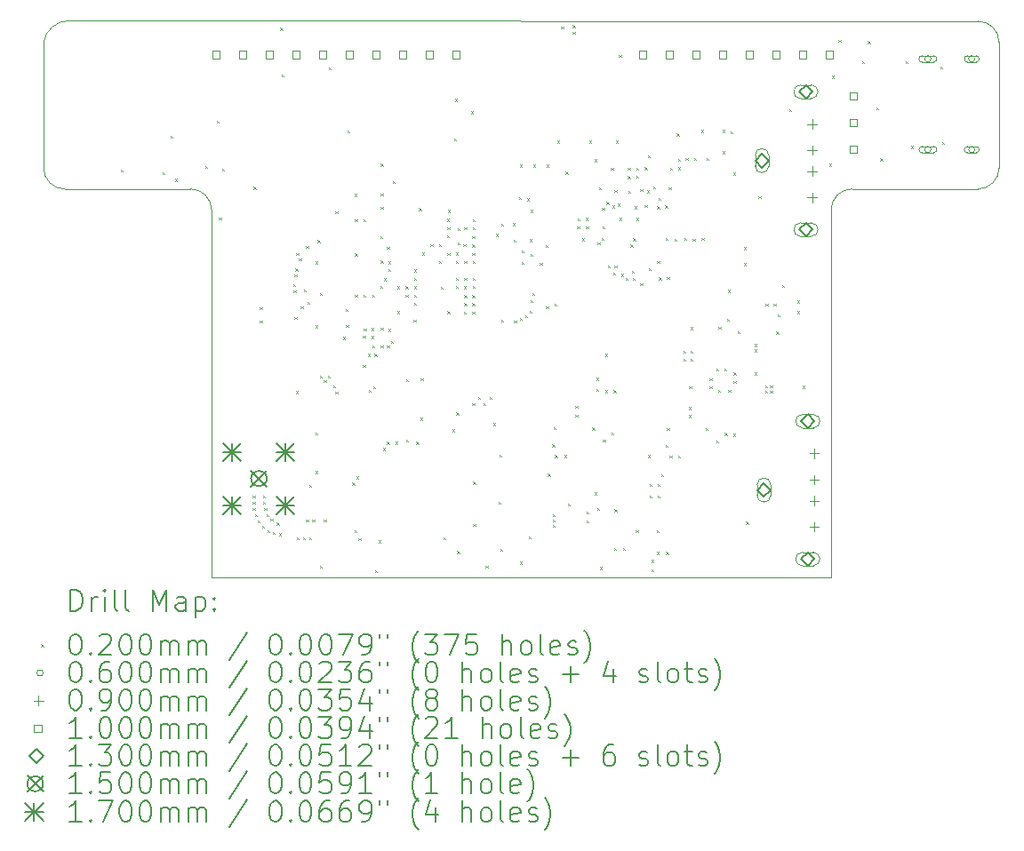
<source format=gbr>
%TF.GenerationSoftware,KiCad,Pcbnew,8.0.6*%
%TF.CreationDate,2024-12-25T08:51:51-08:00*%
%TF.ProjectId,hardware,68617264-7761-4726-952e-6b696361645f,rev?*%
%TF.SameCoordinates,Original*%
%TF.FileFunction,Drillmap*%
%TF.FilePolarity,Positive*%
%FSLAX45Y45*%
G04 Gerber Fmt 4.5, Leading zero omitted, Abs format (unit mm)*
G04 Created by KiCad (PCBNEW 8.0.6) date 2024-12-25 08:51:51*
%MOMM*%
%LPD*%
G01*
G04 APERTURE LIST*
%ADD10C,0.100000*%
%ADD11C,0.200000*%
%ADD12C,0.130000*%
%ADD13C,0.150000*%
%ADD14C,0.170000*%
G04 APERTURE END LIST*
D10*
X7900000Y-9800000D02*
X7900000Y-8600000D01*
X17000000Y-9800000D02*
X17000000Y-8600000D01*
X7900000Y-8600000D02*
G75*
G02*
X8141421Y-8396473I241420J-41420D01*
G01*
X8100000Y-10000000D02*
G75*
G02*
X7900000Y-9800000I0J200000D01*
G01*
X17000000Y-9800000D02*
G75*
G02*
X16800000Y-10000000I-200000J0D01*
G01*
X8100000Y-10000000D02*
X9300000Y-10000000D01*
X9500000Y-13704000D02*
X9500000Y-13190000D01*
X15400000Y-10200000D02*
G75*
G02*
X15600000Y-10000000I200000J0D01*
G01*
X9300000Y-10000000D02*
G75*
G02*
X9500000Y-10200000I0J-200000D01*
G01*
X15400000Y-13704000D02*
X9500000Y-13704000D01*
X9500000Y-10200000D02*
X9500000Y-12330000D01*
X15600000Y-10000000D02*
X16800000Y-10000000D01*
X15400000Y-13704000D02*
X15400000Y-10200000D01*
X16800000Y-8400000D02*
G75*
G02*
X17000000Y-8600000I0J-200000D01*
G01*
X16800000Y-8400000D02*
X8141421Y-8396472D01*
X9500000Y-12330000D02*
X9500000Y-13190000D01*
D11*
D10*
X8633000Y-9817000D02*
X8653000Y-9837000D01*
X8653000Y-9817000D02*
X8633000Y-9837000D01*
X9030000Y-9840000D02*
X9050000Y-9860000D01*
X9050000Y-9840000D02*
X9030000Y-9860000D01*
X9110000Y-9490000D02*
X9130000Y-9510000D01*
X9130000Y-9490000D02*
X9110000Y-9510000D01*
X9150000Y-9902500D02*
X9170000Y-9922500D01*
X9170000Y-9902500D02*
X9150000Y-9922500D01*
X9440000Y-9780000D02*
X9460000Y-9800000D01*
X9460000Y-9780000D02*
X9440000Y-9800000D01*
X9550000Y-9350000D02*
X9570000Y-9370000D01*
X9570000Y-9350000D02*
X9550000Y-9370000D01*
X9570000Y-10270000D02*
X9590000Y-10290000D01*
X9590000Y-10270000D02*
X9570000Y-10290000D01*
X9601698Y-9803456D02*
X9621698Y-9823456D01*
X9621698Y-9803456D02*
X9601698Y-9823456D01*
X9890000Y-12920000D02*
X9910000Y-12940000D01*
X9910000Y-12920000D02*
X9890000Y-12940000D01*
X9890000Y-12980000D02*
X9910000Y-13000000D01*
X9910000Y-12980000D02*
X9890000Y-13000000D01*
X9890000Y-13040000D02*
X9910000Y-13060000D01*
X9910000Y-13040000D02*
X9890000Y-13060000D01*
X9900000Y-9980000D02*
X9920000Y-10000000D01*
X9920000Y-9980000D02*
X9900000Y-10000000D01*
X9910000Y-13100000D02*
X9930000Y-13120000D01*
X9930000Y-13100000D02*
X9910000Y-13120000D01*
X9940000Y-13160000D02*
X9960000Y-13180000D01*
X9960000Y-13160000D02*
X9940000Y-13180000D01*
X9960000Y-11125000D02*
X9980000Y-11145000D01*
X9980000Y-11125000D02*
X9960000Y-11145000D01*
X9960000Y-11255000D02*
X9980000Y-11275000D01*
X9980000Y-11255000D02*
X9960000Y-11275000D01*
X9980000Y-13210000D02*
X10000000Y-13230000D01*
X10000000Y-13210000D02*
X9980000Y-13230000D01*
X9990000Y-12920000D02*
X10010000Y-12940000D01*
X10010000Y-12920000D02*
X9990000Y-12940000D01*
X9990000Y-12980000D02*
X10010000Y-13000000D01*
X10010000Y-12980000D02*
X9990000Y-13000000D01*
X10000000Y-13040000D02*
X10020000Y-13060000D01*
X10020000Y-13040000D02*
X10000000Y-13060000D01*
X10020000Y-13100000D02*
X10040000Y-13120000D01*
X10040000Y-13100000D02*
X10020000Y-13120000D01*
X10030000Y-13250000D02*
X10050000Y-13270000D01*
X10050000Y-13250000D02*
X10030000Y-13270000D01*
X10060000Y-13140000D02*
X10080000Y-13160000D01*
X10080000Y-13140000D02*
X10060000Y-13160000D01*
X10080000Y-13270000D02*
X10100000Y-13290000D01*
X10100000Y-13270000D02*
X10080000Y-13290000D01*
X10120000Y-13180000D02*
X10140000Y-13200000D01*
X10140000Y-13180000D02*
X10120000Y-13200000D01*
X10140000Y-13280000D02*
X10160000Y-13300000D01*
X10160000Y-13280000D02*
X10140000Y-13300000D01*
X10155000Y-8465000D02*
X10175000Y-8485000D01*
X10175000Y-8465000D02*
X10155000Y-8485000D01*
X10165000Y-8910000D02*
X10185000Y-8930000D01*
X10185000Y-8910000D02*
X10165000Y-8930000D01*
X10279090Y-10909090D02*
X10299090Y-10929090D01*
X10299090Y-10909090D02*
X10279090Y-10929090D01*
X10280313Y-10964077D02*
X10300313Y-10984077D01*
X10300313Y-10964077D02*
X10280313Y-10984077D01*
X10289423Y-10813234D02*
X10309423Y-10833234D01*
X10309423Y-10813234D02*
X10289423Y-10833234D01*
X10290000Y-11220000D02*
X10310000Y-11240000D01*
X10310000Y-11220000D02*
X10290000Y-11240000D01*
X10299090Y-10759090D02*
X10319090Y-10779090D01*
X10319090Y-10759090D02*
X10299090Y-10779090D01*
X10302400Y-11928000D02*
X10322400Y-11948000D01*
X10322400Y-11928000D02*
X10302400Y-11948000D01*
X10307500Y-10610000D02*
X10327500Y-10630000D01*
X10327500Y-10610000D02*
X10307500Y-10630000D01*
X10310000Y-13320000D02*
X10330000Y-13340000D01*
X10330000Y-13320000D02*
X10310000Y-13340000D01*
X10332508Y-10662126D02*
X10352508Y-10682126D01*
X10352508Y-10662126D02*
X10332508Y-10682126D01*
X10350000Y-11120000D02*
X10370000Y-11140000D01*
X10370000Y-11120000D02*
X10350000Y-11140000D01*
X10370000Y-13320000D02*
X10390000Y-13340000D01*
X10390000Y-13320000D02*
X10370000Y-13340000D01*
X10380000Y-10960000D02*
X10400000Y-10980000D01*
X10400000Y-10960000D02*
X10380000Y-10980000D01*
X10400000Y-10540000D02*
X10420000Y-10560000D01*
X10420000Y-10540000D02*
X10400000Y-10560000D01*
X10400000Y-13150000D02*
X10420000Y-13170000D01*
X10420000Y-13150000D02*
X10400000Y-13170000D01*
X10410000Y-11077500D02*
X10430000Y-11097500D01*
X10430000Y-11077500D02*
X10410000Y-11097500D01*
X10430000Y-13320000D02*
X10450000Y-13340000D01*
X10450000Y-13320000D02*
X10430000Y-13340000D01*
X10430779Y-12820000D02*
X10450779Y-12840000D01*
X10450779Y-12820000D02*
X10430779Y-12840000D01*
X10460000Y-13150000D02*
X10480000Y-13170000D01*
X10480000Y-13150000D02*
X10460000Y-13170000D01*
X10490000Y-10690000D02*
X10510000Y-10710000D01*
X10510000Y-10690000D02*
X10490000Y-10710000D01*
X10490000Y-11300000D02*
X10510000Y-11320000D01*
X10510000Y-11300000D02*
X10490000Y-11320000D01*
X10490000Y-12320000D02*
X10510000Y-12340000D01*
X10510000Y-12320000D02*
X10490000Y-12340000D01*
X10490000Y-12690000D02*
X10510000Y-12710000D01*
X10510000Y-12690000D02*
X10490000Y-12710000D01*
X10508000Y-10489000D02*
X10528000Y-10509000D01*
X10528000Y-10489000D02*
X10508000Y-10509000D01*
X10528440Y-11780000D02*
X10548440Y-11800000D01*
X10548440Y-11780000D02*
X10528440Y-11800000D01*
X10530000Y-10990000D02*
X10550000Y-11010000D01*
X10550000Y-10990000D02*
X10530000Y-11010000D01*
X10530000Y-13590000D02*
X10550000Y-13610000D01*
X10550000Y-13590000D02*
X10530000Y-13610000D01*
X10570000Y-11820000D02*
X10590000Y-11840000D01*
X10590000Y-11820000D02*
X10570000Y-11840000D01*
X10570000Y-13150000D02*
X10590000Y-13170000D01*
X10590000Y-13150000D02*
X10570000Y-13170000D01*
X10609092Y-11780746D02*
X10629092Y-11800746D01*
X10629092Y-11780746D02*
X10609092Y-11800746D01*
X10615000Y-8840000D02*
X10635000Y-8860000D01*
X10635000Y-8840000D02*
X10615000Y-8860000D01*
X10660000Y-11870000D02*
X10680000Y-11890000D01*
X10680000Y-11870000D02*
X10660000Y-11890000D01*
X10680000Y-10210000D02*
X10700000Y-10230000D01*
X10700000Y-10210000D02*
X10680000Y-10230000D01*
X10680000Y-11930000D02*
X10700000Y-11950000D01*
X10700000Y-11930000D02*
X10680000Y-11950000D01*
X10750000Y-11410000D02*
X10770000Y-11430000D01*
X10770000Y-11410000D02*
X10750000Y-11430000D01*
X10775819Y-11141225D02*
X10795819Y-11161225D01*
X10795819Y-11141225D02*
X10775819Y-11161225D01*
X10780000Y-11296530D02*
X10800000Y-11316530D01*
X10800000Y-11296530D02*
X10780000Y-11316530D01*
X10791000Y-9442000D02*
X10811000Y-9462000D01*
X10811000Y-9442000D02*
X10791000Y-9462000D01*
X10840000Y-12800000D02*
X10860000Y-12820000D01*
X10860000Y-12800000D02*
X10840000Y-12820000D01*
X10859220Y-13250000D02*
X10879220Y-13270000D01*
X10879220Y-13250000D02*
X10859220Y-13270000D01*
X10861200Y-10048400D02*
X10881200Y-10068400D01*
X10881200Y-10048400D02*
X10861200Y-10068400D01*
X10863740Y-10289700D02*
X10883740Y-10309700D01*
X10883740Y-10289700D02*
X10863740Y-10309700D01*
X10863740Y-11005980D02*
X10883740Y-11025980D01*
X10883740Y-11005980D02*
X10863740Y-11025980D01*
X10865720Y-10613373D02*
X10885720Y-10633373D01*
X10885720Y-10613373D02*
X10865720Y-10633373D01*
X10880000Y-12740000D02*
X10900000Y-12760000D01*
X10900000Y-12740000D02*
X10880000Y-12760000D01*
X10899220Y-13330000D02*
X10919220Y-13350000D01*
X10919220Y-13330000D02*
X10899220Y-13350000D01*
X10940000Y-11400000D02*
X10960000Y-11420000D01*
X10960000Y-11400000D02*
X10940000Y-11420000D01*
X10941716Y-11678284D02*
X10961716Y-11698284D01*
X10961716Y-11678284D02*
X10941716Y-11698284D01*
X10945020Y-10287160D02*
X10965020Y-10307160D01*
X10965020Y-10287160D02*
X10945020Y-10307160D01*
X10945020Y-11007300D02*
X10965020Y-11027300D01*
X10965020Y-11007300D02*
X10945020Y-11027300D01*
X10950000Y-11330000D02*
X10970000Y-11350000D01*
X10970000Y-11330000D02*
X10950000Y-11350000D01*
X10990000Y-11570000D02*
X11010000Y-11590000D01*
X11010000Y-11570000D02*
X10990000Y-11590000D01*
X10995333Y-11916448D02*
X11015333Y-11936448D01*
X11015333Y-11916448D02*
X10995333Y-11936448D01*
X11022965Y-11402889D02*
X11042965Y-11422889D01*
X11042965Y-11402889D02*
X11022965Y-11422889D01*
X11024000Y-11325000D02*
X11044000Y-11345000D01*
X11044000Y-11325000D02*
X11024000Y-11345000D01*
X11027570Y-11008520D02*
X11047570Y-11028520D01*
X11047570Y-11008520D02*
X11027570Y-11028520D01*
X11029400Y-11489386D02*
X11049400Y-11509386D01*
X11049400Y-11489386D02*
X11029400Y-11509386D01*
X11040000Y-11880000D02*
X11060000Y-11900000D01*
X11060000Y-11880000D02*
X11040000Y-11900000D01*
X11050000Y-11570000D02*
X11070000Y-11590000D01*
X11070000Y-11570000D02*
X11050000Y-11590000D01*
X11054496Y-13632944D02*
X11074496Y-13652944D01*
X11074496Y-13632944D02*
X11054496Y-13652944D01*
X11090000Y-13350000D02*
X11110000Y-13370000D01*
X11110000Y-13350000D02*
X11090000Y-13370000D01*
X11105040Y-10447180D02*
X11125040Y-10467180D01*
X11125040Y-10447180D02*
X11105040Y-10467180D01*
X11105040Y-10924700D02*
X11125040Y-10944700D01*
X11125040Y-10924700D02*
X11105040Y-10944700D01*
X11109400Y-11489386D02*
X11129400Y-11509386D01*
X11129400Y-11489386D02*
X11109400Y-11509386D01*
X11110000Y-9760000D02*
X11130000Y-9780000D01*
X11130000Y-9760000D02*
X11110000Y-9780000D01*
X11110000Y-10170000D02*
X11130000Y-10190000D01*
X11130000Y-10170000D02*
X11110000Y-10190000D01*
X11110000Y-11320000D02*
X11130000Y-11340000D01*
X11130000Y-11320000D02*
X11110000Y-11340000D01*
X11110120Y-10683400D02*
X11130120Y-10703400D01*
X11130120Y-10683400D02*
X11110120Y-10703400D01*
X11110322Y-10040322D02*
X11130322Y-10060322D01*
X11130322Y-10040322D02*
X11110322Y-10060322D01*
X11130000Y-12470000D02*
X11150000Y-12490000D01*
X11150000Y-12470000D02*
X11130000Y-12490000D01*
X11139584Y-10851040D02*
X11159584Y-10871040D01*
X11159584Y-10851040D02*
X11139584Y-10871040D01*
X11169810Y-10552590D02*
X11189810Y-10572590D01*
X11189810Y-10552590D02*
X11169810Y-10572590D01*
X11170000Y-12410000D02*
X11190000Y-12430000D01*
X11190000Y-12410000D02*
X11170000Y-12430000D01*
X11171108Y-11491981D02*
X11191108Y-11511981D01*
X11191108Y-11491981D02*
X11171108Y-11511981D01*
X11180000Y-11333000D02*
X11200000Y-11353000D01*
X11200000Y-11333000D02*
X11180000Y-11353000D01*
X11181240Y-10691020D02*
X11201240Y-10711020D01*
X11201240Y-10691020D02*
X11181240Y-10711020D01*
X11183780Y-10764680D02*
X11203780Y-10784680D01*
X11203780Y-10764680D02*
X11183780Y-10784680D01*
X11210000Y-11450000D02*
X11230000Y-11470000D01*
X11230000Y-11450000D02*
X11210000Y-11470000D01*
X11226960Y-9926480D02*
X11246960Y-9946480D01*
X11246960Y-9926480D02*
X11226960Y-9946480D01*
X11250000Y-12410000D02*
X11270000Y-12430000D01*
X11270000Y-12410000D02*
X11250000Y-12430000D01*
X11265060Y-10927240D02*
X11285060Y-10947240D01*
X11285060Y-10927240D02*
X11265060Y-10947240D01*
X11265060Y-11166000D02*
X11285060Y-11186000D01*
X11285060Y-11166000D02*
X11265060Y-11186000D01*
X11346340Y-10928510D02*
X11366340Y-10948510D01*
X11366340Y-10928510D02*
X11346340Y-10948510D01*
X11346340Y-11007250D02*
X11366340Y-11027250D01*
X11366340Y-11007250D02*
X11346340Y-11027250D01*
X11350000Y-11810000D02*
X11370000Y-11830000D01*
X11370000Y-11810000D02*
X11350000Y-11830000D01*
X11350000Y-12390000D02*
X11370000Y-12410000D01*
X11370000Y-12390000D02*
X11350000Y-12410000D01*
X11423562Y-11247528D02*
X11443562Y-11267528D01*
X11443562Y-11247528D02*
X11423562Y-11267528D01*
X11426350Y-10765950D02*
X11446350Y-10785950D01*
X11446350Y-10765950D02*
X11426350Y-10785950D01*
X11426350Y-10845960D02*
X11446350Y-10865960D01*
X11446350Y-10845960D02*
X11426350Y-10865960D01*
X11426350Y-10927240D02*
X11446350Y-10947240D01*
X11446350Y-10927240D02*
X11426350Y-10947240D01*
X11427620Y-11005980D02*
X11447620Y-11025980D01*
X11447620Y-11005980D02*
X11427620Y-11025980D01*
X11427620Y-11082180D02*
X11447620Y-11102180D01*
X11447620Y-11082180D02*
X11427620Y-11102180D01*
X11450000Y-12410000D02*
X11470000Y-12430000D01*
X11470000Y-12410000D02*
X11450000Y-12430000D01*
X11473340Y-10183020D02*
X11493340Y-10203020D01*
X11493340Y-10183020D02*
X11473340Y-10203020D01*
X11490000Y-12180000D02*
X11510000Y-12200000D01*
X11510000Y-12180000D02*
X11490000Y-12200000D01*
X11491136Y-11806595D02*
X11511136Y-11826595D01*
X11511136Y-11806595D02*
X11491136Y-11826595D01*
X11506360Y-10607200D02*
X11526360Y-10627200D01*
X11526360Y-10607200D02*
X11506360Y-10627200D01*
X11583830Y-10527190D02*
X11603830Y-10547190D01*
X11603830Y-10527190D02*
X11583830Y-10547190D01*
X11666380Y-10525920D02*
X11686380Y-10545920D01*
X11686380Y-10525920D02*
X11666380Y-10545920D01*
X11667650Y-10685940D02*
X11687650Y-10705940D01*
X11687650Y-10685940D02*
X11667650Y-10705940D01*
X11680000Y-10930000D02*
X11700000Y-10950000D01*
X11700000Y-10930000D02*
X11680000Y-10950000D01*
X11710000Y-13320000D02*
X11730000Y-13340000D01*
X11730000Y-13320000D02*
X11710000Y-13340000D01*
X11742965Y-10282889D02*
X11762965Y-10302889D01*
X11762965Y-10282889D02*
X11742965Y-10302889D01*
X11742965Y-10442889D02*
X11762965Y-10462889D01*
X11762965Y-10442889D02*
X11742965Y-10462889D01*
X11745882Y-11164730D02*
X11765882Y-11184730D01*
X11765882Y-11164730D02*
X11745882Y-11184730D01*
X11746400Y-10362116D02*
X11766400Y-10382116D01*
X11766400Y-10362116D02*
X11746400Y-10382116D01*
X11746400Y-10609740D02*
X11766400Y-10629740D01*
X11766400Y-10609740D02*
X11746400Y-10629740D01*
X11750000Y-10200000D02*
X11770000Y-10220000D01*
X11770000Y-10200000D02*
X11750000Y-10220000D01*
X11790000Y-12290000D02*
X11810000Y-12310000D01*
X11810000Y-12290000D02*
X11790000Y-12310000D01*
X11810000Y-9520000D02*
X11830000Y-9540000D01*
X11830000Y-9520000D02*
X11810000Y-9540000D01*
X11820000Y-9140000D02*
X11840000Y-9160000D01*
X11840000Y-9140000D02*
X11820000Y-9160000D01*
X11826400Y-10607100D02*
X11846400Y-10627100D01*
X11846400Y-10607100D02*
X11826400Y-10627100D01*
X11826400Y-10685940D02*
X11846400Y-10705940D01*
X11846400Y-10685940D02*
X11826400Y-10705940D01*
X11826400Y-10845960D02*
X11846400Y-10865960D01*
X11846400Y-10845960D02*
X11826400Y-10865960D01*
X11826400Y-10924700D02*
X11846400Y-10944700D01*
X11846400Y-10924700D02*
X11826400Y-10944700D01*
X11830000Y-12130000D02*
X11850000Y-12150000D01*
X11850000Y-12130000D02*
X11830000Y-12150000D01*
X11840000Y-13450000D02*
X11860000Y-13470000D01*
X11860000Y-13450000D02*
X11840000Y-13470000D01*
X11842500Y-10373128D02*
X11862500Y-10393128D01*
X11862500Y-10373128D02*
X11842500Y-10393128D01*
X11842500Y-10510896D02*
X11862500Y-10530896D01*
X11862500Y-10510896D02*
X11842500Y-10530896D01*
X11899234Y-10526360D02*
X11919234Y-10546360D01*
X11919234Y-10526360D02*
X11899234Y-10546360D01*
X11902600Y-10927240D02*
X11922600Y-10947240D01*
X11922600Y-10927240D02*
X11902600Y-10947240D01*
X11902600Y-11168540D02*
X11922600Y-11188540D01*
X11922600Y-11168540D02*
X11902600Y-11188540D01*
X11905140Y-10366408D02*
X11925140Y-10386408D01*
X11925140Y-10366408D02*
X11905140Y-10386408D01*
X11905140Y-10845960D02*
X11925140Y-10865960D01*
X11925140Y-10845960D02*
X11905140Y-10865960D01*
X11905140Y-11011060D02*
X11925140Y-11031060D01*
X11925140Y-11011060D02*
X11905140Y-11031060D01*
X11905140Y-11087260D02*
X11925140Y-11107260D01*
X11925140Y-11087260D02*
X11905140Y-11107260D01*
X11907680Y-10685940D02*
X11927680Y-10705940D01*
X11927680Y-10685940D02*
X11907680Y-10705940D01*
X11970000Y-9260000D02*
X11990000Y-9280000D01*
X11990000Y-9260000D02*
X11970000Y-9280000D01*
X11981340Y-10447180D02*
X12001340Y-10467180D01*
X12001340Y-10447180D02*
X11981340Y-10467180D01*
X11981340Y-11011060D02*
X12001340Y-11031060D01*
X12001340Y-11011060D02*
X11981340Y-11031060D01*
X11981340Y-11087260D02*
X12001340Y-11107260D01*
X12001340Y-11087260D02*
X11981340Y-11107260D01*
X11981340Y-12042300D02*
X12001340Y-12062300D01*
X12001340Y-12042300D02*
X11981340Y-12062300D01*
X11982610Y-10608470D02*
X12002610Y-10628470D01*
X12002610Y-10608470D02*
X11982610Y-10628470D01*
X11983880Y-10528460D02*
X12003880Y-10548460D01*
X12003880Y-10528460D02*
X11983880Y-10548460D01*
X11983880Y-11168540D02*
X12003880Y-11188540D01*
X12003880Y-11168540D02*
X11983880Y-11188540D01*
X11984896Y-10365900D02*
X12004896Y-10385900D01*
X12004896Y-10365900D02*
X11984896Y-10385900D01*
X11985441Y-10844700D02*
X12005441Y-10864700D01*
X12005441Y-10844700D02*
X11985441Y-10864700D01*
X11986420Y-10289700D02*
X12006420Y-10309700D01*
X12006420Y-10289700D02*
X11986420Y-10309700D01*
X11986420Y-10685940D02*
X12006420Y-10705940D01*
X12006420Y-10685940D02*
X11986420Y-10705940D01*
X11986420Y-10924700D02*
X12006420Y-10944700D01*
X12006420Y-10924700D02*
X11986420Y-10944700D01*
X11990000Y-12790000D02*
X12010000Y-12810000D01*
X12010000Y-12790000D02*
X11990000Y-12810000D01*
X11990000Y-13190000D02*
X12010000Y-13210000D01*
X12010000Y-13190000D02*
X11990000Y-13210000D01*
X12035950Y-11980070D02*
X12055950Y-12000070D01*
X12055950Y-11980070D02*
X12035950Y-12000070D01*
X12090560Y-12042300D02*
X12110560Y-12062300D01*
X12110560Y-12042300D02*
X12090560Y-12062300D01*
X12110000Y-13590000D02*
X12130000Y-13610000D01*
X12130000Y-13590000D02*
X12110000Y-13610000D01*
X12147710Y-11980070D02*
X12167710Y-12000070D01*
X12167710Y-11980070D02*
X12147710Y-12000070D01*
X12182000Y-12232800D02*
X12202000Y-12252800D01*
X12202000Y-12232800D02*
X12182000Y-12252800D01*
X12204860Y-10426860D02*
X12224860Y-10446860D01*
X12224860Y-10426860D02*
X12204860Y-10446860D01*
X12230000Y-12980000D02*
X12250000Y-13000000D01*
X12250000Y-12980000D02*
X12230000Y-13000000D01*
X12242960Y-12532520D02*
X12262960Y-12552520D01*
X12262960Y-12532520D02*
X12242960Y-12552520D01*
X12247500Y-13430000D02*
X12267500Y-13450000D01*
X12267500Y-13430000D02*
X12247500Y-13450000D01*
X12256930Y-11244740D02*
X12276930Y-11264740D01*
X12276930Y-11244740D02*
X12256930Y-11264740D01*
X12258200Y-10330340D02*
X12278200Y-10350340D01*
X12278200Y-10330340D02*
X12258200Y-10350340D01*
X12367420Y-10327800D02*
X12387420Y-10347800D01*
X12387420Y-10327800D02*
X12367420Y-10347800D01*
X12375040Y-10481879D02*
X12395040Y-10501879D01*
X12395040Y-10481879D02*
X12375040Y-10501879D01*
X12380120Y-11254256D02*
X12400120Y-11274256D01*
X12400120Y-11254256D02*
X12380120Y-11274256D01*
X12428724Y-10076684D02*
X12448724Y-10096684D01*
X12448724Y-10076684D02*
X12428724Y-10096684D01*
X12433302Y-11229255D02*
X12453302Y-11249255D01*
X12453302Y-11229255D02*
X12433302Y-11249255D01*
X12436000Y-9769000D02*
X12456000Y-9789000D01*
X12456000Y-9769000D02*
X12436000Y-9789000D01*
X12436000Y-13553600D02*
X12456000Y-13573600D01*
X12456000Y-13553600D02*
X12436000Y-13573600D01*
X12451240Y-10586880D02*
X12471240Y-10606880D01*
X12471240Y-10586880D02*
X12451240Y-10606880D01*
X12454386Y-10694806D02*
X12474386Y-10714806D01*
X12474386Y-10694806D02*
X12454386Y-10714806D01*
X12486730Y-11202200D02*
X12506730Y-11222200D01*
X12506730Y-11202200D02*
X12486730Y-11222200D01*
X12504580Y-10089040D02*
X12524580Y-10109040D01*
X12524580Y-10089040D02*
X12504580Y-10109040D01*
X12520000Y-13310000D02*
X12540000Y-13330000D01*
X12540000Y-13310000D02*
X12520000Y-13330000D01*
X12526170Y-11162190D02*
X12546170Y-11182190D01*
X12546170Y-11162190D02*
X12526170Y-11182190D01*
X12529980Y-10477660D02*
X12549980Y-10497660D01*
X12549980Y-10477660D02*
X12529980Y-10497660D01*
X12535060Y-11056780D02*
X12555060Y-11076780D01*
X12555060Y-11056780D02*
X12535060Y-11076780D01*
X12537600Y-10200800D02*
X12557600Y-10220800D01*
X12557600Y-10200800D02*
X12537600Y-10220800D01*
X12538870Y-10617360D02*
X12558870Y-10637360D01*
X12558870Y-10617360D02*
X12538870Y-10637360D01*
X12553620Y-10992500D02*
X12573620Y-11012500D01*
X12573620Y-10992500D02*
X12553620Y-11012500D01*
X12563000Y-9769000D02*
X12583000Y-9789000D01*
X12583000Y-9769000D02*
X12563000Y-9789000D01*
X12627140Y-10701820D02*
X12647140Y-10721820D01*
X12647140Y-10701820D02*
X12627140Y-10721820D01*
X12683528Y-10533421D02*
X12703528Y-10553421D01*
X12703528Y-10533421D02*
X12683528Y-10553421D01*
X12686075Y-11120920D02*
X12706075Y-11140920D01*
X12706075Y-11120920D02*
X12686075Y-11140920D01*
X12690000Y-9769000D02*
X12710000Y-9789000D01*
X12710000Y-9769000D02*
X12690000Y-9789000D01*
X12703380Y-12713540D02*
X12723380Y-12733540D01*
X12723380Y-12713540D02*
X12703380Y-12733540D01*
X12745880Y-12433460D02*
X12765880Y-12453460D01*
X12765880Y-12433460D02*
X12745880Y-12453460D01*
X12750000Y-13100000D02*
X12770000Y-13120000D01*
X12770000Y-13100000D02*
X12750000Y-13120000D01*
X12750000Y-13150000D02*
X12770000Y-13170000D01*
X12770000Y-13150000D02*
X12750000Y-13170000D01*
X12750000Y-13200000D02*
X12770000Y-13220000D01*
X12770000Y-13200000D02*
X12750000Y-13220000D01*
X12756040Y-12270900D02*
X12776040Y-12290900D01*
X12776040Y-12270900D02*
X12756040Y-12290900D01*
X12766200Y-11092980D02*
X12786200Y-11112980D01*
X12786200Y-11092980D02*
X12766200Y-11112980D01*
X12771280Y-12537600D02*
X12791280Y-12557600D01*
X12791280Y-12537600D02*
X12771280Y-12557600D01*
X12791600Y-9540400D02*
X12811600Y-9560400D01*
X12811600Y-9540400D02*
X12791600Y-9560400D01*
X12830000Y-8450000D02*
X12850000Y-8470000D01*
X12850000Y-8450000D02*
X12830000Y-8470000D01*
X12860180Y-12537600D02*
X12880180Y-12557600D01*
X12880180Y-12537600D02*
X12860180Y-12557600D01*
X12872880Y-9836345D02*
X12892880Y-9856345D01*
X12892880Y-9836345D02*
X12872880Y-9856345D01*
X12893282Y-12999544D02*
X12913282Y-13019544D01*
X12913282Y-12999544D02*
X12893282Y-13019544D01*
X12939721Y-8437500D02*
X12959721Y-8457500D01*
X12959721Y-8437500D02*
X12939721Y-8457500D01*
X12939721Y-8502500D02*
X12959721Y-8522500D01*
X12959721Y-8502500D02*
X12939721Y-8522500D01*
X12964320Y-12068970D02*
X12984320Y-12088970D01*
X12984320Y-12068970D02*
X12964320Y-12088970D01*
X12964320Y-12151520D02*
X12984320Y-12171520D01*
X12984320Y-12151520D02*
X12964320Y-12171520D01*
X12982100Y-10358280D02*
X13002100Y-10378280D01*
X13002100Y-10358280D02*
X12982100Y-10378280D01*
X12984193Y-10277447D02*
X13004193Y-10297447D01*
X13004193Y-10277447D02*
X12984193Y-10297447D01*
X13027820Y-10470040D02*
X13047820Y-10490040D01*
X13047820Y-10470040D02*
X13027820Y-10490040D01*
X13062880Y-10276177D02*
X13082880Y-10296177D01*
X13082880Y-10276177D02*
X13062880Y-10296177D01*
X13065522Y-10358822D02*
X13085522Y-10378822D01*
X13085522Y-10358822D02*
X13065522Y-10378822D01*
X13069222Y-13156344D02*
X13089222Y-13176344D01*
X13089222Y-13156344D02*
X13069222Y-13176344D01*
X13069730Y-13076080D02*
X13089730Y-13096080D01*
X13089730Y-13076080D02*
X13069730Y-13096080D01*
X13096400Y-9540400D02*
X13116400Y-9560400D01*
X13116400Y-9540400D02*
X13096400Y-9560400D01*
X13126880Y-12273440D02*
X13146880Y-12293440D01*
X13146880Y-12273440D02*
X13126880Y-12293440D01*
X13147200Y-9718200D02*
X13167200Y-9738200D01*
X13167200Y-9718200D02*
X13147200Y-9738200D01*
X13147200Y-12893200D02*
X13167200Y-12913200D01*
X13167200Y-12893200D02*
X13147200Y-12913200D01*
X13162440Y-11801000D02*
X13182440Y-11821000D01*
X13182440Y-11801000D02*
X13162440Y-11821000D01*
X13162440Y-11906410D02*
X13182440Y-11926410D01*
X13182440Y-11906410D02*
X13162440Y-11926410D01*
X13173362Y-13042044D02*
X13193362Y-13062044D01*
X13193362Y-13042044D02*
X13173362Y-13062044D01*
X13175140Y-10506880D02*
X13195140Y-10526880D01*
X13195140Y-10506880D02*
X13175140Y-10526880D01*
X13190380Y-9982360D02*
X13210380Y-10002360D01*
X13210380Y-9982360D02*
X13190380Y-10002360D01*
X13198000Y-13604400D02*
X13218000Y-13624400D01*
X13218000Y-13604400D02*
X13198000Y-13624400D01*
X13215780Y-10463690D02*
X13235780Y-10483690D01*
X13235780Y-10463690D02*
X13215780Y-10483690D01*
X13218320Y-10180480D02*
X13238320Y-10200480D01*
X13238320Y-10180480D02*
X13218320Y-10200480D01*
X13221345Y-10354793D02*
X13241345Y-10374793D01*
X13241345Y-10354793D02*
X13221345Y-10374793D01*
X13225940Y-12390280D02*
X13245940Y-12410280D01*
X13245940Y-12390280D02*
X13225940Y-12410280D01*
X13246260Y-11917840D02*
X13266260Y-11937840D01*
X13266260Y-11917840D02*
X13246260Y-11937840D01*
X13248800Y-11572400D02*
X13268800Y-11592400D01*
X13268800Y-11572400D02*
X13248800Y-11592400D01*
X13261500Y-10122060D02*
X13281500Y-10142060D01*
X13281500Y-10122060D02*
X13261500Y-10142060D01*
X13272991Y-10726348D02*
X13292991Y-10746348D01*
X13292991Y-10726348D02*
X13272991Y-10746348D01*
X13304680Y-9795670D02*
X13324680Y-9815670D01*
X13324680Y-9795670D02*
X13304680Y-9815670D01*
X13307220Y-12319160D02*
X13327220Y-12339160D01*
X13327220Y-12319160D02*
X13307220Y-12339160D01*
X13317380Y-10157620D02*
X13337380Y-10177620D01*
X13337380Y-10157620D02*
X13317380Y-10177620D01*
X13326343Y-10796598D02*
X13346343Y-10816598D01*
X13346343Y-10796598D02*
X13326343Y-10816598D01*
X13330080Y-11917840D02*
X13350080Y-11937840D01*
X13350080Y-11917840D02*
X13330080Y-11937840D01*
X13333382Y-13423044D02*
X13353382Y-13443044D01*
X13353382Y-13423044D02*
X13333382Y-13443044D01*
X13335922Y-13052204D02*
X13355922Y-13072204D01*
X13355922Y-13052204D02*
X13335922Y-13072204D01*
X13336430Y-10011570D02*
X13356430Y-10031570D01*
X13356430Y-10011570D02*
X13336430Y-10031570D01*
X13337965Y-10726609D02*
X13357965Y-10746609D01*
X13357965Y-10726609D02*
X13337965Y-10746609D01*
X13350400Y-9540400D02*
X13370400Y-9560400D01*
X13370400Y-9540400D02*
X13350400Y-9560400D01*
X13369390Y-10139734D02*
X13389390Y-10159734D01*
X13389390Y-10139734D02*
X13369390Y-10159734D01*
X13380000Y-8720000D02*
X13400000Y-8740000D01*
X13400000Y-8720000D02*
X13380000Y-8740000D01*
X13384060Y-10277000D02*
X13404060Y-10297000D01*
X13404060Y-10277000D02*
X13384060Y-10297000D01*
X13398660Y-10810400D02*
X13418660Y-10830400D01*
X13418660Y-10810400D02*
X13398660Y-10830400D01*
X13418980Y-13422790D02*
X13438980Y-13442790D01*
X13438980Y-13422790D02*
X13418980Y-13442790D01*
X13441840Y-10846600D02*
X13461840Y-10866600D01*
X13461840Y-10846600D02*
X13441840Y-10866600D01*
X13464060Y-9876457D02*
X13484060Y-9896457D01*
X13484060Y-9876457D02*
X13464060Y-9896457D01*
X13465658Y-9798969D02*
X13485658Y-9818969D01*
X13485658Y-9798969D02*
X13465658Y-9818969D01*
X13468510Y-10016650D02*
X13488510Y-10036650D01*
X13488510Y-10016650D02*
X13468510Y-10036650D01*
X13489061Y-10528657D02*
X13509061Y-10548657D01*
X13509061Y-10528657D02*
X13489061Y-10548657D01*
X13500768Y-10777888D02*
X13520768Y-10797888D01*
X13520768Y-10777888D02*
X13500768Y-10797888D01*
X13510420Y-10845960D02*
X13530420Y-10865960D01*
X13530420Y-10845960D02*
X13510420Y-10865960D01*
X13516008Y-10470548D02*
X13536008Y-10490548D01*
X13536008Y-10470548D02*
X13516008Y-10490548D01*
X13525419Y-10165240D02*
X13545419Y-10185240D01*
X13545419Y-10165240D02*
X13525419Y-10185240D01*
X13540000Y-13250000D02*
X13560000Y-13270000D01*
X13560000Y-13250000D02*
X13540000Y-13270000D01*
X13543033Y-9876320D02*
X13563033Y-9896320D01*
X13563033Y-9876320D02*
X13543033Y-9896320D01*
X13543586Y-10276849D02*
X13563586Y-10296849D01*
X13563586Y-10276849D02*
X13543586Y-10296849D01*
X13544851Y-9798116D02*
X13564851Y-9818116D01*
X13564851Y-9798116D02*
X13544851Y-9818116D01*
X13584080Y-10000140D02*
X13604080Y-10020140D01*
X13604080Y-10000140D02*
X13584080Y-10020140D01*
X13584080Y-10896760D02*
X13604080Y-10916760D01*
X13604080Y-10896760D02*
X13584080Y-10916760D01*
X13624212Y-10154592D02*
X13644212Y-10174592D01*
X13644212Y-10154592D02*
X13624212Y-10174592D01*
X13624850Y-9794526D02*
X13644850Y-9814526D01*
X13644850Y-9794526D02*
X13624850Y-9814526D01*
X13647072Y-10014364D02*
X13667072Y-10034364D01*
X13667072Y-10014364D02*
X13647072Y-10034364D01*
X13655200Y-9677560D02*
X13675200Y-9697560D01*
X13675200Y-9677560D02*
X13655200Y-9697560D01*
X13655200Y-12537600D02*
X13675200Y-12557600D01*
X13675200Y-12537600D02*
X13655200Y-12557600D01*
X13662820Y-10754520D02*
X13682820Y-10774520D01*
X13682820Y-10754520D02*
X13662820Y-10774520D01*
X13669990Y-12813320D02*
X13689990Y-12833320D01*
X13689990Y-12813320D02*
X13669990Y-12833320D01*
X13669990Y-12920000D02*
X13689990Y-12940000D01*
X13689990Y-12920000D02*
X13669990Y-12940000D01*
X13688982Y-13535820D02*
X13708982Y-13555820D01*
X13708982Y-13535820D02*
X13688982Y-13555820D01*
X13688982Y-13626244D02*
X13708982Y-13646244D01*
X13708982Y-13626244D02*
X13688982Y-13646244D01*
X13707270Y-9973470D02*
X13727270Y-9993470D01*
X13727270Y-9973470D02*
X13707270Y-9993470D01*
X13737750Y-13458350D02*
X13757750Y-13478350D01*
X13757750Y-13458350D02*
X13737750Y-13478350D01*
X13740000Y-13250000D02*
X13760000Y-13270000D01*
X13760000Y-13250000D02*
X13740000Y-13270000D01*
X13743084Y-10686347D02*
X13763084Y-10706347D01*
X13763084Y-10686347D02*
X13743084Y-10706347D01*
X13745295Y-10166435D02*
X13765295Y-10186435D01*
X13765295Y-10166435D02*
X13745295Y-10186435D01*
X13750000Y-12813320D02*
X13770000Y-12833320D01*
X13770000Y-12813320D02*
X13750000Y-12833320D01*
X13750000Y-12920000D02*
X13770000Y-12940000D01*
X13770000Y-12920000D02*
X13750000Y-12940000D01*
X13755530Y-10083960D02*
X13775530Y-10103960D01*
X13775530Y-10083960D02*
X13755530Y-10103960D01*
X13759340Y-10843420D02*
X13779340Y-10863420D01*
X13779340Y-10843420D02*
X13759340Y-10863420D01*
X13783642Y-12718766D02*
X13803642Y-12738766D01*
X13803642Y-12718766D02*
X13783642Y-12738766D01*
X13820300Y-10157620D02*
X13840300Y-10177620D01*
X13840300Y-10157620D02*
X13820300Y-10177620D01*
X13822840Y-10464960D02*
X13842840Y-10484960D01*
X13842840Y-10464960D02*
X13822840Y-10484960D01*
X13826142Y-12438686D02*
X13846142Y-12458686D01*
X13846142Y-12438686D02*
X13826142Y-12458686D01*
X13827920Y-13458350D02*
X13847920Y-13478350D01*
X13847920Y-13458350D02*
X13827920Y-13478350D01*
X13835540Y-10838340D02*
X13855540Y-10858340D01*
X13855540Y-10838340D02*
X13835540Y-10858340D01*
X13836302Y-12276126D02*
X13856302Y-12296126D01*
X13856302Y-12276126D02*
X13836302Y-12296126D01*
X13853320Y-9984900D02*
X13873320Y-10004900D01*
X13873320Y-9984900D02*
X13853320Y-10004900D01*
X13863480Y-12542680D02*
X13883480Y-12562680D01*
X13883480Y-12542680D02*
X13863480Y-12562680D01*
X13864234Y-9795153D02*
X13884234Y-9815153D01*
X13884234Y-9795153D02*
X13864234Y-9815153D01*
X13908692Y-10475120D02*
X13928692Y-10495120D01*
X13928692Y-10475120D02*
X13908692Y-10495120D01*
X13930790Y-9472200D02*
X13950790Y-9492200D01*
X13950790Y-9472200D02*
X13930790Y-9492200D01*
X13940442Y-12542826D02*
X13960442Y-12562826D01*
X13960442Y-12542826D02*
X13940442Y-12562826D01*
X13944760Y-9713120D02*
X13964760Y-9733120D01*
X13964760Y-9713120D02*
X13944760Y-9733120D01*
X13944916Y-9794457D02*
X13964916Y-9814457D01*
X13964916Y-9794457D02*
X13944916Y-9814457D01*
X13991750Y-11541920D02*
X14011750Y-11561920D01*
X14011750Y-11541920D02*
X13991750Y-11561920D01*
X13991750Y-11615580D02*
X14011750Y-11635580D01*
X14011750Y-11615580D02*
X13991750Y-11635580D01*
X13999624Y-10465976D02*
X14019624Y-10485976D01*
X14019624Y-10465976D02*
X13999624Y-10485976D01*
X14015880Y-9704230D02*
X14035880Y-9724230D01*
X14035880Y-9704230D02*
X14015880Y-9724230D01*
X14044582Y-12077860D02*
X14064582Y-12097860D01*
X14064582Y-12077860D02*
X14044582Y-12097860D01*
X14044582Y-12156746D02*
X14064582Y-12176746D01*
X14064582Y-12156746D02*
X14044582Y-12176746D01*
X14050000Y-11880000D02*
X14070000Y-11900000D01*
X14070000Y-11880000D02*
X14050000Y-11900000D01*
X14061600Y-11318400D02*
X14081600Y-11338400D01*
X14081600Y-11318400D02*
X14061600Y-11338400D01*
X14061600Y-11541920D02*
X14081600Y-11561920D01*
X14081600Y-11541920D02*
X14061600Y-11561920D01*
X14061600Y-11615580D02*
X14081600Y-11635580D01*
X14081600Y-11615580D02*
X14061600Y-11635580D01*
X14082428Y-10472580D02*
X14102428Y-10492580D01*
X14102428Y-10472580D02*
X14082428Y-10492580D01*
X14097160Y-9702960D02*
X14117160Y-9722960D01*
X14117160Y-9702960D02*
X14097160Y-9722960D01*
X14163200Y-9438800D02*
X14183200Y-9458800D01*
X14183200Y-9438800D02*
X14163200Y-9458800D01*
X14167264Y-10464452D02*
X14187264Y-10484452D01*
X14187264Y-10464452D02*
X14167264Y-10484452D01*
X14207142Y-12278666D02*
X14227142Y-12298666D01*
X14227142Y-12278666D02*
X14207142Y-12298666D01*
X14215270Y-9705500D02*
X14235270Y-9725500D01*
X14235270Y-9705500D02*
X14215270Y-9725500D01*
X14241940Y-11806226D02*
X14261940Y-11826226D01*
X14261940Y-11806226D02*
X14241940Y-11826226D01*
X14241940Y-11882280D02*
X14261940Y-11902280D01*
X14261940Y-11882280D02*
X14241940Y-11902280D01*
X14305440Y-11711846D02*
X14325440Y-11731846D01*
X14325440Y-11711846D02*
X14305440Y-11731846D01*
X14306202Y-12395506D02*
X14326202Y-12415506D01*
X14326202Y-12395506D02*
X14306202Y-12415506D01*
X14321442Y-11912906D02*
X14341442Y-11932906D01*
X14341442Y-11912906D02*
X14321442Y-11932906D01*
X14328300Y-11310526D02*
X14348300Y-11330526D01*
X14348300Y-11310526D02*
X14328300Y-11330526D01*
X14366400Y-9438800D02*
X14386400Y-9458800D01*
X14386400Y-9438800D02*
X14366400Y-9458800D01*
X14366400Y-9642000D02*
X14386400Y-9662000D01*
X14386400Y-9642000D02*
X14366400Y-9662000D01*
X14381640Y-11711846D02*
X14401640Y-11731846D01*
X14401640Y-11711846D02*
X14381640Y-11731846D01*
X14387482Y-12324386D02*
X14407482Y-12344386D01*
X14407482Y-12324386D02*
X14387482Y-12344386D01*
X14409580Y-11239406D02*
X14429580Y-11259406D01*
X14429580Y-11239406D02*
X14409580Y-11259406D01*
X14417200Y-10962800D02*
X14437200Y-10982800D01*
X14437200Y-10962800D02*
X14417200Y-10982800D01*
X14419740Y-11912760D02*
X14439740Y-11932760D01*
X14439740Y-11912760D02*
X14419740Y-11932760D01*
X14440000Y-9450000D02*
X14460000Y-9470000D01*
X14460000Y-9450000D02*
X14440000Y-9470000D01*
X14468000Y-9845200D02*
X14488000Y-9865200D01*
X14488000Y-9845200D02*
X14468000Y-9865200D01*
X14468000Y-12334400D02*
X14488000Y-12354400D01*
X14488000Y-12334400D02*
X14468000Y-12354400D01*
X14473080Y-11750200D02*
X14493080Y-11770200D01*
X14493080Y-11750200D02*
X14473080Y-11770200D01*
X14473080Y-11828686D02*
X14493080Y-11848686D01*
X14493080Y-11828686D02*
X14473080Y-11848686D01*
X14508640Y-11355230D02*
X14528640Y-11375230D01*
X14528640Y-11355230D02*
X14508640Y-11375230D01*
X14569600Y-10556400D02*
X14589600Y-10576400D01*
X14589600Y-10556400D02*
X14569600Y-10576400D01*
X14569600Y-10708800D02*
X14589600Y-10728800D01*
X14589600Y-10708800D02*
X14569600Y-10728800D01*
X14590000Y-13170000D02*
X14610000Y-13190000D01*
X14610000Y-13170000D02*
X14590000Y-13190000D01*
X14670000Y-11750000D02*
X14690000Y-11770000D01*
X14690000Y-11750000D02*
X14670000Y-11770000D01*
X14671200Y-11478166D02*
X14691200Y-11498166D01*
X14691200Y-11478166D02*
X14671200Y-11498166D01*
X14671200Y-11528966D02*
X14691200Y-11548966D01*
X14691200Y-11528966D02*
X14671200Y-11548966D01*
X14710000Y-10070000D02*
X14730000Y-10090000D01*
X14730000Y-10070000D02*
X14710000Y-10090000D01*
X14770000Y-11870000D02*
X14790000Y-11890000D01*
X14790000Y-11870000D02*
X14770000Y-11890000D01*
X14770000Y-11920000D02*
X14790000Y-11940000D01*
X14790000Y-11920000D02*
X14770000Y-11940000D01*
X14775340Y-11092086D02*
X14795340Y-11112086D01*
X14795340Y-11092086D02*
X14775340Y-11112086D01*
X14820000Y-11870000D02*
X14840000Y-11890000D01*
X14840000Y-11870000D02*
X14820000Y-11890000D01*
X14820000Y-11920000D02*
X14840000Y-11940000D01*
X14840000Y-11920000D02*
X14820000Y-11940000D01*
X14854080Y-11092086D02*
X14874080Y-11112086D01*
X14874080Y-11092086D02*
X14854080Y-11112086D01*
X14879480Y-11358786D02*
X14899480Y-11378786D01*
X14899480Y-11358786D02*
X14879480Y-11378786D01*
X14889640Y-11195210D02*
X14909640Y-11215210D01*
X14909640Y-11195210D02*
X14889640Y-11215210D01*
X14932140Y-10916146D02*
X14952140Y-10936146D01*
X14952140Y-10916146D02*
X14932140Y-10936146D01*
X15000000Y-9240000D02*
X15020000Y-9260000D01*
X15020000Y-9240000D02*
X15000000Y-9260000D01*
X15077600Y-11064400D02*
X15097600Y-11084400D01*
X15097600Y-11064400D02*
X15077600Y-11084400D01*
X15077600Y-11166000D02*
X15097600Y-11186000D01*
X15097600Y-11166000D02*
X15077600Y-11186000D01*
X15128400Y-11877200D02*
X15148400Y-11897200D01*
X15148400Y-11877200D02*
X15128400Y-11897200D01*
X15380000Y-9760000D02*
X15400000Y-9780000D01*
X15400000Y-9760000D02*
X15380000Y-9780000D01*
X15410000Y-8920000D02*
X15430000Y-8940000D01*
X15430000Y-8920000D02*
X15410000Y-8940000D01*
X15470000Y-8580000D02*
X15490000Y-8600000D01*
X15490000Y-8580000D02*
X15470000Y-8600000D01*
X15697500Y-8782500D02*
X15717500Y-8802500D01*
X15717500Y-8782500D02*
X15697500Y-8802500D01*
X15750000Y-8590000D02*
X15770000Y-8610000D01*
X15770000Y-8590000D02*
X15750000Y-8610000D01*
X15830000Y-9220000D02*
X15850000Y-9240000D01*
X15850000Y-9220000D02*
X15830000Y-9240000D01*
X15870000Y-9710000D02*
X15890000Y-9730000D01*
X15890000Y-9710000D02*
X15870000Y-9730000D01*
X16110000Y-8780000D02*
X16130000Y-8800000D01*
X16130000Y-8780000D02*
X16110000Y-8800000D01*
X16160000Y-9590000D02*
X16180000Y-9610000D01*
X16180000Y-9590000D02*
X16160000Y-9610000D01*
X16440000Y-8830000D02*
X16460000Y-8850000D01*
X16460000Y-8830000D02*
X16440000Y-8850000D01*
X16460000Y-9550000D02*
X16480000Y-9570000D01*
X16480000Y-9550000D02*
X16460000Y-9570000D01*
X16352000Y-8760000D02*
G75*
G02*
X16292000Y-8760000I-30000J0D01*
G01*
X16292000Y-8760000D02*
G75*
G02*
X16352000Y-8760000I30000J0D01*
G01*
X16267000Y-8790000D02*
X16377000Y-8790000D01*
X16377000Y-8730000D02*
G75*
G02*
X16377000Y-8790000I0J-30000D01*
G01*
X16377000Y-8730000D02*
X16267000Y-8730000D01*
X16267000Y-8730000D02*
G75*
G03*
X16267000Y-8790000I0J-30000D01*
G01*
X16352000Y-9624000D02*
G75*
G02*
X16292000Y-9624000I-30000J0D01*
G01*
X16292000Y-9624000D02*
G75*
G02*
X16352000Y-9624000I30000J0D01*
G01*
X16267000Y-9654000D02*
X16377000Y-9654000D01*
X16377000Y-9594000D02*
G75*
G02*
X16377000Y-9654000I0J-30000D01*
G01*
X16377000Y-9594000D02*
X16267000Y-9594000D01*
X16267000Y-9594000D02*
G75*
G03*
X16267000Y-9654000I0J-30000D01*
G01*
X16770000Y-8760000D02*
G75*
G02*
X16710000Y-8760000I-30000J0D01*
G01*
X16710000Y-8760000D02*
G75*
G02*
X16770000Y-8760000I30000J0D01*
G01*
X16700000Y-8790000D02*
X16780000Y-8790000D01*
X16780000Y-8730000D02*
G75*
G02*
X16780000Y-8790000I0J-30000D01*
G01*
X16780000Y-8730000D02*
X16700000Y-8730000D01*
X16700000Y-8730000D02*
G75*
G03*
X16700000Y-8790000I0J-30000D01*
G01*
X16770000Y-9624000D02*
G75*
G02*
X16710000Y-9624000I-30000J0D01*
G01*
X16710000Y-9624000D02*
G75*
G02*
X16770000Y-9624000I30000J0D01*
G01*
X16700000Y-9654000D02*
X16780000Y-9654000D01*
X16780000Y-9594000D02*
G75*
G02*
X16780000Y-9654000I0J-30000D01*
G01*
X16780000Y-9594000D02*
X16700000Y-9594000D01*
X16700000Y-9594000D02*
G75*
G03*
X16700000Y-9654000I0J-30000D01*
G01*
X15220000Y-9335000D02*
X15220000Y-9425000D01*
X15175000Y-9380000D02*
X15265000Y-9380000D01*
X15220000Y-9585000D02*
X15220000Y-9675000D01*
X15175000Y-9630000D02*
X15265000Y-9630000D01*
X15220000Y-9785000D02*
X15220000Y-9875000D01*
X15175000Y-9830000D02*
X15265000Y-9830000D01*
X15220000Y-10035000D02*
X15220000Y-10125000D01*
X15175000Y-10080000D02*
X15265000Y-10080000D01*
X15238500Y-12475000D02*
X15238500Y-12565000D01*
X15193500Y-12520000D02*
X15283500Y-12520000D01*
X15238500Y-12725000D02*
X15238500Y-12815000D01*
X15193500Y-12770000D02*
X15283500Y-12770000D01*
X15238500Y-12925000D02*
X15238500Y-13015000D01*
X15193500Y-12970000D02*
X15283500Y-12970000D01*
X15238500Y-13175000D02*
X15238500Y-13265000D01*
X15193500Y-13220000D02*
X15283500Y-13220000D01*
X9577356Y-8755356D02*
X9577356Y-8684644D01*
X9506644Y-8684644D01*
X9506644Y-8755356D01*
X9577356Y-8755356D01*
X9831356Y-8755356D02*
X9831356Y-8684644D01*
X9760644Y-8684644D01*
X9760644Y-8755356D01*
X9831356Y-8755356D01*
X10085356Y-8755356D02*
X10085356Y-8684644D01*
X10014644Y-8684644D01*
X10014644Y-8755356D01*
X10085356Y-8755356D01*
X10339356Y-8755356D02*
X10339356Y-8684644D01*
X10268644Y-8684644D01*
X10268644Y-8755356D01*
X10339356Y-8755356D01*
X10593356Y-8755356D02*
X10593356Y-8684644D01*
X10522644Y-8684644D01*
X10522644Y-8755356D01*
X10593356Y-8755356D01*
X10847356Y-8755356D02*
X10847356Y-8684644D01*
X10776644Y-8684644D01*
X10776644Y-8755356D01*
X10847356Y-8755356D01*
X11101356Y-8755356D02*
X11101356Y-8684644D01*
X11030644Y-8684644D01*
X11030644Y-8755356D01*
X11101356Y-8755356D01*
X11355356Y-8755356D02*
X11355356Y-8684644D01*
X11284644Y-8684644D01*
X11284644Y-8755356D01*
X11355356Y-8755356D01*
X11609356Y-8755356D02*
X11609356Y-8684644D01*
X11538644Y-8684644D01*
X11538644Y-8755356D01*
X11609356Y-8755356D01*
X11863356Y-8755356D02*
X11863356Y-8684644D01*
X11792644Y-8684644D01*
X11792644Y-8755356D01*
X11863356Y-8755356D01*
X13643356Y-8755356D02*
X13643356Y-8684644D01*
X13572644Y-8684644D01*
X13572644Y-8755356D01*
X13643356Y-8755356D01*
X13897356Y-8755356D02*
X13897356Y-8684644D01*
X13826644Y-8684644D01*
X13826644Y-8755356D01*
X13897356Y-8755356D01*
X14151356Y-8755356D02*
X14151356Y-8684644D01*
X14080644Y-8684644D01*
X14080644Y-8755356D01*
X14151356Y-8755356D01*
X14405356Y-8755356D02*
X14405356Y-8684644D01*
X14334644Y-8684644D01*
X14334644Y-8755356D01*
X14405356Y-8755356D01*
X14659356Y-8755356D02*
X14659356Y-8684644D01*
X14588644Y-8684644D01*
X14588644Y-8755356D01*
X14659356Y-8755356D01*
X14913356Y-8755356D02*
X14913356Y-8684644D01*
X14842644Y-8684644D01*
X14842644Y-8755356D01*
X14913356Y-8755356D01*
X15167356Y-8755356D02*
X15167356Y-8684644D01*
X15096644Y-8684644D01*
X15096644Y-8755356D01*
X15167356Y-8755356D01*
X15421356Y-8755356D02*
X15421356Y-8684644D01*
X15350644Y-8684644D01*
X15350644Y-8755356D01*
X15421356Y-8755356D01*
X15645356Y-9147356D02*
X15645356Y-9076644D01*
X15574644Y-9076644D01*
X15574644Y-9147356D01*
X15645356Y-9147356D01*
X15645356Y-9401356D02*
X15645356Y-9330644D01*
X15574644Y-9330644D01*
X15574644Y-9401356D01*
X15645356Y-9401356D01*
X15645356Y-9655356D02*
X15645356Y-9584644D01*
X15574644Y-9584644D01*
X15574644Y-9655356D01*
X15645356Y-9655356D01*
D12*
X14742000Y-9795000D02*
X14807000Y-9730000D01*
X14742000Y-9665000D01*
X14677000Y-9730000D01*
X14742000Y-9795000D01*
D10*
X14807000Y-9780000D02*
X14807000Y-9680000D01*
X14677000Y-9680000D02*
G75*
G02*
X14807000Y-9680000I65000J0D01*
G01*
X14677000Y-9680000D02*
X14677000Y-9780000D01*
X14677000Y-9780000D02*
G75*
G03*
X14807000Y-9780000I65000J0D01*
G01*
D12*
X14760500Y-12935000D02*
X14825500Y-12870000D01*
X14760500Y-12805000D01*
X14695500Y-12870000D01*
X14760500Y-12935000D01*
D10*
X14825500Y-12920000D02*
X14825500Y-12820000D01*
X14695500Y-12820000D02*
G75*
G02*
X14825500Y-12820000I65000J0D01*
G01*
X14695500Y-12820000D02*
X14695500Y-12920000D01*
X14695500Y-12920000D02*
G75*
G03*
X14825500Y-12920000I65000J0D01*
G01*
D12*
X15160000Y-9138000D02*
X15225000Y-9073000D01*
X15160000Y-9008000D01*
X15095000Y-9073000D01*
X15160000Y-9138000D01*
D10*
X15110000Y-9138000D02*
X15210000Y-9138000D01*
X15210000Y-9008000D02*
G75*
G02*
X15210000Y-9138000I0J-65000D01*
G01*
X15210000Y-9008000D02*
X15110000Y-9008000D01*
X15110000Y-9008000D02*
G75*
G03*
X15110000Y-9138000I0J-65000D01*
G01*
D12*
X15160000Y-10452000D02*
X15225000Y-10387000D01*
X15160000Y-10322000D01*
X15095000Y-10387000D01*
X15160000Y-10452000D01*
D10*
X15210000Y-10322000D02*
X15110000Y-10322000D01*
X15110000Y-10452000D02*
G75*
G02*
X15110000Y-10322000I0J65000D01*
G01*
X15110000Y-10452000D02*
X15210000Y-10452000D01*
X15210000Y-10452000D02*
G75*
G03*
X15210000Y-10322000I0J65000D01*
G01*
D12*
X15178500Y-12278000D02*
X15243500Y-12213000D01*
X15178500Y-12148000D01*
X15113500Y-12213000D01*
X15178500Y-12278000D01*
D10*
X15128500Y-12278000D02*
X15228500Y-12278000D01*
X15228500Y-12148000D02*
G75*
G02*
X15228500Y-12278000I0J-65000D01*
G01*
X15228500Y-12148000D02*
X15128500Y-12148000D01*
X15128500Y-12148000D02*
G75*
G03*
X15128500Y-12278000I0J-65000D01*
G01*
D12*
X15178500Y-13592000D02*
X15243500Y-13527000D01*
X15178500Y-13462000D01*
X15113500Y-13527000D01*
X15178500Y-13592000D01*
D10*
X15228500Y-13462000D02*
X15128500Y-13462000D01*
X15128500Y-13592000D02*
G75*
G02*
X15128500Y-13462000I0J65000D01*
G01*
X15128500Y-13592000D02*
X15228500Y-13592000D01*
X15228500Y-13592000D02*
G75*
G03*
X15228500Y-13462000I0J65000D01*
G01*
D13*
X9875000Y-12685000D02*
X10025000Y-12835000D01*
X10025000Y-12685000D02*
X9875000Y-12835000D01*
X10025000Y-12760000D02*
G75*
G02*
X9875000Y-12760000I-75000J0D01*
G01*
X9875000Y-12760000D02*
G75*
G02*
X10025000Y-12760000I75000J0D01*
G01*
D14*
X9611000Y-12421000D02*
X9781000Y-12591000D01*
X9781000Y-12421000D02*
X9611000Y-12591000D01*
X9696000Y-12421000D02*
X9696000Y-12591000D01*
X9611000Y-12506000D02*
X9781000Y-12506000D01*
X9611000Y-12929000D02*
X9781000Y-13099000D01*
X9781000Y-12929000D02*
X9611000Y-13099000D01*
X9696000Y-12929000D02*
X9696000Y-13099000D01*
X9611000Y-13014000D02*
X9781000Y-13014000D01*
X10119000Y-12421000D02*
X10289000Y-12591000D01*
X10289000Y-12421000D02*
X10119000Y-12591000D01*
X10204000Y-12421000D02*
X10204000Y-12591000D01*
X10119000Y-12506000D02*
X10289000Y-12506000D01*
X10119000Y-12929000D02*
X10289000Y-13099000D01*
X10289000Y-12929000D02*
X10119000Y-13099000D01*
X10204000Y-12929000D02*
X10204000Y-13099000D01*
X10119000Y-13014000D02*
X10289000Y-13014000D01*
D11*
X8155777Y-14020484D02*
X8155777Y-13820484D01*
X8155777Y-13820484D02*
X8203396Y-13820484D01*
X8203396Y-13820484D02*
X8231967Y-13830008D01*
X8231967Y-13830008D02*
X8251015Y-13849055D01*
X8251015Y-13849055D02*
X8260539Y-13868103D01*
X8260539Y-13868103D02*
X8270062Y-13906198D01*
X8270062Y-13906198D02*
X8270062Y-13934769D01*
X8270062Y-13934769D02*
X8260539Y-13972865D01*
X8260539Y-13972865D02*
X8251015Y-13991912D01*
X8251015Y-13991912D02*
X8231967Y-14010960D01*
X8231967Y-14010960D02*
X8203396Y-14020484D01*
X8203396Y-14020484D02*
X8155777Y-14020484D01*
X8355777Y-14020484D02*
X8355777Y-13887150D01*
X8355777Y-13925246D02*
X8365301Y-13906198D01*
X8365301Y-13906198D02*
X8374824Y-13896674D01*
X8374824Y-13896674D02*
X8393872Y-13887150D01*
X8393872Y-13887150D02*
X8412920Y-13887150D01*
X8479586Y-14020484D02*
X8479586Y-13887150D01*
X8479586Y-13820484D02*
X8470063Y-13830008D01*
X8470063Y-13830008D02*
X8479586Y-13839531D01*
X8479586Y-13839531D02*
X8489110Y-13830008D01*
X8489110Y-13830008D02*
X8479586Y-13820484D01*
X8479586Y-13820484D02*
X8479586Y-13839531D01*
X8603396Y-14020484D02*
X8584348Y-14010960D01*
X8584348Y-14010960D02*
X8574824Y-13991912D01*
X8574824Y-13991912D02*
X8574824Y-13820484D01*
X8708158Y-14020484D02*
X8689110Y-14010960D01*
X8689110Y-14010960D02*
X8679586Y-13991912D01*
X8679586Y-13991912D02*
X8679586Y-13820484D01*
X8936729Y-14020484D02*
X8936729Y-13820484D01*
X8936729Y-13820484D02*
X9003396Y-13963341D01*
X9003396Y-13963341D02*
X9070063Y-13820484D01*
X9070063Y-13820484D02*
X9070063Y-14020484D01*
X9251015Y-14020484D02*
X9251015Y-13915722D01*
X9251015Y-13915722D02*
X9241491Y-13896674D01*
X9241491Y-13896674D02*
X9222444Y-13887150D01*
X9222444Y-13887150D02*
X9184348Y-13887150D01*
X9184348Y-13887150D02*
X9165301Y-13896674D01*
X9251015Y-14010960D02*
X9231967Y-14020484D01*
X9231967Y-14020484D02*
X9184348Y-14020484D01*
X9184348Y-14020484D02*
X9165301Y-14010960D01*
X9165301Y-14010960D02*
X9155777Y-13991912D01*
X9155777Y-13991912D02*
X9155777Y-13972865D01*
X9155777Y-13972865D02*
X9165301Y-13953817D01*
X9165301Y-13953817D02*
X9184348Y-13944293D01*
X9184348Y-13944293D02*
X9231967Y-13944293D01*
X9231967Y-13944293D02*
X9251015Y-13934769D01*
X9346253Y-13887150D02*
X9346253Y-14087150D01*
X9346253Y-13896674D02*
X9365301Y-13887150D01*
X9365301Y-13887150D02*
X9403396Y-13887150D01*
X9403396Y-13887150D02*
X9422444Y-13896674D01*
X9422444Y-13896674D02*
X9431967Y-13906198D01*
X9431967Y-13906198D02*
X9441491Y-13925246D01*
X9441491Y-13925246D02*
X9441491Y-13982388D01*
X9441491Y-13982388D02*
X9431967Y-14001436D01*
X9431967Y-14001436D02*
X9422444Y-14010960D01*
X9422444Y-14010960D02*
X9403396Y-14020484D01*
X9403396Y-14020484D02*
X9365301Y-14020484D01*
X9365301Y-14020484D02*
X9346253Y-14010960D01*
X9527205Y-14001436D02*
X9536729Y-14010960D01*
X9536729Y-14010960D02*
X9527205Y-14020484D01*
X9527205Y-14020484D02*
X9517682Y-14010960D01*
X9517682Y-14010960D02*
X9527205Y-14001436D01*
X9527205Y-14001436D02*
X9527205Y-14020484D01*
X9527205Y-13896674D02*
X9536729Y-13906198D01*
X9536729Y-13906198D02*
X9527205Y-13915722D01*
X9527205Y-13915722D02*
X9517682Y-13906198D01*
X9517682Y-13906198D02*
X9527205Y-13896674D01*
X9527205Y-13896674D02*
X9527205Y-13915722D01*
D10*
X7875000Y-14339000D02*
X7895000Y-14359000D01*
X7895000Y-14339000D02*
X7875000Y-14359000D01*
D11*
X8193872Y-14240484D02*
X8212920Y-14240484D01*
X8212920Y-14240484D02*
X8231967Y-14250008D01*
X8231967Y-14250008D02*
X8241491Y-14259531D01*
X8241491Y-14259531D02*
X8251015Y-14278579D01*
X8251015Y-14278579D02*
X8260539Y-14316674D01*
X8260539Y-14316674D02*
X8260539Y-14364293D01*
X8260539Y-14364293D02*
X8251015Y-14402388D01*
X8251015Y-14402388D02*
X8241491Y-14421436D01*
X8241491Y-14421436D02*
X8231967Y-14430960D01*
X8231967Y-14430960D02*
X8212920Y-14440484D01*
X8212920Y-14440484D02*
X8193872Y-14440484D01*
X8193872Y-14440484D02*
X8174824Y-14430960D01*
X8174824Y-14430960D02*
X8165301Y-14421436D01*
X8165301Y-14421436D02*
X8155777Y-14402388D01*
X8155777Y-14402388D02*
X8146253Y-14364293D01*
X8146253Y-14364293D02*
X8146253Y-14316674D01*
X8146253Y-14316674D02*
X8155777Y-14278579D01*
X8155777Y-14278579D02*
X8165301Y-14259531D01*
X8165301Y-14259531D02*
X8174824Y-14250008D01*
X8174824Y-14250008D02*
X8193872Y-14240484D01*
X8346253Y-14421436D02*
X8355777Y-14430960D01*
X8355777Y-14430960D02*
X8346253Y-14440484D01*
X8346253Y-14440484D02*
X8336729Y-14430960D01*
X8336729Y-14430960D02*
X8346253Y-14421436D01*
X8346253Y-14421436D02*
X8346253Y-14440484D01*
X8431967Y-14259531D02*
X8441491Y-14250008D01*
X8441491Y-14250008D02*
X8460539Y-14240484D01*
X8460539Y-14240484D02*
X8508158Y-14240484D01*
X8508158Y-14240484D02*
X8527205Y-14250008D01*
X8527205Y-14250008D02*
X8536729Y-14259531D01*
X8536729Y-14259531D02*
X8546253Y-14278579D01*
X8546253Y-14278579D02*
X8546253Y-14297627D01*
X8546253Y-14297627D02*
X8536729Y-14326198D01*
X8536729Y-14326198D02*
X8422444Y-14440484D01*
X8422444Y-14440484D02*
X8546253Y-14440484D01*
X8670063Y-14240484D02*
X8689110Y-14240484D01*
X8689110Y-14240484D02*
X8708158Y-14250008D01*
X8708158Y-14250008D02*
X8717682Y-14259531D01*
X8717682Y-14259531D02*
X8727205Y-14278579D01*
X8727205Y-14278579D02*
X8736729Y-14316674D01*
X8736729Y-14316674D02*
X8736729Y-14364293D01*
X8736729Y-14364293D02*
X8727205Y-14402388D01*
X8727205Y-14402388D02*
X8717682Y-14421436D01*
X8717682Y-14421436D02*
X8708158Y-14430960D01*
X8708158Y-14430960D02*
X8689110Y-14440484D01*
X8689110Y-14440484D02*
X8670063Y-14440484D01*
X8670063Y-14440484D02*
X8651015Y-14430960D01*
X8651015Y-14430960D02*
X8641491Y-14421436D01*
X8641491Y-14421436D02*
X8631967Y-14402388D01*
X8631967Y-14402388D02*
X8622444Y-14364293D01*
X8622444Y-14364293D02*
X8622444Y-14316674D01*
X8622444Y-14316674D02*
X8631967Y-14278579D01*
X8631967Y-14278579D02*
X8641491Y-14259531D01*
X8641491Y-14259531D02*
X8651015Y-14250008D01*
X8651015Y-14250008D02*
X8670063Y-14240484D01*
X8860539Y-14240484D02*
X8879586Y-14240484D01*
X8879586Y-14240484D02*
X8898634Y-14250008D01*
X8898634Y-14250008D02*
X8908158Y-14259531D01*
X8908158Y-14259531D02*
X8917682Y-14278579D01*
X8917682Y-14278579D02*
X8927205Y-14316674D01*
X8927205Y-14316674D02*
X8927205Y-14364293D01*
X8927205Y-14364293D02*
X8917682Y-14402388D01*
X8917682Y-14402388D02*
X8908158Y-14421436D01*
X8908158Y-14421436D02*
X8898634Y-14430960D01*
X8898634Y-14430960D02*
X8879586Y-14440484D01*
X8879586Y-14440484D02*
X8860539Y-14440484D01*
X8860539Y-14440484D02*
X8841491Y-14430960D01*
X8841491Y-14430960D02*
X8831967Y-14421436D01*
X8831967Y-14421436D02*
X8822444Y-14402388D01*
X8822444Y-14402388D02*
X8812920Y-14364293D01*
X8812920Y-14364293D02*
X8812920Y-14316674D01*
X8812920Y-14316674D02*
X8822444Y-14278579D01*
X8822444Y-14278579D02*
X8831967Y-14259531D01*
X8831967Y-14259531D02*
X8841491Y-14250008D01*
X8841491Y-14250008D02*
X8860539Y-14240484D01*
X9012920Y-14440484D02*
X9012920Y-14307150D01*
X9012920Y-14326198D02*
X9022444Y-14316674D01*
X9022444Y-14316674D02*
X9041491Y-14307150D01*
X9041491Y-14307150D02*
X9070063Y-14307150D01*
X9070063Y-14307150D02*
X9089110Y-14316674D01*
X9089110Y-14316674D02*
X9098634Y-14335722D01*
X9098634Y-14335722D02*
X9098634Y-14440484D01*
X9098634Y-14335722D02*
X9108158Y-14316674D01*
X9108158Y-14316674D02*
X9127205Y-14307150D01*
X9127205Y-14307150D02*
X9155777Y-14307150D01*
X9155777Y-14307150D02*
X9174825Y-14316674D01*
X9174825Y-14316674D02*
X9184348Y-14335722D01*
X9184348Y-14335722D02*
X9184348Y-14440484D01*
X9279586Y-14440484D02*
X9279586Y-14307150D01*
X9279586Y-14326198D02*
X9289110Y-14316674D01*
X9289110Y-14316674D02*
X9308158Y-14307150D01*
X9308158Y-14307150D02*
X9336729Y-14307150D01*
X9336729Y-14307150D02*
X9355777Y-14316674D01*
X9355777Y-14316674D02*
X9365301Y-14335722D01*
X9365301Y-14335722D02*
X9365301Y-14440484D01*
X9365301Y-14335722D02*
X9374825Y-14316674D01*
X9374825Y-14316674D02*
X9393872Y-14307150D01*
X9393872Y-14307150D02*
X9422444Y-14307150D01*
X9422444Y-14307150D02*
X9441491Y-14316674D01*
X9441491Y-14316674D02*
X9451015Y-14335722D01*
X9451015Y-14335722D02*
X9451015Y-14440484D01*
X9841491Y-14230960D02*
X9670063Y-14488103D01*
X10098634Y-14240484D02*
X10117682Y-14240484D01*
X10117682Y-14240484D02*
X10136729Y-14250008D01*
X10136729Y-14250008D02*
X10146253Y-14259531D01*
X10146253Y-14259531D02*
X10155777Y-14278579D01*
X10155777Y-14278579D02*
X10165301Y-14316674D01*
X10165301Y-14316674D02*
X10165301Y-14364293D01*
X10165301Y-14364293D02*
X10155777Y-14402388D01*
X10155777Y-14402388D02*
X10146253Y-14421436D01*
X10146253Y-14421436D02*
X10136729Y-14430960D01*
X10136729Y-14430960D02*
X10117682Y-14440484D01*
X10117682Y-14440484D02*
X10098634Y-14440484D01*
X10098634Y-14440484D02*
X10079587Y-14430960D01*
X10079587Y-14430960D02*
X10070063Y-14421436D01*
X10070063Y-14421436D02*
X10060539Y-14402388D01*
X10060539Y-14402388D02*
X10051015Y-14364293D01*
X10051015Y-14364293D02*
X10051015Y-14316674D01*
X10051015Y-14316674D02*
X10060539Y-14278579D01*
X10060539Y-14278579D02*
X10070063Y-14259531D01*
X10070063Y-14259531D02*
X10079587Y-14250008D01*
X10079587Y-14250008D02*
X10098634Y-14240484D01*
X10251015Y-14421436D02*
X10260539Y-14430960D01*
X10260539Y-14430960D02*
X10251015Y-14440484D01*
X10251015Y-14440484D02*
X10241491Y-14430960D01*
X10241491Y-14430960D02*
X10251015Y-14421436D01*
X10251015Y-14421436D02*
X10251015Y-14440484D01*
X10384348Y-14240484D02*
X10403396Y-14240484D01*
X10403396Y-14240484D02*
X10422444Y-14250008D01*
X10422444Y-14250008D02*
X10431968Y-14259531D01*
X10431968Y-14259531D02*
X10441491Y-14278579D01*
X10441491Y-14278579D02*
X10451015Y-14316674D01*
X10451015Y-14316674D02*
X10451015Y-14364293D01*
X10451015Y-14364293D02*
X10441491Y-14402388D01*
X10441491Y-14402388D02*
X10431968Y-14421436D01*
X10431968Y-14421436D02*
X10422444Y-14430960D01*
X10422444Y-14430960D02*
X10403396Y-14440484D01*
X10403396Y-14440484D02*
X10384348Y-14440484D01*
X10384348Y-14440484D02*
X10365301Y-14430960D01*
X10365301Y-14430960D02*
X10355777Y-14421436D01*
X10355777Y-14421436D02*
X10346253Y-14402388D01*
X10346253Y-14402388D02*
X10336729Y-14364293D01*
X10336729Y-14364293D02*
X10336729Y-14316674D01*
X10336729Y-14316674D02*
X10346253Y-14278579D01*
X10346253Y-14278579D02*
X10355777Y-14259531D01*
X10355777Y-14259531D02*
X10365301Y-14250008D01*
X10365301Y-14250008D02*
X10384348Y-14240484D01*
X10574825Y-14240484D02*
X10593872Y-14240484D01*
X10593872Y-14240484D02*
X10612920Y-14250008D01*
X10612920Y-14250008D02*
X10622444Y-14259531D01*
X10622444Y-14259531D02*
X10631968Y-14278579D01*
X10631968Y-14278579D02*
X10641491Y-14316674D01*
X10641491Y-14316674D02*
X10641491Y-14364293D01*
X10641491Y-14364293D02*
X10631968Y-14402388D01*
X10631968Y-14402388D02*
X10622444Y-14421436D01*
X10622444Y-14421436D02*
X10612920Y-14430960D01*
X10612920Y-14430960D02*
X10593872Y-14440484D01*
X10593872Y-14440484D02*
X10574825Y-14440484D01*
X10574825Y-14440484D02*
X10555777Y-14430960D01*
X10555777Y-14430960D02*
X10546253Y-14421436D01*
X10546253Y-14421436D02*
X10536729Y-14402388D01*
X10536729Y-14402388D02*
X10527206Y-14364293D01*
X10527206Y-14364293D02*
X10527206Y-14316674D01*
X10527206Y-14316674D02*
X10536729Y-14278579D01*
X10536729Y-14278579D02*
X10546253Y-14259531D01*
X10546253Y-14259531D02*
X10555777Y-14250008D01*
X10555777Y-14250008D02*
X10574825Y-14240484D01*
X10708158Y-14240484D02*
X10841491Y-14240484D01*
X10841491Y-14240484D02*
X10755777Y-14440484D01*
X10927206Y-14440484D02*
X10965301Y-14440484D01*
X10965301Y-14440484D02*
X10984349Y-14430960D01*
X10984349Y-14430960D02*
X10993872Y-14421436D01*
X10993872Y-14421436D02*
X11012920Y-14392865D01*
X11012920Y-14392865D02*
X11022444Y-14354769D01*
X11022444Y-14354769D02*
X11022444Y-14278579D01*
X11022444Y-14278579D02*
X11012920Y-14259531D01*
X11012920Y-14259531D02*
X11003396Y-14250008D01*
X11003396Y-14250008D02*
X10984349Y-14240484D01*
X10984349Y-14240484D02*
X10946253Y-14240484D01*
X10946253Y-14240484D02*
X10927206Y-14250008D01*
X10927206Y-14250008D02*
X10917682Y-14259531D01*
X10917682Y-14259531D02*
X10908158Y-14278579D01*
X10908158Y-14278579D02*
X10908158Y-14326198D01*
X10908158Y-14326198D02*
X10917682Y-14345246D01*
X10917682Y-14345246D02*
X10927206Y-14354769D01*
X10927206Y-14354769D02*
X10946253Y-14364293D01*
X10946253Y-14364293D02*
X10984349Y-14364293D01*
X10984349Y-14364293D02*
X11003396Y-14354769D01*
X11003396Y-14354769D02*
X11012920Y-14345246D01*
X11012920Y-14345246D02*
X11022444Y-14326198D01*
X11098634Y-14240484D02*
X11098634Y-14278579D01*
X11174825Y-14240484D02*
X11174825Y-14278579D01*
X11470063Y-14516674D02*
X11460539Y-14507150D01*
X11460539Y-14507150D02*
X11441491Y-14478579D01*
X11441491Y-14478579D02*
X11431968Y-14459531D01*
X11431968Y-14459531D02*
X11422444Y-14430960D01*
X11422444Y-14430960D02*
X11412920Y-14383341D01*
X11412920Y-14383341D02*
X11412920Y-14345246D01*
X11412920Y-14345246D02*
X11422444Y-14297627D01*
X11422444Y-14297627D02*
X11431968Y-14269055D01*
X11431968Y-14269055D02*
X11441491Y-14250008D01*
X11441491Y-14250008D02*
X11460539Y-14221436D01*
X11460539Y-14221436D02*
X11470063Y-14211912D01*
X11527206Y-14240484D02*
X11651015Y-14240484D01*
X11651015Y-14240484D02*
X11584348Y-14316674D01*
X11584348Y-14316674D02*
X11612920Y-14316674D01*
X11612920Y-14316674D02*
X11631968Y-14326198D01*
X11631968Y-14326198D02*
X11641491Y-14335722D01*
X11641491Y-14335722D02*
X11651015Y-14354769D01*
X11651015Y-14354769D02*
X11651015Y-14402388D01*
X11651015Y-14402388D02*
X11641491Y-14421436D01*
X11641491Y-14421436D02*
X11631968Y-14430960D01*
X11631968Y-14430960D02*
X11612920Y-14440484D01*
X11612920Y-14440484D02*
X11555777Y-14440484D01*
X11555777Y-14440484D02*
X11536729Y-14430960D01*
X11536729Y-14430960D02*
X11527206Y-14421436D01*
X11717682Y-14240484D02*
X11851015Y-14240484D01*
X11851015Y-14240484D02*
X11765301Y-14440484D01*
X12022444Y-14240484D02*
X11927206Y-14240484D01*
X11927206Y-14240484D02*
X11917682Y-14335722D01*
X11917682Y-14335722D02*
X11927206Y-14326198D01*
X11927206Y-14326198D02*
X11946253Y-14316674D01*
X11946253Y-14316674D02*
X11993872Y-14316674D01*
X11993872Y-14316674D02*
X12012920Y-14326198D01*
X12012920Y-14326198D02*
X12022444Y-14335722D01*
X12022444Y-14335722D02*
X12031968Y-14354769D01*
X12031968Y-14354769D02*
X12031968Y-14402388D01*
X12031968Y-14402388D02*
X12022444Y-14421436D01*
X12022444Y-14421436D02*
X12012920Y-14430960D01*
X12012920Y-14430960D02*
X11993872Y-14440484D01*
X11993872Y-14440484D02*
X11946253Y-14440484D01*
X11946253Y-14440484D02*
X11927206Y-14430960D01*
X11927206Y-14430960D02*
X11917682Y-14421436D01*
X12270063Y-14440484D02*
X12270063Y-14240484D01*
X12355777Y-14440484D02*
X12355777Y-14335722D01*
X12355777Y-14335722D02*
X12346253Y-14316674D01*
X12346253Y-14316674D02*
X12327206Y-14307150D01*
X12327206Y-14307150D02*
X12298634Y-14307150D01*
X12298634Y-14307150D02*
X12279587Y-14316674D01*
X12279587Y-14316674D02*
X12270063Y-14326198D01*
X12479587Y-14440484D02*
X12460539Y-14430960D01*
X12460539Y-14430960D02*
X12451015Y-14421436D01*
X12451015Y-14421436D02*
X12441491Y-14402388D01*
X12441491Y-14402388D02*
X12441491Y-14345246D01*
X12441491Y-14345246D02*
X12451015Y-14326198D01*
X12451015Y-14326198D02*
X12460539Y-14316674D01*
X12460539Y-14316674D02*
X12479587Y-14307150D01*
X12479587Y-14307150D02*
X12508158Y-14307150D01*
X12508158Y-14307150D02*
X12527206Y-14316674D01*
X12527206Y-14316674D02*
X12536730Y-14326198D01*
X12536730Y-14326198D02*
X12546253Y-14345246D01*
X12546253Y-14345246D02*
X12546253Y-14402388D01*
X12546253Y-14402388D02*
X12536730Y-14421436D01*
X12536730Y-14421436D02*
X12527206Y-14430960D01*
X12527206Y-14430960D02*
X12508158Y-14440484D01*
X12508158Y-14440484D02*
X12479587Y-14440484D01*
X12660539Y-14440484D02*
X12641491Y-14430960D01*
X12641491Y-14430960D02*
X12631968Y-14411912D01*
X12631968Y-14411912D02*
X12631968Y-14240484D01*
X12812920Y-14430960D02*
X12793872Y-14440484D01*
X12793872Y-14440484D02*
X12755777Y-14440484D01*
X12755777Y-14440484D02*
X12736730Y-14430960D01*
X12736730Y-14430960D02*
X12727206Y-14411912D01*
X12727206Y-14411912D02*
X12727206Y-14335722D01*
X12727206Y-14335722D02*
X12736730Y-14316674D01*
X12736730Y-14316674D02*
X12755777Y-14307150D01*
X12755777Y-14307150D02*
X12793872Y-14307150D01*
X12793872Y-14307150D02*
X12812920Y-14316674D01*
X12812920Y-14316674D02*
X12822444Y-14335722D01*
X12822444Y-14335722D02*
X12822444Y-14354769D01*
X12822444Y-14354769D02*
X12727206Y-14373817D01*
X12898634Y-14430960D02*
X12917682Y-14440484D01*
X12917682Y-14440484D02*
X12955777Y-14440484D01*
X12955777Y-14440484D02*
X12974825Y-14430960D01*
X12974825Y-14430960D02*
X12984349Y-14411912D01*
X12984349Y-14411912D02*
X12984349Y-14402388D01*
X12984349Y-14402388D02*
X12974825Y-14383341D01*
X12974825Y-14383341D02*
X12955777Y-14373817D01*
X12955777Y-14373817D02*
X12927206Y-14373817D01*
X12927206Y-14373817D02*
X12908158Y-14364293D01*
X12908158Y-14364293D02*
X12898634Y-14345246D01*
X12898634Y-14345246D02*
X12898634Y-14335722D01*
X12898634Y-14335722D02*
X12908158Y-14316674D01*
X12908158Y-14316674D02*
X12927206Y-14307150D01*
X12927206Y-14307150D02*
X12955777Y-14307150D01*
X12955777Y-14307150D02*
X12974825Y-14316674D01*
X13051015Y-14516674D02*
X13060539Y-14507150D01*
X13060539Y-14507150D02*
X13079587Y-14478579D01*
X13079587Y-14478579D02*
X13089111Y-14459531D01*
X13089111Y-14459531D02*
X13098634Y-14430960D01*
X13098634Y-14430960D02*
X13108158Y-14383341D01*
X13108158Y-14383341D02*
X13108158Y-14345246D01*
X13108158Y-14345246D02*
X13098634Y-14297627D01*
X13098634Y-14297627D02*
X13089111Y-14269055D01*
X13089111Y-14269055D02*
X13079587Y-14250008D01*
X13079587Y-14250008D02*
X13060539Y-14221436D01*
X13060539Y-14221436D02*
X13051015Y-14211912D01*
D10*
X7895000Y-14613000D02*
G75*
G02*
X7835000Y-14613000I-30000J0D01*
G01*
X7835000Y-14613000D02*
G75*
G02*
X7895000Y-14613000I30000J0D01*
G01*
D11*
X8193872Y-14504484D02*
X8212920Y-14504484D01*
X8212920Y-14504484D02*
X8231967Y-14514008D01*
X8231967Y-14514008D02*
X8241491Y-14523531D01*
X8241491Y-14523531D02*
X8251015Y-14542579D01*
X8251015Y-14542579D02*
X8260539Y-14580674D01*
X8260539Y-14580674D02*
X8260539Y-14628293D01*
X8260539Y-14628293D02*
X8251015Y-14666388D01*
X8251015Y-14666388D02*
X8241491Y-14685436D01*
X8241491Y-14685436D02*
X8231967Y-14694960D01*
X8231967Y-14694960D02*
X8212920Y-14704484D01*
X8212920Y-14704484D02*
X8193872Y-14704484D01*
X8193872Y-14704484D02*
X8174824Y-14694960D01*
X8174824Y-14694960D02*
X8165301Y-14685436D01*
X8165301Y-14685436D02*
X8155777Y-14666388D01*
X8155777Y-14666388D02*
X8146253Y-14628293D01*
X8146253Y-14628293D02*
X8146253Y-14580674D01*
X8146253Y-14580674D02*
X8155777Y-14542579D01*
X8155777Y-14542579D02*
X8165301Y-14523531D01*
X8165301Y-14523531D02*
X8174824Y-14514008D01*
X8174824Y-14514008D02*
X8193872Y-14504484D01*
X8346253Y-14685436D02*
X8355777Y-14694960D01*
X8355777Y-14694960D02*
X8346253Y-14704484D01*
X8346253Y-14704484D02*
X8336729Y-14694960D01*
X8336729Y-14694960D02*
X8346253Y-14685436D01*
X8346253Y-14685436D02*
X8346253Y-14704484D01*
X8527205Y-14504484D02*
X8489110Y-14504484D01*
X8489110Y-14504484D02*
X8470063Y-14514008D01*
X8470063Y-14514008D02*
X8460539Y-14523531D01*
X8460539Y-14523531D02*
X8441491Y-14552103D01*
X8441491Y-14552103D02*
X8431967Y-14590198D01*
X8431967Y-14590198D02*
X8431967Y-14666388D01*
X8431967Y-14666388D02*
X8441491Y-14685436D01*
X8441491Y-14685436D02*
X8451015Y-14694960D01*
X8451015Y-14694960D02*
X8470063Y-14704484D01*
X8470063Y-14704484D02*
X8508158Y-14704484D01*
X8508158Y-14704484D02*
X8527205Y-14694960D01*
X8527205Y-14694960D02*
X8536729Y-14685436D01*
X8536729Y-14685436D02*
X8546253Y-14666388D01*
X8546253Y-14666388D02*
X8546253Y-14618769D01*
X8546253Y-14618769D02*
X8536729Y-14599722D01*
X8536729Y-14599722D02*
X8527205Y-14590198D01*
X8527205Y-14590198D02*
X8508158Y-14580674D01*
X8508158Y-14580674D02*
X8470063Y-14580674D01*
X8470063Y-14580674D02*
X8451015Y-14590198D01*
X8451015Y-14590198D02*
X8441491Y-14599722D01*
X8441491Y-14599722D02*
X8431967Y-14618769D01*
X8670063Y-14504484D02*
X8689110Y-14504484D01*
X8689110Y-14504484D02*
X8708158Y-14514008D01*
X8708158Y-14514008D02*
X8717682Y-14523531D01*
X8717682Y-14523531D02*
X8727205Y-14542579D01*
X8727205Y-14542579D02*
X8736729Y-14580674D01*
X8736729Y-14580674D02*
X8736729Y-14628293D01*
X8736729Y-14628293D02*
X8727205Y-14666388D01*
X8727205Y-14666388D02*
X8717682Y-14685436D01*
X8717682Y-14685436D02*
X8708158Y-14694960D01*
X8708158Y-14694960D02*
X8689110Y-14704484D01*
X8689110Y-14704484D02*
X8670063Y-14704484D01*
X8670063Y-14704484D02*
X8651015Y-14694960D01*
X8651015Y-14694960D02*
X8641491Y-14685436D01*
X8641491Y-14685436D02*
X8631967Y-14666388D01*
X8631967Y-14666388D02*
X8622444Y-14628293D01*
X8622444Y-14628293D02*
X8622444Y-14580674D01*
X8622444Y-14580674D02*
X8631967Y-14542579D01*
X8631967Y-14542579D02*
X8641491Y-14523531D01*
X8641491Y-14523531D02*
X8651015Y-14514008D01*
X8651015Y-14514008D02*
X8670063Y-14504484D01*
X8860539Y-14504484D02*
X8879586Y-14504484D01*
X8879586Y-14504484D02*
X8898634Y-14514008D01*
X8898634Y-14514008D02*
X8908158Y-14523531D01*
X8908158Y-14523531D02*
X8917682Y-14542579D01*
X8917682Y-14542579D02*
X8927205Y-14580674D01*
X8927205Y-14580674D02*
X8927205Y-14628293D01*
X8927205Y-14628293D02*
X8917682Y-14666388D01*
X8917682Y-14666388D02*
X8908158Y-14685436D01*
X8908158Y-14685436D02*
X8898634Y-14694960D01*
X8898634Y-14694960D02*
X8879586Y-14704484D01*
X8879586Y-14704484D02*
X8860539Y-14704484D01*
X8860539Y-14704484D02*
X8841491Y-14694960D01*
X8841491Y-14694960D02*
X8831967Y-14685436D01*
X8831967Y-14685436D02*
X8822444Y-14666388D01*
X8822444Y-14666388D02*
X8812920Y-14628293D01*
X8812920Y-14628293D02*
X8812920Y-14580674D01*
X8812920Y-14580674D02*
X8822444Y-14542579D01*
X8822444Y-14542579D02*
X8831967Y-14523531D01*
X8831967Y-14523531D02*
X8841491Y-14514008D01*
X8841491Y-14514008D02*
X8860539Y-14504484D01*
X9012920Y-14704484D02*
X9012920Y-14571150D01*
X9012920Y-14590198D02*
X9022444Y-14580674D01*
X9022444Y-14580674D02*
X9041491Y-14571150D01*
X9041491Y-14571150D02*
X9070063Y-14571150D01*
X9070063Y-14571150D02*
X9089110Y-14580674D01*
X9089110Y-14580674D02*
X9098634Y-14599722D01*
X9098634Y-14599722D02*
X9098634Y-14704484D01*
X9098634Y-14599722D02*
X9108158Y-14580674D01*
X9108158Y-14580674D02*
X9127205Y-14571150D01*
X9127205Y-14571150D02*
X9155777Y-14571150D01*
X9155777Y-14571150D02*
X9174825Y-14580674D01*
X9174825Y-14580674D02*
X9184348Y-14599722D01*
X9184348Y-14599722D02*
X9184348Y-14704484D01*
X9279586Y-14704484D02*
X9279586Y-14571150D01*
X9279586Y-14590198D02*
X9289110Y-14580674D01*
X9289110Y-14580674D02*
X9308158Y-14571150D01*
X9308158Y-14571150D02*
X9336729Y-14571150D01*
X9336729Y-14571150D02*
X9355777Y-14580674D01*
X9355777Y-14580674D02*
X9365301Y-14599722D01*
X9365301Y-14599722D02*
X9365301Y-14704484D01*
X9365301Y-14599722D02*
X9374825Y-14580674D01*
X9374825Y-14580674D02*
X9393872Y-14571150D01*
X9393872Y-14571150D02*
X9422444Y-14571150D01*
X9422444Y-14571150D02*
X9441491Y-14580674D01*
X9441491Y-14580674D02*
X9451015Y-14599722D01*
X9451015Y-14599722D02*
X9451015Y-14704484D01*
X9841491Y-14494960D02*
X9670063Y-14752103D01*
X10098634Y-14504484D02*
X10117682Y-14504484D01*
X10117682Y-14504484D02*
X10136729Y-14514008D01*
X10136729Y-14514008D02*
X10146253Y-14523531D01*
X10146253Y-14523531D02*
X10155777Y-14542579D01*
X10155777Y-14542579D02*
X10165301Y-14580674D01*
X10165301Y-14580674D02*
X10165301Y-14628293D01*
X10165301Y-14628293D02*
X10155777Y-14666388D01*
X10155777Y-14666388D02*
X10146253Y-14685436D01*
X10146253Y-14685436D02*
X10136729Y-14694960D01*
X10136729Y-14694960D02*
X10117682Y-14704484D01*
X10117682Y-14704484D02*
X10098634Y-14704484D01*
X10098634Y-14704484D02*
X10079587Y-14694960D01*
X10079587Y-14694960D02*
X10070063Y-14685436D01*
X10070063Y-14685436D02*
X10060539Y-14666388D01*
X10060539Y-14666388D02*
X10051015Y-14628293D01*
X10051015Y-14628293D02*
X10051015Y-14580674D01*
X10051015Y-14580674D02*
X10060539Y-14542579D01*
X10060539Y-14542579D02*
X10070063Y-14523531D01*
X10070063Y-14523531D02*
X10079587Y-14514008D01*
X10079587Y-14514008D02*
X10098634Y-14504484D01*
X10251015Y-14685436D02*
X10260539Y-14694960D01*
X10260539Y-14694960D02*
X10251015Y-14704484D01*
X10251015Y-14704484D02*
X10241491Y-14694960D01*
X10241491Y-14694960D02*
X10251015Y-14685436D01*
X10251015Y-14685436D02*
X10251015Y-14704484D01*
X10384348Y-14504484D02*
X10403396Y-14504484D01*
X10403396Y-14504484D02*
X10422444Y-14514008D01*
X10422444Y-14514008D02*
X10431968Y-14523531D01*
X10431968Y-14523531D02*
X10441491Y-14542579D01*
X10441491Y-14542579D02*
X10451015Y-14580674D01*
X10451015Y-14580674D02*
X10451015Y-14628293D01*
X10451015Y-14628293D02*
X10441491Y-14666388D01*
X10441491Y-14666388D02*
X10431968Y-14685436D01*
X10431968Y-14685436D02*
X10422444Y-14694960D01*
X10422444Y-14694960D02*
X10403396Y-14704484D01*
X10403396Y-14704484D02*
X10384348Y-14704484D01*
X10384348Y-14704484D02*
X10365301Y-14694960D01*
X10365301Y-14694960D02*
X10355777Y-14685436D01*
X10355777Y-14685436D02*
X10346253Y-14666388D01*
X10346253Y-14666388D02*
X10336729Y-14628293D01*
X10336729Y-14628293D02*
X10336729Y-14580674D01*
X10336729Y-14580674D02*
X10346253Y-14542579D01*
X10346253Y-14542579D02*
X10355777Y-14523531D01*
X10355777Y-14523531D02*
X10365301Y-14514008D01*
X10365301Y-14514008D02*
X10384348Y-14504484D01*
X10527206Y-14523531D02*
X10536729Y-14514008D01*
X10536729Y-14514008D02*
X10555777Y-14504484D01*
X10555777Y-14504484D02*
X10603396Y-14504484D01*
X10603396Y-14504484D02*
X10622444Y-14514008D01*
X10622444Y-14514008D02*
X10631968Y-14523531D01*
X10631968Y-14523531D02*
X10641491Y-14542579D01*
X10641491Y-14542579D02*
X10641491Y-14561627D01*
X10641491Y-14561627D02*
X10631968Y-14590198D01*
X10631968Y-14590198D02*
X10517682Y-14704484D01*
X10517682Y-14704484D02*
X10641491Y-14704484D01*
X10708158Y-14504484D02*
X10831968Y-14504484D01*
X10831968Y-14504484D02*
X10765301Y-14580674D01*
X10765301Y-14580674D02*
X10793872Y-14580674D01*
X10793872Y-14580674D02*
X10812920Y-14590198D01*
X10812920Y-14590198D02*
X10822444Y-14599722D01*
X10822444Y-14599722D02*
X10831968Y-14618769D01*
X10831968Y-14618769D02*
X10831968Y-14666388D01*
X10831968Y-14666388D02*
X10822444Y-14685436D01*
X10822444Y-14685436D02*
X10812920Y-14694960D01*
X10812920Y-14694960D02*
X10793872Y-14704484D01*
X10793872Y-14704484D02*
X10736729Y-14704484D01*
X10736729Y-14704484D02*
X10717682Y-14694960D01*
X10717682Y-14694960D02*
X10708158Y-14685436D01*
X11003396Y-14504484D02*
X10965301Y-14504484D01*
X10965301Y-14504484D02*
X10946253Y-14514008D01*
X10946253Y-14514008D02*
X10936729Y-14523531D01*
X10936729Y-14523531D02*
X10917682Y-14552103D01*
X10917682Y-14552103D02*
X10908158Y-14590198D01*
X10908158Y-14590198D02*
X10908158Y-14666388D01*
X10908158Y-14666388D02*
X10917682Y-14685436D01*
X10917682Y-14685436D02*
X10927206Y-14694960D01*
X10927206Y-14694960D02*
X10946253Y-14704484D01*
X10946253Y-14704484D02*
X10984349Y-14704484D01*
X10984349Y-14704484D02*
X11003396Y-14694960D01*
X11003396Y-14694960D02*
X11012920Y-14685436D01*
X11012920Y-14685436D02*
X11022444Y-14666388D01*
X11022444Y-14666388D02*
X11022444Y-14618769D01*
X11022444Y-14618769D02*
X11012920Y-14599722D01*
X11012920Y-14599722D02*
X11003396Y-14590198D01*
X11003396Y-14590198D02*
X10984349Y-14580674D01*
X10984349Y-14580674D02*
X10946253Y-14580674D01*
X10946253Y-14580674D02*
X10927206Y-14590198D01*
X10927206Y-14590198D02*
X10917682Y-14599722D01*
X10917682Y-14599722D02*
X10908158Y-14618769D01*
X11098634Y-14504484D02*
X11098634Y-14542579D01*
X11174825Y-14504484D02*
X11174825Y-14542579D01*
X11470063Y-14780674D02*
X11460539Y-14771150D01*
X11460539Y-14771150D02*
X11441491Y-14742579D01*
X11441491Y-14742579D02*
X11431968Y-14723531D01*
X11431968Y-14723531D02*
X11422444Y-14694960D01*
X11422444Y-14694960D02*
X11412920Y-14647341D01*
X11412920Y-14647341D02*
X11412920Y-14609246D01*
X11412920Y-14609246D02*
X11422444Y-14561627D01*
X11422444Y-14561627D02*
X11431968Y-14533055D01*
X11431968Y-14533055D02*
X11441491Y-14514008D01*
X11441491Y-14514008D02*
X11460539Y-14485436D01*
X11460539Y-14485436D02*
X11470063Y-14475912D01*
X11584348Y-14504484D02*
X11603396Y-14504484D01*
X11603396Y-14504484D02*
X11622444Y-14514008D01*
X11622444Y-14514008D02*
X11631968Y-14523531D01*
X11631968Y-14523531D02*
X11641491Y-14542579D01*
X11641491Y-14542579D02*
X11651015Y-14580674D01*
X11651015Y-14580674D02*
X11651015Y-14628293D01*
X11651015Y-14628293D02*
X11641491Y-14666388D01*
X11641491Y-14666388D02*
X11631968Y-14685436D01*
X11631968Y-14685436D02*
X11622444Y-14694960D01*
X11622444Y-14694960D02*
X11603396Y-14704484D01*
X11603396Y-14704484D02*
X11584348Y-14704484D01*
X11584348Y-14704484D02*
X11565301Y-14694960D01*
X11565301Y-14694960D02*
X11555777Y-14685436D01*
X11555777Y-14685436D02*
X11546253Y-14666388D01*
X11546253Y-14666388D02*
X11536729Y-14628293D01*
X11536729Y-14628293D02*
X11536729Y-14580674D01*
X11536729Y-14580674D02*
X11546253Y-14542579D01*
X11546253Y-14542579D02*
X11555777Y-14523531D01*
X11555777Y-14523531D02*
X11565301Y-14514008D01*
X11565301Y-14514008D02*
X11584348Y-14504484D01*
X11889110Y-14704484D02*
X11889110Y-14504484D01*
X11974825Y-14704484D02*
X11974825Y-14599722D01*
X11974825Y-14599722D02*
X11965301Y-14580674D01*
X11965301Y-14580674D02*
X11946253Y-14571150D01*
X11946253Y-14571150D02*
X11917682Y-14571150D01*
X11917682Y-14571150D02*
X11898634Y-14580674D01*
X11898634Y-14580674D02*
X11889110Y-14590198D01*
X12098634Y-14704484D02*
X12079587Y-14694960D01*
X12079587Y-14694960D02*
X12070063Y-14685436D01*
X12070063Y-14685436D02*
X12060539Y-14666388D01*
X12060539Y-14666388D02*
X12060539Y-14609246D01*
X12060539Y-14609246D02*
X12070063Y-14590198D01*
X12070063Y-14590198D02*
X12079587Y-14580674D01*
X12079587Y-14580674D02*
X12098634Y-14571150D01*
X12098634Y-14571150D02*
X12127206Y-14571150D01*
X12127206Y-14571150D02*
X12146253Y-14580674D01*
X12146253Y-14580674D02*
X12155777Y-14590198D01*
X12155777Y-14590198D02*
X12165301Y-14609246D01*
X12165301Y-14609246D02*
X12165301Y-14666388D01*
X12165301Y-14666388D02*
X12155777Y-14685436D01*
X12155777Y-14685436D02*
X12146253Y-14694960D01*
X12146253Y-14694960D02*
X12127206Y-14704484D01*
X12127206Y-14704484D02*
X12098634Y-14704484D01*
X12279587Y-14704484D02*
X12260539Y-14694960D01*
X12260539Y-14694960D02*
X12251015Y-14675912D01*
X12251015Y-14675912D02*
X12251015Y-14504484D01*
X12431968Y-14694960D02*
X12412920Y-14704484D01*
X12412920Y-14704484D02*
X12374825Y-14704484D01*
X12374825Y-14704484D02*
X12355777Y-14694960D01*
X12355777Y-14694960D02*
X12346253Y-14675912D01*
X12346253Y-14675912D02*
X12346253Y-14599722D01*
X12346253Y-14599722D02*
X12355777Y-14580674D01*
X12355777Y-14580674D02*
X12374825Y-14571150D01*
X12374825Y-14571150D02*
X12412920Y-14571150D01*
X12412920Y-14571150D02*
X12431968Y-14580674D01*
X12431968Y-14580674D02*
X12441491Y-14599722D01*
X12441491Y-14599722D02*
X12441491Y-14618769D01*
X12441491Y-14618769D02*
X12346253Y-14637817D01*
X12517682Y-14694960D02*
X12536730Y-14704484D01*
X12536730Y-14704484D02*
X12574825Y-14704484D01*
X12574825Y-14704484D02*
X12593872Y-14694960D01*
X12593872Y-14694960D02*
X12603396Y-14675912D01*
X12603396Y-14675912D02*
X12603396Y-14666388D01*
X12603396Y-14666388D02*
X12593872Y-14647341D01*
X12593872Y-14647341D02*
X12574825Y-14637817D01*
X12574825Y-14637817D02*
X12546253Y-14637817D01*
X12546253Y-14637817D02*
X12527206Y-14628293D01*
X12527206Y-14628293D02*
X12517682Y-14609246D01*
X12517682Y-14609246D02*
X12517682Y-14599722D01*
X12517682Y-14599722D02*
X12527206Y-14580674D01*
X12527206Y-14580674D02*
X12546253Y-14571150D01*
X12546253Y-14571150D02*
X12574825Y-14571150D01*
X12574825Y-14571150D02*
X12593872Y-14580674D01*
X12841492Y-14628293D02*
X12993873Y-14628293D01*
X12917682Y-14704484D02*
X12917682Y-14552103D01*
X13327206Y-14571150D02*
X13327206Y-14704484D01*
X13279587Y-14494960D02*
X13231968Y-14637817D01*
X13231968Y-14637817D02*
X13355777Y-14637817D01*
X13574825Y-14694960D02*
X13593873Y-14704484D01*
X13593873Y-14704484D02*
X13631968Y-14704484D01*
X13631968Y-14704484D02*
X13651015Y-14694960D01*
X13651015Y-14694960D02*
X13660539Y-14675912D01*
X13660539Y-14675912D02*
X13660539Y-14666388D01*
X13660539Y-14666388D02*
X13651015Y-14647341D01*
X13651015Y-14647341D02*
X13631968Y-14637817D01*
X13631968Y-14637817D02*
X13603396Y-14637817D01*
X13603396Y-14637817D02*
X13584349Y-14628293D01*
X13584349Y-14628293D02*
X13574825Y-14609246D01*
X13574825Y-14609246D02*
X13574825Y-14599722D01*
X13574825Y-14599722D02*
X13584349Y-14580674D01*
X13584349Y-14580674D02*
X13603396Y-14571150D01*
X13603396Y-14571150D02*
X13631968Y-14571150D01*
X13631968Y-14571150D02*
X13651015Y-14580674D01*
X13774825Y-14704484D02*
X13755777Y-14694960D01*
X13755777Y-14694960D02*
X13746254Y-14675912D01*
X13746254Y-14675912D02*
X13746254Y-14504484D01*
X13879587Y-14704484D02*
X13860539Y-14694960D01*
X13860539Y-14694960D02*
X13851015Y-14685436D01*
X13851015Y-14685436D02*
X13841492Y-14666388D01*
X13841492Y-14666388D02*
X13841492Y-14609246D01*
X13841492Y-14609246D02*
X13851015Y-14590198D01*
X13851015Y-14590198D02*
X13860539Y-14580674D01*
X13860539Y-14580674D02*
X13879587Y-14571150D01*
X13879587Y-14571150D02*
X13908158Y-14571150D01*
X13908158Y-14571150D02*
X13927206Y-14580674D01*
X13927206Y-14580674D02*
X13936730Y-14590198D01*
X13936730Y-14590198D02*
X13946254Y-14609246D01*
X13946254Y-14609246D02*
X13946254Y-14666388D01*
X13946254Y-14666388D02*
X13936730Y-14685436D01*
X13936730Y-14685436D02*
X13927206Y-14694960D01*
X13927206Y-14694960D02*
X13908158Y-14704484D01*
X13908158Y-14704484D02*
X13879587Y-14704484D01*
X14003396Y-14571150D02*
X14079587Y-14571150D01*
X14031968Y-14504484D02*
X14031968Y-14675912D01*
X14031968Y-14675912D02*
X14041492Y-14694960D01*
X14041492Y-14694960D02*
X14060539Y-14704484D01*
X14060539Y-14704484D02*
X14079587Y-14704484D01*
X14136730Y-14694960D02*
X14155777Y-14704484D01*
X14155777Y-14704484D02*
X14193873Y-14704484D01*
X14193873Y-14704484D02*
X14212920Y-14694960D01*
X14212920Y-14694960D02*
X14222444Y-14675912D01*
X14222444Y-14675912D02*
X14222444Y-14666388D01*
X14222444Y-14666388D02*
X14212920Y-14647341D01*
X14212920Y-14647341D02*
X14193873Y-14637817D01*
X14193873Y-14637817D02*
X14165301Y-14637817D01*
X14165301Y-14637817D02*
X14146254Y-14628293D01*
X14146254Y-14628293D02*
X14136730Y-14609246D01*
X14136730Y-14609246D02*
X14136730Y-14599722D01*
X14136730Y-14599722D02*
X14146254Y-14580674D01*
X14146254Y-14580674D02*
X14165301Y-14571150D01*
X14165301Y-14571150D02*
X14193873Y-14571150D01*
X14193873Y-14571150D02*
X14212920Y-14580674D01*
X14289111Y-14780674D02*
X14298635Y-14771150D01*
X14298635Y-14771150D02*
X14317682Y-14742579D01*
X14317682Y-14742579D02*
X14327206Y-14723531D01*
X14327206Y-14723531D02*
X14336730Y-14694960D01*
X14336730Y-14694960D02*
X14346254Y-14647341D01*
X14346254Y-14647341D02*
X14346254Y-14609246D01*
X14346254Y-14609246D02*
X14336730Y-14561627D01*
X14336730Y-14561627D02*
X14327206Y-14533055D01*
X14327206Y-14533055D02*
X14317682Y-14514008D01*
X14317682Y-14514008D02*
X14298635Y-14485436D01*
X14298635Y-14485436D02*
X14289111Y-14475912D01*
D10*
X7850000Y-14832000D02*
X7850000Y-14922000D01*
X7805000Y-14877000D02*
X7895000Y-14877000D01*
D11*
X8193872Y-14768484D02*
X8212920Y-14768484D01*
X8212920Y-14768484D02*
X8231967Y-14778008D01*
X8231967Y-14778008D02*
X8241491Y-14787531D01*
X8241491Y-14787531D02*
X8251015Y-14806579D01*
X8251015Y-14806579D02*
X8260539Y-14844674D01*
X8260539Y-14844674D02*
X8260539Y-14892293D01*
X8260539Y-14892293D02*
X8251015Y-14930388D01*
X8251015Y-14930388D02*
X8241491Y-14949436D01*
X8241491Y-14949436D02*
X8231967Y-14958960D01*
X8231967Y-14958960D02*
X8212920Y-14968484D01*
X8212920Y-14968484D02*
X8193872Y-14968484D01*
X8193872Y-14968484D02*
X8174824Y-14958960D01*
X8174824Y-14958960D02*
X8165301Y-14949436D01*
X8165301Y-14949436D02*
X8155777Y-14930388D01*
X8155777Y-14930388D02*
X8146253Y-14892293D01*
X8146253Y-14892293D02*
X8146253Y-14844674D01*
X8146253Y-14844674D02*
X8155777Y-14806579D01*
X8155777Y-14806579D02*
X8165301Y-14787531D01*
X8165301Y-14787531D02*
X8174824Y-14778008D01*
X8174824Y-14778008D02*
X8193872Y-14768484D01*
X8346253Y-14949436D02*
X8355777Y-14958960D01*
X8355777Y-14958960D02*
X8346253Y-14968484D01*
X8346253Y-14968484D02*
X8336729Y-14958960D01*
X8336729Y-14958960D02*
X8346253Y-14949436D01*
X8346253Y-14949436D02*
X8346253Y-14968484D01*
X8451015Y-14968484D02*
X8489110Y-14968484D01*
X8489110Y-14968484D02*
X8508158Y-14958960D01*
X8508158Y-14958960D02*
X8517682Y-14949436D01*
X8517682Y-14949436D02*
X8536729Y-14920865D01*
X8536729Y-14920865D02*
X8546253Y-14882769D01*
X8546253Y-14882769D02*
X8546253Y-14806579D01*
X8546253Y-14806579D02*
X8536729Y-14787531D01*
X8536729Y-14787531D02*
X8527205Y-14778008D01*
X8527205Y-14778008D02*
X8508158Y-14768484D01*
X8508158Y-14768484D02*
X8470063Y-14768484D01*
X8470063Y-14768484D02*
X8451015Y-14778008D01*
X8451015Y-14778008D02*
X8441491Y-14787531D01*
X8441491Y-14787531D02*
X8431967Y-14806579D01*
X8431967Y-14806579D02*
X8431967Y-14854198D01*
X8431967Y-14854198D02*
X8441491Y-14873246D01*
X8441491Y-14873246D02*
X8451015Y-14882769D01*
X8451015Y-14882769D02*
X8470063Y-14892293D01*
X8470063Y-14892293D02*
X8508158Y-14892293D01*
X8508158Y-14892293D02*
X8527205Y-14882769D01*
X8527205Y-14882769D02*
X8536729Y-14873246D01*
X8536729Y-14873246D02*
X8546253Y-14854198D01*
X8670063Y-14768484D02*
X8689110Y-14768484D01*
X8689110Y-14768484D02*
X8708158Y-14778008D01*
X8708158Y-14778008D02*
X8717682Y-14787531D01*
X8717682Y-14787531D02*
X8727205Y-14806579D01*
X8727205Y-14806579D02*
X8736729Y-14844674D01*
X8736729Y-14844674D02*
X8736729Y-14892293D01*
X8736729Y-14892293D02*
X8727205Y-14930388D01*
X8727205Y-14930388D02*
X8717682Y-14949436D01*
X8717682Y-14949436D02*
X8708158Y-14958960D01*
X8708158Y-14958960D02*
X8689110Y-14968484D01*
X8689110Y-14968484D02*
X8670063Y-14968484D01*
X8670063Y-14968484D02*
X8651015Y-14958960D01*
X8651015Y-14958960D02*
X8641491Y-14949436D01*
X8641491Y-14949436D02*
X8631967Y-14930388D01*
X8631967Y-14930388D02*
X8622444Y-14892293D01*
X8622444Y-14892293D02*
X8622444Y-14844674D01*
X8622444Y-14844674D02*
X8631967Y-14806579D01*
X8631967Y-14806579D02*
X8641491Y-14787531D01*
X8641491Y-14787531D02*
X8651015Y-14778008D01*
X8651015Y-14778008D02*
X8670063Y-14768484D01*
X8860539Y-14768484D02*
X8879586Y-14768484D01*
X8879586Y-14768484D02*
X8898634Y-14778008D01*
X8898634Y-14778008D02*
X8908158Y-14787531D01*
X8908158Y-14787531D02*
X8917682Y-14806579D01*
X8917682Y-14806579D02*
X8927205Y-14844674D01*
X8927205Y-14844674D02*
X8927205Y-14892293D01*
X8927205Y-14892293D02*
X8917682Y-14930388D01*
X8917682Y-14930388D02*
X8908158Y-14949436D01*
X8908158Y-14949436D02*
X8898634Y-14958960D01*
X8898634Y-14958960D02*
X8879586Y-14968484D01*
X8879586Y-14968484D02*
X8860539Y-14968484D01*
X8860539Y-14968484D02*
X8841491Y-14958960D01*
X8841491Y-14958960D02*
X8831967Y-14949436D01*
X8831967Y-14949436D02*
X8822444Y-14930388D01*
X8822444Y-14930388D02*
X8812920Y-14892293D01*
X8812920Y-14892293D02*
X8812920Y-14844674D01*
X8812920Y-14844674D02*
X8822444Y-14806579D01*
X8822444Y-14806579D02*
X8831967Y-14787531D01*
X8831967Y-14787531D02*
X8841491Y-14778008D01*
X8841491Y-14778008D02*
X8860539Y-14768484D01*
X9012920Y-14968484D02*
X9012920Y-14835150D01*
X9012920Y-14854198D02*
X9022444Y-14844674D01*
X9022444Y-14844674D02*
X9041491Y-14835150D01*
X9041491Y-14835150D02*
X9070063Y-14835150D01*
X9070063Y-14835150D02*
X9089110Y-14844674D01*
X9089110Y-14844674D02*
X9098634Y-14863722D01*
X9098634Y-14863722D02*
X9098634Y-14968484D01*
X9098634Y-14863722D02*
X9108158Y-14844674D01*
X9108158Y-14844674D02*
X9127205Y-14835150D01*
X9127205Y-14835150D02*
X9155777Y-14835150D01*
X9155777Y-14835150D02*
X9174825Y-14844674D01*
X9174825Y-14844674D02*
X9184348Y-14863722D01*
X9184348Y-14863722D02*
X9184348Y-14968484D01*
X9279586Y-14968484D02*
X9279586Y-14835150D01*
X9279586Y-14854198D02*
X9289110Y-14844674D01*
X9289110Y-14844674D02*
X9308158Y-14835150D01*
X9308158Y-14835150D02*
X9336729Y-14835150D01*
X9336729Y-14835150D02*
X9355777Y-14844674D01*
X9355777Y-14844674D02*
X9365301Y-14863722D01*
X9365301Y-14863722D02*
X9365301Y-14968484D01*
X9365301Y-14863722D02*
X9374825Y-14844674D01*
X9374825Y-14844674D02*
X9393872Y-14835150D01*
X9393872Y-14835150D02*
X9422444Y-14835150D01*
X9422444Y-14835150D02*
X9441491Y-14844674D01*
X9441491Y-14844674D02*
X9451015Y-14863722D01*
X9451015Y-14863722D02*
X9451015Y-14968484D01*
X9841491Y-14758960D02*
X9670063Y-15016103D01*
X10098634Y-14768484D02*
X10117682Y-14768484D01*
X10117682Y-14768484D02*
X10136729Y-14778008D01*
X10136729Y-14778008D02*
X10146253Y-14787531D01*
X10146253Y-14787531D02*
X10155777Y-14806579D01*
X10155777Y-14806579D02*
X10165301Y-14844674D01*
X10165301Y-14844674D02*
X10165301Y-14892293D01*
X10165301Y-14892293D02*
X10155777Y-14930388D01*
X10155777Y-14930388D02*
X10146253Y-14949436D01*
X10146253Y-14949436D02*
X10136729Y-14958960D01*
X10136729Y-14958960D02*
X10117682Y-14968484D01*
X10117682Y-14968484D02*
X10098634Y-14968484D01*
X10098634Y-14968484D02*
X10079587Y-14958960D01*
X10079587Y-14958960D02*
X10070063Y-14949436D01*
X10070063Y-14949436D02*
X10060539Y-14930388D01*
X10060539Y-14930388D02*
X10051015Y-14892293D01*
X10051015Y-14892293D02*
X10051015Y-14844674D01*
X10051015Y-14844674D02*
X10060539Y-14806579D01*
X10060539Y-14806579D02*
X10070063Y-14787531D01*
X10070063Y-14787531D02*
X10079587Y-14778008D01*
X10079587Y-14778008D02*
X10098634Y-14768484D01*
X10251015Y-14949436D02*
X10260539Y-14958960D01*
X10260539Y-14958960D02*
X10251015Y-14968484D01*
X10251015Y-14968484D02*
X10241491Y-14958960D01*
X10241491Y-14958960D02*
X10251015Y-14949436D01*
X10251015Y-14949436D02*
X10251015Y-14968484D01*
X10384348Y-14768484D02*
X10403396Y-14768484D01*
X10403396Y-14768484D02*
X10422444Y-14778008D01*
X10422444Y-14778008D02*
X10431968Y-14787531D01*
X10431968Y-14787531D02*
X10441491Y-14806579D01*
X10441491Y-14806579D02*
X10451015Y-14844674D01*
X10451015Y-14844674D02*
X10451015Y-14892293D01*
X10451015Y-14892293D02*
X10441491Y-14930388D01*
X10441491Y-14930388D02*
X10431968Y-14949436D01*
X10431968Y-14949436D02*
X10422444Y-14958960D01*
X10422444Y-14958960D02*
X10403396Y-14968484D01*
X10403396Y-14968484D02*
X10384348Y-14968484D01*
X10384348Y-14968484D02*
X10365301Y-14958960D01*
X10365301Y-14958960D02*
X10355777Y-14949436D01*
X10355777Y-14949436D02*
X10346253Y-14930388D01*
X10346253Y-14930388D02*
X10336729Y-14892293D01*
X10336729Y-14892293D02*
X10336729Y-14844674D01*
X10336729Y-14844674D02*
X10346253Y-14806579D01*
X10346253Y-14806579D02*
X10355777Y-14787531D01*
X10355777Y-14787531D02*
X10365301Y-14778008D01*
X10365301Y-14778008D02*
X10384348Y-14768484D01*
X10517682Y-14768484D02*
X10641491Y-14768484D01*
X10641491Y-14768484D02*
X10574825Y-14844674D01*
X10574825Y-14844674D02*
X10603396Y-14844674D01*
X10603396Y-14844674D02*
X10622444Y-14854198D01*
X10622444Y-14854198D02*
X10631968Y-14863722D01*
X10631968Y-14863722D02*
X10641491Y-14882769D01*
X10641491Y-14882769D02*
X10641491Y-14930388D01*
X10641491Y-14930388D02*
X10631968Y-14949436D01*
X10631968Y-14949436D02*
X10622444Y-14958960D01*
X10622444Y-14958960D02*
X10603396Y-14968484D01*
X10603396Y-14968484D02*
X10546253Y-14968484D01*
X10546253Y-14968484D02*
X10527206Y-14958960D01*
X10527206Y-14958960D02*
X10517682Y-14949436D01*
X10822444Y-14768484D02*
X10727206Y-14768484D01*
X10727206Y-14768484D02*
X10717682Y-14863722D01*
X10717682Y-14863722D02*
X10727206Y-14854198D01*
X10727206Y-14854198D02*
X10746253Y-14844674D01*
X10746253Y-14844674D02*
X10793872Y-14844674D01*
X10793872Y-14844674D02*
X10812920Y-14854198D01*
X10812920Y-14854198D02*
X10822444Y-14863722D01*
X10822444Y-14863722D02*
X10831968Y-14882769D01*
X10831968Y-14882769D02*
X10831968Y-14930388D01*
X10831968Y-14930388D02*
X10822444Y-14949436D01*
X10822444Y-14949436D02*
X10812920Y-14958960D01*
X10812920Y-14958960D02*
X10793872Y-14968484D01*
X10793872Y-14968484D02*
X10746253Y-14968484D01*
X10746253Y-14968484D02*
X10727206Y-14958960D01*
X10727206Y-14958960D02*
X10717682Y-14949436D01*
X11003396Y-14835150D02*
X11003396Y-14968484D01*
X10955777Y-14758960D02*
X10908158Y-14901817D01*
X10908158Y-14901817D02*
X11031968Y-14901817D01*
X11098634Y-14768484D02*
X11098634Y-14806579D01*
X11174825Y-14768484D02*
X11174825Y-14806579D01*
X11470063Y-15044674D02*
X11460539Y-15035150D01*
X11460539Y-15035150D02*
X11441491Y-15006579D01*
X11441491Y-15006579D02*
X11431968Y-14987531D01*
X11431968Y-14987531D02*
X11422444Y-14958960D01*
X11422444Y-14958960D02*
X11412920Y-14911341D01*
X11412920Y-14911341D02*
X11412920Y-14873246D01*
X11412920Y-14873246D02*
X11422444Y-14825627D01*
X11422444Y-14825627D02*
X11431968Y-14797055D01*
X11431968Y-14797055D02*
X11441491Y-14778008D01*
X11441491Y-14778008D02*
X11460539Y-14749436D01*
X11460539Y-14749436D02*
X11470063Y-14739912D01*
X11574825Y-14854198D02*
X11555777Y-14844674D01*
X11555777Y-14844674D02*
X11546253Y-14835150D01*
X11546253Y-14835150D02*
X11536729Y-14816103D01*
X11536729Y-14816103D02*
X11536729Y-14806579D01*
X11536729Y-14806579D02*
X11546253Y-14787531D01*
X11546253Y-14787531D02*
X11555777Y-14778008D01*
X11555777Y-14778008D02*
X11574825Y-14768484D01*
X11574825Y-14768484D02*
X11612920Y-14768484D01*
X11612920Y-14768484D02*
X11631968Y-14778008D01*
X11631968Y-14778008D02*
X11641491Y-14787531D01*
X11641491Y-14787531D02*
X11651015Y-14806579D01*
X11651015Y-14806579D02*
X11651015Y-14816103D01*
X11651015Y-14816103D02*
X11641491Y-14835150D01*
X11641491Y-14835150D02*
X11631968Y-14844674D01*
X11631968Y-14844674D02*
X11612920Y-14854198D01*
X11612920Y-14854198D02*
X11574825Y-14854198D01*
X11574825Y-14854198D02*
X11555777Y-14863722D01*
X11555777Y-14863722D02*
X11546253Y-14873246D01*
X11546253Y-14873246D02*
X11536729Y-14892293D01*
X11536729Y-14892293D02*
X11536729Y-14930388D01*
X11536729Y-14930388D02*
X11546253Y-14949436D01*
X11546253Y-14949436D02*
X11555777Y-14958960D01*
X11555777Y-14958960D02*
X11574825Y-14968484D01*
X11574825Y-14968484D02*
X11612920Y-14968484D01*
X11612920Y-14968484D02*
X11631968Y-14958960D01*
X11631968Y-14958960D02*
X11641491Y-14949436D01*
X11641491Y-14949436D02*
X11651015Y-14930388D01*
X11651015Y-14930388D02*
X11651015Y-14892293D01*
X11651015Y-14892293D02*
X11641491Y-14873246D01*
X11641491Y-14873246D02*
X11631968Y-14863722D01*
X11631968Y-14863722D02*
X11612920Y-14854198D01*
X11889110Y-14968484D02*
X11889110Y-14768484D01*
X11974825Y-14968484D02*
X11974825Y-14863722D01*
X11974825Y-14863722D02*
X11965301Y-14844674D01*
X11965301Y-14844674D02*
X11946253Y-14835150D01*
X11946253Y-14835150D02*
X11917682Y-14835150D01*
X11917682Y-14835150D02*
X11898634Y-14844674D01*
X11898634Y-14844674D02*
X11889110Y-14854198D01*
X12098634Y-14968484D02*
X12079587Y-14958960D01*
X12079587Y-14958960D02*
X12070063Y-14949436D01*
X12070063Y-14949436D02*
X12060539Y-14930388D01*
X12060539Y-14930388D02*
X12060539Y-14873246D01*
X12060539Y-14873246D02*
X12070063Y-14854198D01*
X12070063Y-14854198D02*
X12079587Y-14844674D01*
X12079587Y-14844674D02*
X12098634Y-14835150D01*
X12098634Y-14835150D02*
X12127206Y-14835150D01*
X12127206Y-14835150D02*
X12146253Y-14844674D01*
X12146253Y-14844674D02*
X12155777Y-14854198D01*
X12155777Y-14854198D02*
X12165301Y-14873246D01*
X12165301Y-14873246D02*
X12165301Y-14930388D01*
X12165301Y-14930388D02*
X12155777Y-14949436D01*
X12155777Y-14949436D02*
X12146253Y-14958960D01*
X12146253Y-14958960D02*
X12127206Y-14968484D01*
X12127206Y-14968484D02*
X12098634Y-14968484D01*
X12279587Y-14968484D02*
X12260539Y-14958960D01*
X12260539Y-14958960D02*
X12251015Y-14939912D01*
X12251015Y-14939912D02*
X12251015Y-14768484D01*
X12431968Y-14958960D02*
X12412920Y-14968484D01*
X12412920Y-14968484D02*
X12374825Y-14968484D01*
X12374825Y-14968484D02*
X12355777Y-14958960D01*
X12355777Y-14958960D02*
X12346253Y-14939912D01*
X12346253Y-14939912D02*
X12346253Y-14863722D01*
X12346253Y-14863722D02*
X12355777Y-14844674D01*
X12355777Y-14844674D02*
X12374825Y-14835150D01*
X12374825Y-14835150D02*
X12412920Y-14835150D01*
X12412920Y-14835150D02*
X12431968Y-14844674D01*
X12431968Y-14844674D02*
X12441491Y-14863722D01*
X12441491Y-14863722D02*
X12441491Y-14882769D01*
X12441491Y-14882769D02*
X12346253Y-14901817D01*
X12517682Y-14958960D02*
X12536730Y-14968484D01*
X12536730Y-14968484D02*
X12574825Y-14968484D01*
X12574825Y-14968484D02*
X12593872Y-14958960D01*
X12593872Y-14958960D02*
X12603396Y-14939912D01*
X12603396Y-14939912D02*
X12603396Y-14930388D01*
X12603396Y-14930388D02*
X12593872Y-14911341D01*
X12593872Y-14911341D02*
X12574825Y-14901817D01*
X12574825Y-14901817D02*
X12546253Y-14901817D01*
X12546253Y-14901817D02*
X12527206Y-14892293D01*
X12527206Y-14892293D02*
X12517682Y-14873246D01*
X12517682Y-14873246D02*
X12517682Y-14863722D01*
X12517682Y-14863722D02*
X12527206Y-14844674D01*
X12527206Y-14844674D02*
X12546253Y-14835150D01*
X12546253Y-14835150D02*
X12574825Y-14835150D01*
X12574825Y-14835150D02*
X12593872Y-14844674D01*
X12670063Y-15044674D02*
X12679587Y-15035150D01*
X12679587Y-15035150D02*
X12698634Y-15006579D01*
X12698634Y-15006579D02*
X12708158Y-14987531D01*
X12708158Y-14987531D02*
X12717682Y-14958960D01*
X12717682Y-14958960D02*
X12727206Y-14911341D01*
X12727206Y-14911341D02*
X12727206Y-14873246D01*
X12727206Y-14873246D02*
X12717682Y-14825627D01*
X12717682Y-14825627D02*
X12708158Y-14797055D01*
X12708158Y-14797055D02*
X12698634Y-14778008D01*
X12698634Y-14778008D02*
X12679587Y-14749436D01*
X12679587Y-14749436D02*
X12670063Y-14739912D01*
D10*
X7880356Y-15176356D02*
X7880356Y-15105644D01*
X7809644Y-15105644D01*
X7809644Y-15176356D01*
X7880356Y-15176356D01*
D11*
X8260539Y-15232484D02*
X8146253Y-15232484D01*
X8203396Y-15232484D02*
X8203396Y-15032484D01*
X8203396Y-15032484D02*
X8184348Y-15061055D01*
X8184348Y-15061055D02*
X8165301Y-15080103D01*
X8165301Y-15080103D02*
X8146253Y-15089627D01*
X8346253Y-15213436D02*
X8355777Y-15222960D01*
X8355777Y-15222960D02*
X8346253Y-15232484D01*
X8346253Y-15232484D02*
X8336729Y-15222960D01*
X8336729Y-15222960D02*
X8346253Y-15213436D01*
X8346253Y-15213436D02*
X8346253Y-15232484D01*
X8479586Y-15032484D02*
X8498634Y-15032484D01*
X8498634Y-15032484D02*
X8517682Y-15042008D01*
X8517682Y-15042008D02*
X8527205Y-15051531D01*
X8527205Y-15051531D02*
X8536729Y-15070579D01*
X8536729Y-15070579D02*
X8546253Y-15108674D01*
X8546253Y-15108674D02*
X8546253Y-15156293D01*
X8546253Y-15156293D02*
X8536729Y-15194388D01*
X8536729Y-15194388D02*
X8527205Y-15213436D01*
X8527205Y-15213436D02*
X8517682Y-15222960D01*
X8517682Y-15222960D02*
X8498634Y-15232484D01*
X8498634Y-15232484D02*
X8479586Y-15232484D01*
X8479586Y-15232484D02*
X8460539Y-15222960D01*
X8460539Y-15222960D02*
X8451015Y-15213436D01*
X8451015Y-15213436D02*
X8441491Y-15194388D01*
X8441491Y-15194388D02*
X8431967Y-15156293D01*
X8431967Y-15156293D02*
X8431967Y-15108674D01*
X8431967Y-15108674D02*
X8441491Y-15070579D01*
X8441491Y-15070579D02*
X8451015Y-15051531D01*
X8451015Y-15051531D02*
X8460539Y-15042008D01*
X8460539Y-15042008D02*
X8479586Y-15032484D01*
X8670063Y-15032484D02*
X8689110Y-15032484D01*
X8689110Y-15032484D02*
X8708158Y-15042008D01*
X8708158Y-15042008D02*
X8717682Y-15051531D01*
X8717682Y-15051531D02*
X8727205Y-15070579D01*
X8727205Y-15070579D02*
X8736729Y-15108674D01*
X8736729Y-15108674D02*
X8736729Y-15156293D01*
X8736729Y-15156293D02*
X8727205Y-15194388D01*
X8727205Y-15194388D02*
X8717682Y-15213436D01*
X8717682Y-15213436D02*
X8708158Y-15222960D01*
X8708158Y-15222960D02*
X8689110Y-15232484D01*
X8689110Y-15232484D02*
X8670063Y-15232484D01*
X8670063Y-15232484D02*
X8651015Y-15222960D01*
X8651015Y-15222960D02*
X8641491Y-15213436D01*
X8641491Y-15213436D02*
X8631967Y-15194388D01*
X8631967Y-15194388D02*
X8622444Y-15156293D01*
X8622444Y-15156293D02*
X8622444Y-15108674D01*
X8622444Y-15108674D02*
X8631967Y-15070579D01*
X8631967Y-15070579D02*
X8641491Y-15051531D01*
X8641491Y-15051531D02*
X8651015Y-15042008D01*
X8651015Y-15042008D02*
X8670063Y-15032484D01*
X8860539Y-15032484D02*
X8879586Y-15032484D01*
X8879586Y-15032484D02*
X8898634Y-15042008D01*
X8898634Y-15042008D02*
X8908158Y-15051531D01*
X8908158Y-15051531D02*
X8917682Y-15070579D01*
X8917682Y-15070579D02*
X8927205Y-15108674D01*
X8927205Y-15108674D02*
X8927205Y-15156293D01*
X8927205Y-15156293D02*
X8917682Y-15194388D01*
X8917682Y-15194388D02*
X8908158Y-15213436D01*
X8908158Y-15213436D02*
X8898634Y-15222960D01*
X8898634Y-15222960D02*
X8879586Y-15232484D01*
X8879586Y-15232484D02*
X8860539Y-15232484D01*
X8860539Y-15232484D02*
X8841491Y-15222960D01*
X8841491Y-15222960D02*
X8831967Y-15213436D01*
X8831967Y-15213436D02*
X8822444Y-15194388D01*
X8822444Y-15194388D02*
X8812920Y-15156293D01*
X8812920Y-15156293D02*
X8812920Y-15108674D01*
X8812920Y-15108674D02*
X8822444Y-15070579D01*
X8822444Y-15070579D02*
X8831967Y-15051531D01*
X8831967Y-15051531D02*
X8841491Y-15042008D01*
X8841491Y-15042008D02*
X8860539Y-15032484D01*
X9012920Y-15232484D02*
X9012920Y-15099150D01*
X9012920Y-15118198D02*
X9022444Y-15108674D01*
X9022444Y-15108674D02*
X9041491Y-15099150D01*
X9041491Y-15099150D02*
X9070063Y-15099150D01*
X9070063Y-15099150D02*
X9089110Y-15108674D01*
X9089110Y-15108674D02*
X9098634Y-15127722D01*
X9098634Y-15127722D02*
X9098634Y-15232484D01*
X9098634Y-15127722D02*
X9108158Y-15108674D01*
X9108158Y-15108674D02*
X9127205Y-15099150D01*
X9127205Y-15099150D02*
X9155777Y-15099150D01*
X9155777Y-15099150D02*
X9174825Y-15108674D01*
X9174825Y-15108674D02*
X9184348Y-15127722D01*
X9184348Y-15127722D02*
X9184348Y-15232484D01*
X9279586Y-15232484D02*
X9279586Y-15099150D01*
X9279586Y-15118198D02*
X9289110Y-15108674D01*
X9289110Y-15108674D02*
X9308158Y-15099150D01*
X9308158Y-15099150D02*
X9336729Y-15099150D01*
X9336729Y-15099150D02*
X9355777Y-15108674D01*
X9355777Y-15108674D02*
X9365301Y-15127722D01*
X9365301Y-15127722D02*
X9365301Y-15232484D01*
X9365301Y-15127722D02*
X9374825Y-15108674D01*
X9374825Y-15108674D02*
X9393872Y-15099150D01*
X9393872Y-15099150D02*
X9422444Y-15099150D01*
X9422444Y-15099150D02*
X9441491Y-15108674D01*
X9441491Y-15108674D02*
X9451015Y-15127722D01*
X9451015Y-15127722D02*
X9451015Y-15232484D01*
X9841491Y-15022960D02*
X9670063Y-15280103D01*
X10098634Y-15032484D02*
X10117682Y-15032484D01*
X10117682Y-15032484D02*
X10136729Y-15042008D01*
X10136729Y-15042008D02*
X10146253Y-15051531D01*
X10146253Y-15051531D02*
X10155777Y-15070579D01*
X10155777Y-15070579D02*
X10165301Y-15108674D01*
X10165301Y-15108674D02*
X10165301Y-15156293D01*
X10165301Y-15156293D02*
X10155777Y-15194388D01*
X10155777Y-15194388D02*
X10146253Y-15213436D01*
X10146253Y-15213436D02*
X10136729Y-15222960D01*
X10136729Y-15222960D02*
X10117682Y-15232484D01*
X10117682Y-15232484D02*
X10098634Y-15232484D01*
X10098634Y-15232484D02*
X10079587Y-15222960D01*
X10079587Y-15222960D02*
X10070063Y-15213436D01*
X10070063Y-15213436D02*
X10060539Y-15194388D01*
X10060539Y-15194388D02*
X10051015Y-15156293D01*
X10051015Y-15156293D02*
X10051015Y-15108674D01*
X10051015Y-15108674D02*
X10060539Y-15070579D01*
X10060539Y-15070579D02*
X10070063Y-15051531D01*
X10070063Y-15051531D02*
X10079587Y-15042008D01*
X10079587Y-15042008D02*
X10098634Y-15032484D01*
X10251015Y-15213436D02*
X10260539Y-15222960D01*
X10260539Y-15222960D02*
X10251015Y-15232484D01*
X10251015Y-15232484D02*
X10241491Y-15222960D01*
X10241491Y-15222960D02*
X10251015Y-15213436D01*
X10251015Y-15213436D02*
X10251015Y-15232484D01*
X10384348Y-15032484D02*
X10403396Y-15032484D01*
X10403396Y-15032484D02*
X10422444Y-15042008D01*
X10422444Y-15042008D02*
X10431968Y-15051531D01*
X10431968Y-15051531D02*
X10441491Y-15070579D01*
X10441491Y-15070579D02*
X10451015Y-15108674D01*
X10451015Y-15108674D02*
X10451015Y-15156293D01*
X10451015Y-15156293D02*
X10441491Y-15194388D01*
X10441491Y-15194388D02*
X10431968Y-15213436D01*
X10431968Y-15213436D02*
X10422444Y-15222960D01*
X10422444Y-15222960D02*
X10403396Y-15232484D01*
X10403396Y-15232484D02*
X10384348Y-15232484D01*
X10384348Y-15232484D02*
X10365301Y-15222960D01*
X10365301Y-15222960D02*
X10355777Y-15213436D01*
X10355777Y-15213436D02*
X10346253Y-15194388D01*
X10346253Y-15194388D02*
X10336729Y-15156293D01*
X10336729Y-15156293D02*
X10336729Y-15108674D01*
X10336729Y-15108674D02*
X10346253Y-15070579D01*
X10346253Y-15070579D02*
X10355777Y-15051531D01*
X10355777Y-15051531D02*
X10365301Y-15042008D01*
X10365301Y-15042008D02*
X10384348Y-15032484D01*
X10517682Y-15032484D02*
X10641491Y-15032484D01*
X10641491Y-15032484D02*
X10574825Y-15108674D01*
X10574825Y-15108674D02*
X10603396Y-15108674D01*
X10603396Y-15108674D02*
X10622444Y-15118198D01*
X10622444Y-15118198D02*
X10631968Y-15127722D01*
X10631968Y-15127722D02*
X10641491Y-15146769D01*
X10641491Y-15146769D02*
X10641491Y-15194388D01*
X10641491Y-15194388D02*
X10631968Y-15213436D01*
X10631968Y-15213436D02*
X10622444Y-15222960D01*
X10622444Y-15222960D02*
X10603396Y-15232484D01*
X10603396Y-15232484D02*
X10546253Y-15232484D01*
X10546253Y-15232484D02*
X10527206Y-15222960D01*
X10527206Y-15222960D02*
X10517682Y-15213436D01*
X10736729Y-15232484D02*
X10774825Y-15232484D01*
X10774825Y-15232484D02*
X10793872Y-15222960D01*
X10793872Y-15222960D02*
X10803396Y-15213436D01*
X10803396Y-15213436D02*
X10822444Y-15184865D01*
X10822444Y-15184865D02*
X10831968Y-15146769D01*
X10831968Y-15146769D02*
X10831968Y-15070579D01*
X10831968Y-15070579D02*
X10822444Y-15051531D01*
X10822444Y-15051531D02*
X10812920Y-15042008D01*
X10812920Y-15042008D02*
X10793872Y-15032484D01*
X10793872Y-15032484D02*
X10755777Y-15032484D01*
X10755777Y-15032484D02*
X10736729Y-15042008D01*
X10736729Y-15042008D02*
X10727206Y-15051531D01*
X10727206Y-15051531D02*
X10717682Y-15070579D01*
X10717682Y-15070579D02*
X10717682Y-15118198D01*
X10717682Y-15118198D02*
X10727206Y-15137246D01*
X10727206Y-15137246D02*
X10736729Y-15146769D01*
X10736729Y-15146769D02*
X10755777Y-15156293D01*
X10755777Y-15156293D02*
X10793872Y-15156293D01*
X10793872Y-15156293D02*
X10812920Y-15146769D01*
X10812920Y-15146769D02*
X10822444Y-15137246D01*
X10822444Y-15137246D02*
X10831968Y-15118198D01*
X11003396Y-15099150D02*
X11003396Y-15232484D01*
X10955777Y-15022960D02*
X10908158Y-15165817D01*
X10908158Y-15165817D02*
X11031968Y-15165817D01*
X11098634Y-15032484D02*
X11098634Y-15070579D01*
X11174825Y-15032484D02*
X11174825Y-15070579D01*
X11470063Y-15308674D02*
X11460539Y-15299150D01*
X11460539Y-15299150D02*
X11441491Y-15270579D01*
X11441491Y-15270579D02*
X11431968Y-15251531D01*
X11431968Y-15251531D02*
X11422444Y-15222960D01*
X11422444Y-15222960D02*
X11412920Y-15175341D01*
X11412920Y-15175341D02*
X11412920Y-15137246D01*
X11412920Y-15137246D02*
X11422444Y-15089627D01*
X11422444Y-15089627D02*
X11431968Y-15061055D01*
X11431968Y-15061055D02*
X11441491Y-15042008D01*
X11441491Y-15042008D02*
X11460539Y-15013436D01*
X11460539Y-15013436D02*
X11470063Y-15003912D01*
X11536729Y-15051531D02*
X11546253Y-15042008D01*
X11546253Y-15042008D02*
X11565301Y-15032484D01*
X11565301Y-15032484D02*
X11612920Y-15032484D01*
X11612920Y-15032484D02*
X11631968Y-15042008D01*
X11631968Y-15042008D02*
X11641491Y-15051531D01*
X11641491Y-15051531D02*
X11651015Y-15070579D01*
X11651015Y-15070579D02*
X11651015Y-15089627D01*
X11651015Y-15089627D02*
X11641491Y-15118198D01*
X11641491Y-15118198D02*
X11527206Y-15232484D01*
X11527206Y-15232484D02*
X11651015Y-15232484D01*
X11841491Y-15232484D02*
X11727206Y-15232484D01*
X11784348Y-15232484D02*
X11784348Y-15032484D01*
X11784348Y-15032484D02*
X11765301Y-15061055D01*
X11765301Y-15061055D02*
X11746253Y-15080103D01*
X11746253Y-15080103D02*
X11727206Y-15089627D01*
X12079587Y-15232484D02*
X12079587Y-15032484D01*
X12165301Y-15232484D02*
X12165301Y-15127722D01*
X12165301Y-15127722D02*
X12155777Y-15108674D01*
X12155777Y-15108674D02*
X12136730Y-15099150D01*
X12136730Y-15099150D02*
X12108158Y-15099150D01*
X12108158Y-15099150D02*
X12089110Y-15108674D01*
X12089110Y-15108674D02*
X12079587Y-15118198D01*
X12289110Y-15232484D02*
X12270063Y-15222960D01*
X12270063Y-15222960D02*
X12260539Y-15213436D01*
X12260539Y-15213436D02*
X12251015Y-15194388D01*
X12251015Y-15194388D02*
X12251015Y-15137246D01*
X12251015Y-15137246D02*
X12260539Y-15118198D01*
X12260539Y-15118198D02*
X12270063Y-15108674D01*
X12270063Y-15108674D02*
X12289110Y-15099150D01*
X12289110Y-15099150D02*
X12317682Y-15099150D01*
X12317682Y-15099150D02*
X12336730Y-15108674D01*
X12336730Y-15108674D02*
X12346253Y-15118198D01*
X12346253Y-15118198D02*
X12355777Y-15137246D01*
X12355777Y-15137246D02*
X12355777Y-15194388D01*
X12355777Y-15194388D02*
X12346253Y-15213436D01*
X12346253Y-15213436D02*
X12336730Y-15222960D01*
X12336730Y-15222960D02*
X12317682Y-15232484D01*
X12317682Y-15232484D02*
X12289110Y-15232484D01*
X12470063Y-15232484D02*
X12451015Y-15222960D01*
X12451015Y-15222960D02*
X12441491Y-15203912D01*
X12441491Y-15203912D02*
X12441491Y-15032484D01*
X12622444Y-15222960D02*
X12603396Y-15232484D01*
X12603396Y-15232484D02*
X12565301Y-15232484D01*
X12565301Y-15232484D02*
X12546253Y-15222960D01*
X12546253Y-15222960D02*
X12536730Y-15203912D01*
X12536730Y-15203912D02*
X12536730Y-15127722D01*
X12536730Y-15127722D02*
X12546253Y-15108674D01*
X12546253Y-15108674D02*
X12565301Y-15099150D01*
X12565301Y-15099150D02*
X12603396Y-15099150D01*
X12603396Y-15099150D02*
X12622444Y-15108674D01*
X12622444Y-15108674D02*
X12631968Y-15127722D01*
X12631968Y-15127722D02*
X12631968Y-15146769D01*
X12631968Y-15146769D02*
X12536730Y-15165817D01*
X12708158Y-15222960D02*
X12727206Y-15232484D01*
X12727206Y-15232484D02*
X12765301Y-15232484D01*
X12765301Y-15232484D02*
X12784349Y-15222960D01*
X12784349Y-15222960D02*
X12793872Y-15203912D01*
X12793872Y-15203912D02*
X12793872Y-15194388D01*
X12793872Y-15194388D02*
X12784349Y-15175341D01*
X12784349Y-15175341D02*
X12765301Y-15165817D01*
X12765301Y-15165817D02*
X12736730Y-15165817D01*
X12736730Y-15165817D02*
X12717682Y-15156293D01*
X12717682Y-15156293D02*
X12708158Y-15137246D01*
X12708158Y-15137246D02*
X12708158Y-15127722D01*
X12708158Y-15127722D02*
X12717682Y-15108674D01*
X12717682Y-15108674D02*
X12736730Y-15099150D01*
X12736730Y-15099150D02*
X12765301Y-15099150D01*
X12765301Y-15099150D02*
X12784349Y-15108674D01*
X12860539Y-15308674D02*
X12870063Y-15299150D01*
X12870063Y-15299150D02*
X12889111Y-15270579D01*
X12889111Y-15270579D02*
X12898634Y-15251531D01*
X12898634Y-15251531D02*
X12908158Y-15222960D01*
X12908158Y-15222960D02*
X12917682Y-15175341D01*
X12917682Y-15175341D02*
X12917682Y-15137246D01*
X12917682Y-15137246D02*
X12908158Y-15089627D01*
X12908158Y-15089627D02*
X12898634Y-15061055D01*
X12898634Y-15061055D02*
X12889111Y-15042008D01*
X12889111Y-15042008D02*
X12870063Y-15013436D01*
X12870063Y-15013436D02*
X12860539Y-15003912D01*
D12*
X7830000Y-15470000D02*
X7895000Y-15405000D01*
X7830000Y-15340000D01*
X7765000Y-15405000D01*
X7830000Y-15470000D01*
D11*
X8260539Y-15496484D02*
X8146253Y-15496484D01*
X8203396Y-15496484D02*
X8203396Y-15296484D01*
X8203396Y-15296484D02*
X8184348Y-15325055D01*
X8184348Y-15325055D02*
X8165301Y-15344103D01*
X8165301Y-15344103D02*
X8146253Y-15353627D01*
X8346253Y-15477436D02*
X8355777Y-15486960D01*
X8355777Y-15486960D02*
X8346253Y-15496484D01*
X8346253Y-15496484D02*
X8336729Y-15486960D01*
X8336729Y-15486960D02*
X8346253Y-15477436D01*
X8346253Y-15477436D02*
X8346253Y-15496484D01*
X8422444Y-15296484D02*
X8546253Y-15296484D01*
X8546253Y-15296484D02*
X8479586Y-15372674D01*
X8479586Y-15372674D02*
X8508158Y-15372674D01*
X8508158Y-15372674D02*
X8527205Y-15382198D01*
X8527205Y-15382198D02*
X8536729Y-15391722D01*
X8536729Y-15391722D02*
X8546253Y-15410769D01*
X8546253Y-15410769D02*
X8546253Y-15458388D01*
X8546253Y-15458388D02*
X8536729Y-15477436D01*
X8536729Y-15477436D02*
X8527205Y-15486960D01*
X8527205Y-15486960D02*
X8508158Y-15496484D01*
X8508158Y-15496484D02*
X8451015Y-15496484D01*
X8451015Y-15496484D02*
X8431967Y-15486960D01*
X8431967Y-15486960D02*
X8422444Y-15477436D01*
X8670063Y-15296484D02*
X8689110Y-15296484D01*
X8689110Y-15296484D02*
X8708158Y-15306008D01*
X8708158Y-15306008D02*
X8717682Y-15315531D01*
X8717682Y-15315531D02*
X8727205Y-15334579D01*
X8727205Y-15334579D02*
X8736729Y-15372674D01*
X8736729Y-15372674D02*
X8736729Y-15420293D01*
X8736729Y-15420293D02*
X8727205Y-15458388D01*
X8727205Y-15458388D02*
X8717682Y-15477436D01*
X8717682Y-15477436D02*
X8708158Y-15486960D01*
X8708158Y-15486960D02*
X8689110Y-15496484D01*
X8689110Y-15496484D02*
X8670063Y-15496484D01*
X8670063Y-15496484D02*
X8651015Y-15486960D01*
X8651015Y-15486960D02*
X8641491Y-15477436D01*
X8641491Y-15477436D02*
X8631967Y-15458388D01*
X8631967Y-15458388D02*
X8622444Y-15420293D01*
X8622444Y-15420293D02*
X8622444Y-15372674D01*
X8622444Y-15372674D02*
X8631967Y-15334579D01*
X8631967Y-15334579D02*
X8641491Y-15315531D01*
X8641491Y-15315531D02*
X8651015Y-15306008D01*
X8651015Y-15306008D02*
X8670063Y-15296484D01*
X8860539Y-15296484D02*
X8879586Y-15296484D01*
X8879586Y-15296484D02*
X8898634Y-15306008D01*
X8898634Y-15306008D02*
X8908158Y-15315531D01*
X8908158Y-15315531D02*
X8917682Y-15334579D01*
X8917682Y-15334579D02*
X8927205Y-15372674D01*
X8927205Y-15372674D02*
X8927205Y-15420293D01*
X8927205Y-15420293D02*
X8917682Y-15458388D01*
X8917682Y-15458388D02*
X8908158Y-15477436D01*
X8908158Y-15477436D02*
X8898634Y-15486960D01*
X8898634Y-15486960D02*
X8879586Y-15496484D01*
X8879586Y-15496484D02*
X8860539Y-15496484D01*
X8860539Y-15496484D02*
X8841491Y-15486960D01*
X8841491Y-15486960D02*
X8831967Y-15477436D01*
X8831967Y-15477436D02*
X8822444Y-15458388D01*
X8822444Y-15458388D02*
X8812920Y-15420293D01*
X8812920Y-15420293D02*
X8812920Y-15372674D01*
X8812920Y-15372674D02*
X8822444Y-15334579D01*
X8822444Y-15334579D02*
X8831967Y-15315531D01*
X8831967Y-15315531D02*
X8841491Y-15306008D01*
X8841491Y-15306008D02*
X8860539Y-15296484D01*
X9012920Y-15496484D02*
X9012920Y-15363150D01*
X9012920Y-15382198D02*
X9022444Y-15372674D01*
X9022444Y-15372674D02*
X9041491Y-15363150D01*
X9041491Y-15363150D02*
X9070063Y-15363150D01*
X9070063Y-15363150D02*
X9089110Y-15372674D01*
X9089110Y-15372674D02*
X9098634Y-15391722D01*
X9098634Y-15391722D02*
X9098634Y-15496484D01*
X9098634Y-15391722D02*
X9108158Y-15372674D01*
X9108158Y-15372674D02*
X9127205Y-15363150D01*
X9127205Y-15363150D02*
X9155777Y-15363150D01*
X9155777Y-15363150D02*
X9174825Y-15372674D01*
X9174825Y-15372674D02*
X9184348Y-15391722D01*
X9184348Y-15391722D02*
X9184348Y-15496484D01*
X9279586Y-15496484D02*
X9279586Y-15363150D01*
X9279586Y-15382198D02*
X9289110Y-15372674D01*
X9289110Y-15372674D02*
X9308158Y-15363150D01*
X9308158Y-15363150D02*
X9336729Y-15363150D01*
X9336729Y-15363150D02*
X9355777Y-15372674D01*
X9355777Y-15372674D02*
X9365301Y-15391722D01*
X9365301Y-15391722D02*
X9365301Y-15496484D01*
X9365301Y-15391722D02*
X9374825Y-15372674D01*
X9374825Y-15372674D02*
X9393872Y-15363150D01*
X9393872Y-15363150D02*
X9422444Y-15363150D01*
X9422444Y-15363150D02*
X9441491Y-15372674D01*
X9441491Y-15372674D02*
X9451015Y-15391722D01*
X9451015Y-15391722D02*
X9451015Y-15496484D01*
X9841491Y-15286960D02*
X9670063Y-15544103D01*
X10098634Y-15296484D02*
X10117682Y-15296484D01*
X10117682Y-15296484D02*
X10136729Y-15306008D01*
X10136729Y-15306008D02*
X10146253Y-15315531D01*
X10146253Y-15315531D02*
X10155777Y-15334579D01*
X10155777Y-15334579D02*
X10165301Y-15372674D01*
X10165301Y-15372674D02*
X10165301Y-15420293D01*
X10165301Y-15420293D02*
X10155777Y-15458388D01*
X10155777Y-15458388D02*
X10146253Y-15477436D01*
X10146253Y-15477436D02*
X10136729Y-15486960D01*
X10136729Y-15486960D02*
X10117682Y-15496484D01*
X10117682Y-15496484D02*
X10098634Y-15496484D01*
X10098634Y-15496484D02*
X10079587Y-15486960D01*
X10079587Y-15486960D02*
X10070063Y-15477436D01*
X10070063Y-15477436D02*
X10060539Y-15458388D01*
X10060539Y-15458388D02*
X10051015Y-15420293D01*
X10051015Y-15420293D02*
X10051015Y-15372674D01*
X10051015Y-15372674D02*
X10060539Y-15334579D01*
X10060539Y-15334579D02*
X10070063Y-15315531D01*
X10070063Y-15315531D02*
X10079587Y-15306008D01*
X10079587Y-15306008D02*
X10098634Y-15296484D01*
X10251015Y-15477436D02*
X10260539Y-15486960D01*
X10260539Y-15486960D02*
X10251015Y-15496484D01*
X10251015Y-15496484D02*
X10241491Y-15486960D01*
X10241491Y-15486960D02*
X10251015Y-15477436D01*
X10251015Y-15477436D02*
X10251015Y-15496484D01*
X10384348Y-15296484D02*
X10403396Y-15296484D01*
X10403396Y-15296484D02*
X10422444Y-15306008D01*
X10422444Y-15306008D02*
X10431968Y-15315531D01*
X10431968Y-15315531D02*
X10441491Y-15334579D01*
X10441491Y-15334579D02*
X10451015Y-15372674D01*
X10451015Y-15372674D02*
X10451015Y-15420293D01*
X10451015Y-15420293D02*
X10441491Y-15458388D01*
X10441491Y-15458388D02*
X10431968Y-15477436D01*
X10431968Y-15477436D02*
X10422444Y-15486960D01*
X10422444Y-15486960D02*
X10403396Y-15496484D01*
X10403396Y-15496484D02*
X10384348Y-15496484D01*
X10384348Y-15496484D02*
X10365301Y-15486960D01*
X10365301Y-15486960D02*
X10355777Y-15477436D01*
X10355777Y-15477436D02*
X10346253Y-15458388D01*
X10346253Y-15458388D02*
X10336729Y-15420293D01*
X10336729Y-15420293D02*
X10336729Y-15372674D01*
X10336729Y-15372674D02*
X10346253Y-15334579D01*
X10346253Y-15334579D02*
X10355777Y-15315531D01*
X10355777Y-15315531D02*
X10365301Y-15306008D01*
X10365301Y-15306008D02*
X10384348Y-15296484D01*
X10631968Y-15296484D02*
X10536729Y-15296484D01*
X10536729Y-15296484D02*
X10527206Y-15391722D01*
X10527206Y-15391722D02*
X10536729Y-15382198D01*
X10536729Y-15382198D02*
X10555777Y-15372674D01*
X10555777Y-15372674D02*
X10603396Y-15372674D01*
X10603396Y-15372674D02*
X10622444Y-15382198D01*
X10622444Y-15382198D02*
X10631968Y-15391722D01*
X10631968Y-15391722D02*
X10641491Y-15410769D01*
X10641491Y-15410769D02*
X10641491Y-15458388D01*
X10641491Y-15458388D02*
X10631968Y-15477436D01*
X10631968Y-15477436D02*
X10622444Y-15486960D01*
X10622444Y-15486960D02*
X10603396Y-15496484D01*
X10603396Y-15496484D02*
X10555777Y-15496484D01*
X10555777Y-15496484D02*
X10536729Y-15486960D01*
X10536729Y-15486960D02*
X10527206Y-15477436D01*
X10831968Y-15496484D02*
X10717682Y-15496484D01*
X10774825Y-15496484D02*
X10774825Y-15296484D01*
X10774825Y-15296484D02*
X10755777Y-15325055D01*
X10755777Y-15325055D02*
X10736729Y-15344103D01*
X10736729Y-15344103D02*
X10717682Y-15353627D01*
X10908158Y-15315531D02*
X10917682Y-15306008D01*
X10917682Y-15306008D02*
X10936729Y-15296484D01*
X10936729Y-15296484D02*
X10984349Y-15296484D01*
X10984349Y-15296484D02*
X11003396Y-15306008D01*
X11003396Y-15306008D02*
X11012920Y-15315531D01*
X11012920Y-15315531D02*
X11022444Y-15334579D01*
X11022444Y-15334579D02*
X11022444Y-15353627D01*
X11022444Y-15353627D02*
X11012920Y-15382198D01*
X11012920Y-15382198D02*
X10898634Y-15496484D01*
X10898634Y-15496484D02*
X11022444Y-15496484D01*
X11098634Y-15296484D02*
X11098634Y-15334579D01*
X11174825Y-15296484D02*
X11174825Y-15334579D01*
X11470063Y-15572674D02*
X11460539Y-15563150D01*
X11460539Y-15563150D02*
X11441491Y-15534579D01*
X11441491Y-15534579D02*
X11431968Y-15515531D01*
X11431968Y-15515531D02*
X11422444Y-15486960D01*
X11422444Y-15486960D02*
X11412920Y-15439341D01*
X11412920Y-15439341D02*
X11412920Y-15401246D01*
X11412920Y-15401246D02*
X11422444Y-15353627D01*
X11422444Y-15353627D02*
X11431968Y-15325055D01*
X11431968Y-15325055D02*
X11441491Y-15306008D01*
X11441491Y-15306008D02*
X11460539Y-15277436D01*
X11460539Y-15277436D02*
X11470063Y-15267912D01*
X11584348Y-15296484D02*
X11603396Y-15296484D01*
X11603396Y-15296484D02*
X11622444Y-15306008D01*
X11622444Y-15306008D02*
X11631968Y-15315531D01*
X11631968Y-15315531D02*
X11641491Y-15334579D01*
X11641491Y-15334579D02*
X11651015Y-15372674D01*
X11651015Y-15372674D02*
X11651015Y-15420293D01*
X11651015Y-15420293D02*
X11641491Y-15458388D01*
X11641491Y-15458388D02*
X11631968Y-15477436D01*
X11631968Y-15477436D02*
X11622444Y-15486960D01*
X11622444Y-15486960D02*
X11603396Y-15496484D01*
X11603396Y-15496484D02*
X11584348Y-15496484D01*
X11584348Y-15496484D02*
X11565301Y-15486960D01*
X11565301Y-15486960D02*
X11555777Y-15477436D01*
X11555777Y-15477436D02*
X11546253Y-15458388D01*
X11546253Y-15458388D02*
X11536729Y-15420293D01*
X11536729Y-15420293D02*
X11536729Y-15372674D01*
X11536729Y-15372674D02*
X11546253Y-15334579D01*
X11546253Y-15334579D02*
X11555777Y-15315531D01*
X11555777Y-15315531D02*
X11565301Y-15306008D01*
X11565301Y-15306008D02*
X11584348Y-15296484D01*
X11889110Y-15496484D02*
X11889110Y-15296484D01*
X11974825Y-15496484D02*
X11974825Y-15391722D01*
X11974825Y-15391722D02*
X11965301Y-15372674D01*
X11965301Y-15372674D02*
X11946253Y-15363150D01*
X11946253Y-15363150D02*
X11917682Y-15363150D01*
X11917682Y-15363150D02*
X11898634Y-15372674D01*
X11898634Y-15372674D02*
X11889110Y-15382198D01*
X12098634Y-15496484D02*
X12079587Y-15486960D01*
X12079587Y-15486960D02*
X12070063Y-15477436D01*
X12070063Y-15477436D02*
X12060539Y-15458388D01*
X12060539Y-15458388D02*
X12060539Y-15401246D01*
X12060539Y-15401246D02*
X12070063Y-15382198D01*
X12070063Y-15382198D02*
X12079587Y-15372674D01*
X12079587Y-15372674D02*
X12098634Y-15363150D01*
X12098634Y-15363150D02*
X12127206Y-15363150D01*
X12127206Y-15363150D02*
X12146253Y-15372674D01*
X12146253Y-15372674D02*
X12155777Y-15382198D01*
X12155777Y-15382198D02*
X12165301Y-15401246D01*
X12165301Y-15401246D02*
X12165301Y-15458388D01*
X12165301Y-15458388D02*
X12155777Y-15477436D01*
X12155777Y-15477436D02*
X12146253Y-15486960D01*
X12146253Y-15486960D02*
X12127206Y-15496484D01*
X12127206Y-15496484D02*
X12098634Y-15496484D01*
X12279587Y-15496484D02*
X12260539Y-15486960D01*
X12260539Y-15486960D02*
X12251015Y-15467912D01*
X12251015Y-15467912D02*
X12251015Y-15296484D01*
X12431968Y-15486960D02*
X12412920Y-15496484D01*
X12412920Y-15496484D02*
X12374825Y-15496484D01*
X12374825Y-15496484D02*
X12355777Y-15486960D01*
X12355777Y-15486960D02*
X12346253Y-15467912D01*
X12346253Y-15467912D02*
X12346253Y-15391722D01*
X12346253Y-15391722D02*
X12355777Y-15372674D01*
X12355777Y-15372674D02*
X12374825Y-15363150D01*
X12374825Y-15363150D02*
X12412920Y-15363150D01*
X12412920Y-15363150D02*
X12431968Y-15372674D01*
X12431968Y-15372674D02*
X12441491Y-15391722D01*
X12441491Y-15391722D02*
X12441491Y-15410769D01*
X12441491Y-15410769D02*
X12346253Y-15429817D01*
X12517682Y-15486960D02*
X12536730Y-15496484D01*
X12536730Y-15496484D02*
X12574825Y-15496484D01*
X12574825Y-15496484D02*
X12593872Y-15486960D01*
X12593872Y-15486960D02*
X12603396Y-15467912D01*
X12603396Y-15467912D02*
X12603396Y-15458388D01*
X12603396Y-15458388D02*
X12593872Y-15439341D01*
X12593872Y-15439341D02*
X12574825Y-15429817D01*
X12574825Y-15429817D02*
X12546253Y-15429817D01*
X12546253Y-15429817D02*
X12527206Y-15420293D01*
X12527206Y-15420293D02*
X12517682Y-15401246D01*
X12517682Y-15401246D02*
X12517682Y-15391722D01*
X12517682Y-15391722D02*
X12527206Y-15372674D01*
X12527206Y-15372674D02*
X12546253Y-15363150D01*
X12546253Y-15363150D02*
X12574825Y-15363150D01*
X12574825Y-15363150D02*
X12593872Y-15372674D01*
X12841492Y-15420293D02*
X12993873Y-15420293D01*
X12917682Y-15496484D02*
X12917682Y-15344103D01*
X13327206Y-15296484D02*
X13289111Y-15296484D01*
X13289111Y-15296484D02*
X13270063Y-15306008D01*
X13270063Y-15306008D02*
X13260539Y-15315531D01*
X13260539Y-15315531D02*
X13241492Y-15344103D01*
X13241492Y-15344103D02*
X13231968Y-15382198D01*
X13231968Y-15382198D02*
X13231968Y-15458388D01*
X13231968Y-15458388D02*
X13241492Y-15477436D01*
X13241492Y-15477436D02*
X13251015Y-15486960D01*
X13251015Y-15486960D02*
X13270063Y-15496484D01*
X13270063Y-15496484D02*
X13308158Y-15496484D01*
X13308158Y-15496484D02*
X13327206Y-15486960D01*
X13327206Y-15486960D02*
X13336730Y-15477436D01*
X13336730Y-15477436D02*
X13346253Y-15458388D01*
X13346253Y-15458388D02*
X13346253Y-15410769D01*
X13346253Y-15410769D02*
X13336730Y-15391722D01*
X13336730Y-15391722D02*
X13327206Y-15382198D01*
X13327206Y-15382198D02*
X13308158Y-15372674D01*
X13308158Y-15372674D02*
X13270063Y-15372674D01*
X13270063Y-15372674D02*
X13251015Y-15382198D01*
X13251015Y-15382198D02*
X13241492Y-15391722D01*
X13241492Y-15391722D02*
X13231968Y-15410769D01*
X13574825Y-15486960D02*
X13593873Y-15496484D01*
X13593873Y-15496484D02*
X13631968Y-15496484D01*
X13631968Y-15496484D02*
X13651015Y-15486960D01*
X13651015Y-15486960D02*
X13660539Y-15467912D01*
X13660539Y-15467912D02*
X13660539Y-15458388D01*
X13660539Y-15458388D02*
X13651015Y-15439341D01*
X13651015Y-15439341D02*
X13631968Y-15429817D01*
X13631968Y-15429817D02*
X13603396Y-15429817D01*
X13603396Y-15429817D02*
X13584349Y-15420293D01*
X13584349Y-15420293D02*
X13574825Y-15401246D01*
X13574825Y-15401246D02*
X13574825Y-15391722D01*
X13574825Y-15391722D02*
X13584349Y-15372674D01*
X13584349Y-15372674D02*
X13603396Y-15363150D01*
X13603396Y-15363150D02*
X13631968Y-15363150D01*
X13631968Y-15363150D02*
X13651015Y-15372674D01*
X13774825Y-15496484D02*
X13755777Y-15486960D01*
X13755777Y-15486960D02*
X13746254Y-15467912D01*
X13746254Y-15467912D02*
X13746254Y-15296484D01*
X13879587Y-15496484D02*
X13860539Y-15486960D01*
X13860539Y-15486960D02*
X13851015Y-15477436D01*
X13851015Y-15477436D02*
X13841492Y-15458388D01*
X13841492Y-15458388D02*
X13841492Y-15401246D01*
X13841492Y-15401246D02*
X13851015Y-15382198D01*
X13851015Y-15382198D02*
X13860539Y-15372674D01*
X13860539Y-15372674D02*
X13879587Y-15363150D01*
X13879587Y-15363150D02*
X13908158Y-15363150D01*
X13908158Y-15363150D02*
X13927206Y-15372674D01*
X13927206Y-15372674D02*
X13936730Y-15382198D01*
X13936730Y-15382198D02*
X13946254Y-15401246D01*
X13946254Y-15401246D02*
X13946254Y-15458388D01*
X13946254Y-15458388D02*
X13936730Y-15477436D01*
X13936730Y-15477436D02*
X13927206Y-15486960D01*
X13927206Y-15486960D02*
X13908158Y-15496484D01*
X13908158Y-15496484D02*
X13879587Y-15496484D01*
X14003396Y-15363150D02*
X14079587Y-15363150D01*
X14031968Y-15296484D02*
X14031968Y-15467912D01*
X14031968Y-15467912D02*
X14041492Y-15486960D01*
X14041492Y-15486960D02*
X14060539Y-15496484D01*
X14060539Y-15496484D02*
X14079587Y-15496484D01*
X14136730Y-15486960D02*
X14155777Y-15496484D01*
X14155777Y-15496484D02*
X14193873Y-15496484D01*
X14193873Y-15496484D02*
X14212920Y-15486960D01*
X14212920Y-15486960D02*
X14222444Y-15467912D01*
X14222444Y-15467912D02*
X14222444Y-15458388D01*
X14222444Y-15458388D02*
X14212920Y-15439341D01*
X14212920Y-15439341D02*
X14193873Y-15429817D01*
X14193873Y-15429817D02*
X14165301Y-15429817D01*
X14165301Y-15429817D02*
X14146254Y-15420293D01*
X14146254Y-15420293D02*
X14136730Y-15401246D01*
X14136730Y-15401246D02*
X14136730Y-15391722D01*
X14136730Y-15391722D02*
X14146254Y-15372674D01*
X14146254Y-15372674D02*
X14165301Y-15363150D01*
X14165301Y-15363150D02*
X14193873Y-15363150D01*
X14193873Y-15363150D02*
X14212920Y-15372674D01*
X14289111Y-15572674D02*
X14298635Y-15563150D01*
X14298635Y-15563150D02*
X14317682Y-15534579D01*
X14317682Y-15534579D02*
X14327206Y-15515531D01*
X14327206Y-15515531D02*
X14336730Y-15486960D01*
X14336730Y-15486960D02*
X14346254Y-15439341D01*
X14346254Y-15439341D02*
X14346254Y-15401246D01*
X14346254Y-15401246D02*
X14336730Y-15353627D01*
X14336730Y-15353627D02*
X14327206Y-15325055D01*
X14327206Y-15325055D02*
X14317682Y-15306008D01*
X14317682Y-15306008D02*
X14298635Y-15277436D01*
X14298635Y-15277436D02*
X14289111Y-15267912D01*
D13*
X7745000Y-15594000D02*
X7895000Y-15744000D01*
X7895000Y-15594000D02*
X7745000Y-15744000D01*
X7895000Y-15669000D02*
G75*
G02*
X7745000Y-15669000I-75000J0D01*
G01*
X7745000Y-15669000D02*
G75*
G02*
X7895000Y-15669000I75000J0D01*
G01*
D11*
X8260539Y-15760484D02*
X8146253Y-15760484D01*
X8203396Y-15760484D02*
X8203396Y-15560484D01*
X8203396Y-15560484D02*
X8184348Y-15589055D01*
X8184348Y-15589055D02*
X8165301Y-15608103D01*
X8165301Y-15608103D02*
X8146253Y-15617627D01*
X8346253Y-15741436D02*
X8355777Y-15750960D01*
X8355777Y-15750960D02*
X8346253Y-15760484D01*
X8346253Y-15760484D02*
X8336729Y-15750960D01*
X8336729Y-15750960D02*
X8346253Y-15741436D01*
X8346253Y-15741436D02*
X8346253Y-15760484D01*
X8536729Y-15560484D02*
X8441491Y-15560484D01*
X8441491Y-15560484D02*
X8431967Y-15655722D01*
X8431967Y-15655722D02*
X8441491Y-15646198D01*
X8441491Y-15646198D02*
X8460539Y-15636674D01*
X8460539Y-15636674D02*
X8508158Y-15636674D01*
X8508158Y-15636674D02*
X8527205Y-15646198D01*
X8527205Y-15646198D02*
X8536729Y-15655722D01*
X8536729Y-15655722D02*
X8546253Y-15674769D01*
X8546253Y-15674769D02*
X8546253Y-15722388D01*
X8546253Y-15722388D02*
X8536729Y-15741436D01*
X8536729Y-15741436D02*
X8527205Y-15750960D01*
X8527205Y-15750960D02*
X8508158Y-15760484D01*
X8508158Y-15760484D02*
X8460539Y-15760484D01*
X8460539Y-15760484D02*
X8441491Y-15750960D01*
X8441491Y-15750960D02*
X8431967Y-15741436D01*
X8670063Y-15560484D02*
X8689110Y-15560484D01*
X8689110Y-15560484D02*
X8708158Y-15570008D01*
X8708158Y-15570008D02*
X8717682Y-15579531D01*
X8717682Y-15579531D02*
X8727205Y-15598579D01*
X8727205Y-15598579D02*
X8736729Y-15636674D01*
X8736729Y-15636674D02*
X8736729Y-15684293D01*
X8736729Y-15684293D02*
X8727205Y-15722388D01*
X8727205Y-15722388D02*
X8717682Y-15741436D01*
X8717682Y-15741436D02*
X8708158Y-15750960D01*
X8708158Y-15750960D02*
X8689110Y-15760484D01*
X8689110Y-15760484D02*
X8670063Y-15760484D01*
X8670063Y-15760484D02*
X8651015Y-15750960D01*
X8651015Y-15750960D02*
X8641491Y-15741436D01*
X8641491Y-15741436D02*
X8631967Y-15722388D01*
X8631967Y-15722388D02*
X8622444Y-15684293D01*
X8622444Y-15684293D02*
X8622444Y-15636674D01*
X8622444Y-15636674D02*
X8631967Y-15598579D01*
X8631967Y-15598579D02*
X8641491Y-15579531D01*
X8641491Y-15579531D02*
X8651015Y-15570008D01*
X8651015Y-15570008D02*
X8670063Y-15560484D01*
X8860539Y-15560484D02*
X8879586Y-15560484D01*
X8879586Y-15560484D02*
X8898634Y-15570008D01*
X8898634Y-15570008D02*
X8908158Y-15579531D01*
X8908158Y-15579531D02*
X8917682Y-15598579D01*
X8917682Y-15598579D02*
X8927205Y-15636674D01*
X8927205Y-15636674D02*
X8927205Y-15684293D01*
X8927205Y-15684293D02*
X8917682Y-15722388D01*
X8917682Y-15722388D02*
X8908158Y-15741436D01*
X8908158Y-15741436D02*
X8898634Y-15750960D01*
X8898634Y-15750960D02*
X8879586Y-15760484D01*
X8879586Y-15760484D02*
X8860539Y-15760484D01*
X8860539Y-15760484D02*
X8841491Y-15750960D01*
X8841491Y-15750960D02*
X8831967Y-15741436D01*
X8831967Y-15741436D02*
X8822444Y-15722388D01*
X8822444Y-15722388D02*
X8812920Y-15684293D01*
X8812920Y-15684293D02*
X8812920Y-15636674D01*
X8812920Y-15636674D02*
X8822444Y-15598579D01*
X8822444Y-15598579D02*
X8831967Y-15579531D01*
X8831967Y-15579531D02*
X8841491Y-15570008D01*
X8841491Y-15570008D02*
X8860539Y-15560484D01*
X9012920Y-15760484D02*
X9012920Y-15627150D01*
X9012920Y-15646198D02*
X9022444Y-15636674D01*
X9022444Y-15636674D02*
X9041491Y-15627150D01*
X9041491Y-15627150D02*
X9070063Y-15627150D01*
X9070063Y-15627150D02*
X9089110Y-15636674D01*
X9089110Y-15636674D02*
X9098634Y-15655722D01*
X9098634Y-15655722D02*
X9098634Y-15760484D01*
X9098634Y-15655722D02*
X9108158Y-15636674D01*
X9108158Y-15636674D02*
X9127205Y-15627150D01*
X9127205Y-15627150D02*
X9155777Y-15627150D01*
X9155777Y-15627150D02*
X9174825Y-15636674D01*
X9174825Y-15636674D02*
X9184348Y-15655722D01*
X9184348Y-15655722D02*
X9184348Y-15760484D01*
X9279586Y-15760484D02*
X9279586Y-15627150D01*
X9279586Y-15646198D02*
X9289110Y-15636674D01*
X9289110Y-15636674D02*
X9308158Y-15627150D01*
X9308158Y-15627150D02*
X9336729Y-15627150D01*
X9336729Y-15627150D02*
X9355777Y-15636674D01*
X9355777Y-15636674D02*
X9365301Y-15655722D01*
X9365301Y-15655722D02*
X9365301Y-15760484D01*
X9365301Y-15655722D02*
X9374825Y-15636674D01*
X9374825Y-15636674D02*
X9393872Y-15627150D01*
X9393872Y-15627150D02*
X9422444Y-15627150D01*
X9422444Y-15627150D02*
X9441491Y-15636674D01*
X9441491Y-15636674D02*
X9451015Y-15655722D01*
X9451015Y-15655722D02*
X9451015Y-15760484D01*
X9841491Y-15550960D02*
X9670063Y-15808103D01*
X10098634Y-15560484D02*
X10117682Y-15560484D01*
X10117682Y-15560484D02*
X10136729Y-15570008D01*
X10136729Y-15570008D02*
X10146253Y-15579531D01*
X10146253Y-15579531D02*
X10155777Y-15598579D01*
X10155777Y-15598579D02*
X10165301Y-15636674D01*
X10165301Y-15636674D02*
X10165301Y-15684293D01*
X10165301Y-15684293D02*
X10155777Y-15722388D01*
X10155777Y-15722388D02*
X10146253Y-15741436D01*
X10146253Y-15741436D02*
X10136729Y-15750960D01*
X10136729Y-15750960D02*
X10117682Y-15760484D01*
X10117682Y-15760484D02*
X10098634Y-15760484D01*
X10098634Y-15760484D02*
X10079587Y-15750960D01*
X10079587Y-15750960D02*
X10070063Y-15741436D01*
X10070063Y-15741436D02*
X10060539Y-15722388D01*
X10060539Y-15722388D02*
X10051015Y-15684293D01*
X10051015Y-15684293D02*
X10051015Y-15636674D01*
X10051015Y-15636674D02*
X10060539Y-15598579D01*
X10060539Y-15598579D02*
X10070063Y-15579531D01*
X10070063Y-15579531D02*
X10079587Y-15570008D01*
X10079587Y-15570008D02*
X10098634Y-15560484D01*
X10251015Y-15741436D02*
X10260539Y-15750960D01*
X10260539Y-15750960D02*
X10251015Y-15760484D01*
X10251015Y-15760484D02*
X10241491Y-15750960D01*
X10241491Y-15750960D02*
X10251015Y-15741436D01*
X10251015Y-15741436D02*
X10251015Y-15760484D01*
X10384348Y-15560484D02*
X10403396Y-15560484D01*
X10403396Y-15560484D02*
X10422444Y-15570008D01*
X10422444Y-15570008D02*
X10431968Y-15579531D01*
X10431968Y-15579531D02*
X10441491Y-15598579D01*
X10441491Y-15598579D02*
X10451015Y-15636674D01*
X10451015Y-15636674D02*
X10451015Y-15684293D01*
X10451015Y-15684293D02*
X10441491Y-15722388D01*
X10441491Y-15722388D02*
X10431968Y-15741436D01*
X10431968Y-15741436D02*
X10422444Y-15750960D01*
X10422444Y-15750960D02*
X10403396Y-15760484D01*
X10403396Y-15760484D02*
X10384348Y-15760484D01*
X10384348Y-15760484D02*
X10365301Y-15750960D01*
X10365301Y-15750960D02*
X10355777Y-15741436D01*
X10355777Y-15741436D02*
X10346253Y-15722388D01*
X10346253Y-15722388D02*
X10336729Y-15684293D01*
X10336729Y-15684293D02*
X10336729Y-15636674D01*
X10336729Y-15636674D02*
X10346253Y-15598579D01*
X10346253Y-15598579D02*
X10355777Y-15579531D01*
X10355777Y-15579531D02*
X10365301Y-15570008D01*
X10365301Y-15570008D02*
X10384348Y-15560484D01*
X10631968Y-15560484D02*
X10536729Y-15560484D01*
X10536729Y-15560484D02*
X10527206Y-15655722D01*
X10527206Y-15655722D02*
X10536729Y-15646198D01*
X10536729Y-15646198D02*
X10555777Y-15636674D01*
X10555777Y-15636674D02*
X10603396Y-15636674D01*
X10603396Y-15636674D02*
X10622444Y-15646198D01*
X10622444Y-15646198D02*
X10631968Y-15655722D01*
X10631968Y-15655722D02*
X10641491Y-15674769D01*
X10641491Y-15674769D02*
X10641491Y-15722388D01*
X10641491Y-15722388D02*
X10631968Y-15741436D01*
X10631968Y-15741436D02*
X10622444Y-15750960D01*
X10622444Y-15750960D02*
X10603396Y-15760484D01*
X10603396Y-15760484D02*
X10555777Y-15760484D01*
X10555777Y-15760484D02*
X10536729Y-15750960D01*
X10536729Y-15750960D02*
X10527206Y-15741436D01*
X10736729Y-15760484D02*
X10774825Y-15760484D01*
X10774825Y-15760484D02*
X10793872Y-15750960D01*
X10793872Y-15750960D02*
X10803396Y-15741436D01*
X10803396Y-15741436D02*
X10822444Y-15712865D01*
X10822444Y-15712865D02*
X10831968Y-15674769D01*
X10831968Y-15674769D02*
X10831968Y-15598579D01*
X10831968Y-15598579D02*
X10822444Y-15579531D01*
X10822444Y-15579531D02*
X10812920Y-15570008D01*
X10812920Y-15570008D02*
X10793872Y-15560484D01*
X10793872Y-15560484D02*
X10755777Y-15560484D01*
X10755777Y-15560484D02*
X10736729Y-15570008D01*
X10736729Y-15570008D02*
X10727206Y-15579531D01*
X10727206Y-15579531D02*
X10717682Y-15598579D01*
X10717682Y-15598579D02*
X10717682Y-15646198D01*
X10717682Y-15646198D02*
X10727206Y-15665246D01*
X10727206Y-15665246D02*
X10736729Y-15674769D01*
X10736729Y-15674769D02*
X10755777Y-15684293D01*
X10755777Y-15684293D02*
X10793872Y-15684293D01*
X10793872Y-15684293D02*
X10812920Y-15674769D01*
X10812920Y-15674769D02*
X10822444Y-15665246D01*
X10822444Y-15665246D02*
X10831968Y-15646198D01*
X11022444Y-15760484D02*
X10908158Y-15760484D01*
X10965301Y-15760484D02*
X10965301Y-15560484D01*
X10965301Y-15560484D02*
X10946253Y-15589055D01*
X10946253Y-15589055D02*
X10927206Y-15608103D01*
X10927206Y-15608103D02*
X10908158Y-15617627D01*
X11098634Y-15560484D02*
X11098634Y-15598579D01*
X11174825Y-15560484D02*
X11174825Y-15598579D01*
X11470063Y-15836674D02*
X11460539Y-15827150D01*
X11460539Y-15827150D02*
X11441491Y-15798579D01*
X11441491Y-15798579D02*
X11431968Y-15779531D01*
X11431968Y-15779531D02*
X11422444Y-15750960D01*
X11422444Y-15750960D02*
X11412920Y-15703341D01*
X11412920Y-15703341D02*
X11412920Y-15665246D01*
X11412920Y-15665246D02*
X11422444Y-15617627D01*
X11422444Y-15617627D02*
X11431968Y-15589055D01*
X11431968Y-15589055D02*
X11441491Y-15570008D01*
X11441491Y-15570008D02*
X11460539Y-15541436D01*
X11460539Y-15541436D02*
X11470063Y-15531912D01*
X11651015Y-15760484D02*
X11536729Y-15760484D01*
X11593872Y-15760484D02*
X11593872Y-15560484D01*
X11593872Y-15560484D02*
X11574825Y-15589055D01*
X11574825Y-15589055D02*
X11555777Y-15608103D01*
X11555777Y-15608103D02*
X11536729Y-15617627D01*
X11889110Y-15760484D02*
X11889110Y-15560484D01*
X11974825Y-15760484D02*
X11974825Y-15655722D01*
X11974825Y-15655722D02*
X11965301Y-15636674D01*
X11965301Y-15636674D02*
X11946253Y-15627150D01*
X11946253Y-15627150D02*
X11917682Y-15627150D01*
X11917682Y-15627150D02*
X11898634Y-15636674D01*
X11898634Y-15636674D02*
X11889110Y-15646198D01*
X12098634Y-15760484D02*
X12079587Y-15750960D01*
X12079587Y-15750960D02*
X12070063Y-15741436D01*
X12070063Y-15741436D02*
X12060539Y-15722388D01*
X12060539Y-15722388D02*
X12060539Y-15665246D01*
X12060539Y-15665246D02*
X12070063Y-15646198D01*
X12070063Y-15646198D02*
X12079587Y-15636674D01*
X12079587Y-15636674D02*
X12098634Y-15627150D01*
X12098634Y-15627150D02*
X12127206Y-15627150D01*
X12127206Y-15627150D02*
X12146253Y-15636674D01*
X12146253Y-15636674D02*
X12155777Y-15646198D01*
X12155777Y-15646198D02*
X12165301Y-15665246D01*
X12165301Y-15665246D02*
X12165301Y-15722388D01*
X12165301Y-15722388D02*
X12155777Y-15741436D01*
X12155777Y-15741436D02*
X12146253Y-15750960D01*
X12146253Y-15750960D02*
X12127206Y-15760484D01*
X12127206Y-15760484D02*
X12098634Y-15760484D01*
X12279587Y-15760484D02*
X12260539Y-15750960D01*
X12260539Y-15750960D02*
X12251015Y-15731912D01*
X12251015Y-15731912D02*
X12251015Y-15560484D01*
X12431968Y-15750960D02*
X12412920Y-15760484D01*
X12412920Y-15760484D02*
X12374825Y-15760484D01*
X12374825Y-15760484D02*
X12355777Y-15750960D01*
X12355777Y-15750960D02*
X12346253Y-15731912D01*
X12346253Y-15731912D02*
X12346253Y-15655722D01*
X12346253Y-15655722D02*
X12355777Y-15636674D01*
X12355777Y-15636674D02*
X12374825Y-15627150D01*
X12374825Y-15627150D02*
X12412920Y-15627150D01*
X12412920Y-15627150D02*
X12431968Y-15636674D01*
X12431968Y-15636674D02*
X12441491Y-15655722D01*
X12441491Y-15655722D02*
X12441491Y-15674769D01*
X12441491Y-15674769D02*
X12346253Y-15693817D01*
X12508158Y-15836674D02*
X12517682Y-15827150D01*
X12517682Y-15827150D02*
X12536730Y-15798579D01*
X12536730Y-15798579D02*
X12546253Y-15779531D01*
X12546253Y-15779531D02*
X12555777Y-15750960D01*
X12555777Y-15750960D02*
X12565301Y-15703341D01*
X12565301Y-15703341D02*
X12565301Y-15665246D01*
X12565301Y-15665246D02*
X12555777Y-15617627D01*
X12555777Y-15617627D02*
X12546253Y-15589055D01*
X12546253Y-15589055D02*
X12536730Y-15570008D01*
X12536730Y-15570008D02*
X12517682Y-15541436D01*
X12517682Y-15541436D02*
X12508158Y-15531912D01*
D14*
X7725000Y-15854000D02*
X7895000Y-16024000D01*
X7895000Y-15854000D02*
X7725000Y-16024000D01*
X7810000Y-15854000D02*
X7810000Y-16024000D01*
X7725000Y-15939000D02*
X7895000Y-15939000D01*
D11*
X8260539Y-16030484D02*
X8146253Y-16030484D01*
X8203396Y-16030484D02*
X8203396Y-15830484D01*
X8203396Y-15830484D02*
X8184348Y-15859055D01*
X8184348Y-15859055D02*
X8165301Y-15878103D01*
X8165301Y-15878103D02*
X8146253Y-15887627D01*
X8346253Y-16011436D02*
X8355777Y-16020960D01*
X8355777Y-16020960D02*
X8346253Y-16030484D01*
X8346253Y-16030484D02*
X8336729Y-16020960D01*
X8336729Y-16020960D02*
X8346253Y-16011436D01*
X8346253Y-16011436D02*
X8346253Y-16030484D01*
X8422444Y-15830484D02*
X8555777Y-15830484D01*
X8555777Y-15830484D02*
X8470063Y-16030484D01*
X8670063Y-15830484D02*
X8689110Y-15830484D01*
X8689110Y-15830484D02*
X8708158Y-15840008D01*
X8708158Y-15840008D02*
X8717682Y-15849531D01*
X8717682Y-15849531D02*
X8727205Y-15868579D01*
X8727205Y-15868579D02*
X8736729Y-15906674D01*
X8736729Y-15906674D02*
X8736729Y-15954293D01*
X8736729Y-15954293D02*
X8727205Y-15992388D01*
X8727205Y-15992388D02*
X8717682Y-16011436D01*
X8717682Y-16011436D02*
X8708158Y-16020960D01*
X8708158Y-16020960D02*
X8689110Y-16030484D01*
X8689110Y-16030484D02*
X8670063Y-16030484D01*
X8670063Y-16030484D02*
X8651015Y-16020960D01*
X8651015Y-16020960D02*
X8641491Y-16011436D01*
X8641491Y-16011436D02*
X8631967Y-15992388D01*
X8631967Y-15992388D02*
X8622444Y-15954293D01*
X8622444Y-15954293D02*
X8622444Y-15906674D01*
X8622444Y-15906674D02*
X8631967Y-15868579D01*
X8631967Y-15868579D02*
X8641491Y-15849531D01*
X8641491Y-15849531D02*
X8651015Y-15840008D01*
X8651015Y-15840008D02*
X8670063Y-15830484D01*
X8860539Y-15830484D02*
X8879586Y-15830484D01*
X8879586Y-15830484D02*
X8898634Y-15840008D01*
X8898634Y-15840008D02*
X8908158Y-15849531D01*
X8908158Y-15849531D02*
X8917682Y-15868579D01*
X8917682Y-15868579D02*
X8927205Y-15906674D01*
X8927205Y-15906674D02*
X8927205Y-15954293D01*
X8927205Y-15954293D02*
X8917682Y-15992388D01*
X8917682Y-15992388D02*
X8908158Y-16011436D01*
X8908158Y-16011436D02*
X8898634Y-16020960D01*
X8898634Y-16020960D02*
X8879586Y-16030484D01*
X8879586Y-16030484D02*
X8860539Y-16030484D01*
X8860539Y-16030484D02*
X8841491Y-16020960D01*
X8841491Y-16020960D02*
X8831967Y-16011436D01*
X8831967Y-16011436D02*
X8822444Y-15992388D01*
X8822444Y-15992388D02*
X8812920Y-15954293D01*
X8812920Y-15954293D02*
X8812920Y-15906674D01*
X8812920Y-15906674D02*
X8822444Y-15868579D01*
X8822444Y-15868579D02*
X8831967Y-15849531D01*
X8831967Y-15849531D02*
X8841491Y-15840008D01*
X8841491Y-15840008D02*
X8860539Y-15830484D01*
X9012920Y-16030484D02*
X9012920Y-15897150D01*
X9012920Y-15916198D02*
X9022444Y-15906674D01*
X9022444Y-15906674D02*
X9041491Y-15897150D01*
X9041491Y-15897150D02*
X9070063Y-15897150D01*
X9070063Y-15897150D02*
X9089110Y-15906674D01*
X9089110Y-15906674D02*
X9098634Y-15925722D01*
X9098634Y-15925722D02*
X9098634Y-16030484D01*
X9098634Y-15925722D02*
X9108158Y-15906674D01*
X9108158Y-15906674D02*
X9127205Y-15897150D01*
X9127205Y-15897150D02*
X9155777Y-15897150D01*
X9155777Y-15897150D02*
X9174825Y-15906674D01*
X9174825Y-15906674D02*
X9184348Y-15925722D01*
X9184348Y-15925722D02*
X9184348Y-16030484D01*
X9279586Y-16030484D02*
X9279586Y-15897150D01*
X9279586Y-15916198D02*
X9289110Y-15906674D01*
X9289110Y-15906674D02*
X9308158Y-15897150D01*
X9308158Y-15897150D02*
X9336729Y-15897150D01*
X9336729Y-15897150D02*
X9355777Y-15906674D01*
X9355777Y-15906674D02*
X9365301Y-15925722D01*
X9365301Y-15925722D02*
X9365301Y-16030484D01*
X9365301Y-15925722D02*
X9374825Y-15906674D01*
X9374825Y-15906674D02*
X9393872Y-15897150D01*
X9393872Y-15897150D02*
X9422444Y-15897150D01*
X9422444Y-15897150D02*
X9441491Y-15906674D01*
X9441491Y-15906674D02*
X9451015Y-15925722D01*
X9451015Y-15925722D02*
X9451015Y-16030484D01*
X9841491Y-15820960D02*
X9670063Y-16078103D01*
X10098634Y-15830484D02*
X10117682Y-15830484D01*
X10117682Y-15830484D02*
X10136729Y-15840008D01*
X10136729Y-15840008D02*
X10146253Y-15849531D01*
X10146253Y-15849531D02*
X10155777Y-15868579D01*
X10155777Y-15868579D02*
X10165301Y-15906674D01*
X10165301Y-15906674D02*
X10165301Y-15954293D01*
X10165301Y-15954293D02*
X10155777Y-15992388D01*
X10155777Y-15992388D02*
X10146253Y-16011436D01*
X10146253Y-16011436D02*
X10136729Y-16020960D01*
X10136729Y-16020960D02*
X10117682Y-16030484D01*
X10117682Y-16030484D02*
X10098634Y-16030484D01*
X10098634Y-16030484D02*
X10079587Y-16020960D01*
X10079587Y-16020960D02*
X10070063Y-16011436D01*
X10070063Y-16011436D02*
X10060539Y-15992388D01*
X10060539Y-15992388D02*
X10051015Y-15954293D01*
X10051015Y-15954293D02*
X10051015Y-15906674D01*
X10051015Y-15906674D02*
X10060539Y-15868579D01*
X10060539Y-15868579D02*
X10070063Y-15849531D01*
X10070063Y-15849531D02*
X10079587Y-15840008D01*
X10079587Y-15840008D02*
X10098634Y-15830484D01*
X10251015Y-16011436D02*
X10260539Y-16020960D01*
X10260539Y-16020960D02*
X10251015Y-16030484D01*
X10251015Y-16030484D02*
X10241491Y-16020960D01*
X10241491Y-16020960D02*
X10251015Y-16011436D01*
X10251015Y-16011436D02*
X10251015Y-16030484D01*
X10384348Y-15830484D02*
X10403396Y-15830484D01*
X10403396Y-15830484D02*
X10422444Y-15840008D01*
X10422444Y-15840008D02*
X10431968Y-15849531D01*
X10431968Y-15849531D02*
X10441491Y-15868579D01*
X10441491Y-15868579D02*
X10451015Y-15906674D01*
X10451015Y-15906674D02*
X10451015Y-15954293D01*
X10451015Y-15954293D02*
X10441491Y-15992388D01*
X10441491Y-15992388D02*
X10431968Y-16011436D01*
X10431968Y-16011436D02*
X10422444Y-16020960D01*
X10422444Y-16020960D02*
X10403396Y-16030484D01*
X10403396Y-16030484D02*
X10384348Y-16030484D01*
X10384348Y-16030484D02*
X10365301Y-16020960D01*
X10365301Y-16020960D02*
X10355777Y-16011436D01*
X10355777Y-16011436D02*
X10346253Y-15992388D01*
X10346253Y-15992388D02*
X10336729Y-15954293D01*
X10336729Y-15954293D02*
X10336729Y-15906674D01*
X10336729Y-15906674D02*
X10346253Y-15868579D01*
X10346253Y-15868579D02*
X10355777Y-15849531D01*
X10355777Y-15849531D02*
X10365301Y-15840008D01*
X10365301Y-15840008D02*
X10384348Y-15830484D01*
X10622444Y-15830484D02*
X10584348Y-15830484D01*
X10584348Y-15830484D02*
X10565301Y-15840008D01*
X10565301Y-15840008D02*
X10555777Y-15849531D01*
X10555777Y-15849531D02*
X10536729Y-15878103D01*
X10536729Y-15878103D02*
X10527206Y-15916198D01*
X10527206Y-15916198D02*
X10527206Y-15992388D01*
X10527206Y-15992388D02*
X10536729Y-16011436D01*
X10536729Y-16011436D02*
X10546253Y-16020960D01*
X10546253Y-16020960D02*
X10565301Y-16030484D01*
X10565301Y-16030484D02*
X10603396Y-16030484D01*
X10603396Y-16030484D02*
X10622444Y-16020960D01*
X10622444Y-16020960D02*
X10631968Y-16011436D01*
X10631968Y-16011436D02*
X10641491Y-15992388D01*
X10641491Y-15992388D02*
X10641491Y-15944769D01*
X10641491Y-15944769D02*
X10631968Y-15925722D01*
X10631968Y-15925722D02*
X10622444Y-15916198D01*
X10622444Y-15916198D02*
X10603396Y-15906674D01*
X10603396Y-15906674D02*
X10565301Y-15906674D01*
X10565301Y-15906674D02*
X10546253Y-15916198D01*
X10546253Y-15916198D02*
X10536729Y-15925722D01*
X10536729Y-15925722D02*
X10527206Y-15944769D01*
X10812920Y-15830484D02*
X10774825Y-15830484D01*
X10774825Y-15830484D02*
X10755777Y-15840008D01*
X10755777Y-15840008D02*
X10746253Y-15849531D01*
X10746253Y-15849531D02*
X10727206Y-15878103D01*
X10727206Y-15878103D02*
X10717682Y-15916198D01*
X10717682Y-15916198D02*
X10717682Y-15992388D01*
X10717682Y-15992388D02*
X10727206Y-16011436D01*
X10727206Y-16011436D02*
X10736729Y-16020960D01*
X10736729Y-16020960D02*
X10755777Y-16030484D01*
X10755777Y-16030484D02*
X10793872Y-16030484D01*
X10793872Y-16030484D02*
X10812920Y-16020960D01*
X10812920Y-16020960D02*
X10822444Y-16011436D01*
X10822444Y-16011436D02*
X10831968Y-15992388D01*
X10831968Y-15992388D02*
X10831968Y-15944769D01*
X10831968Y-15944769D02*
X10822444Y-15925722D01*
X10822444Y-15925722D02*
X10812920Y-15916198D01*
X10812920Y-15916198D02*
X10793872Y-15906674D01*
X10793872Y-15906674D02*
X10755777Y-15906674D01*
X10755777Y-15906674D02*
X10736729Y-15916198D01*
X10736729Y-15916198D02*
X10727206Y-15925722D01*
X10727206Y-15925722D02*
X10717682Y-15944769D01*
X10927206Y-16030484D02*
X10965301Y-16030484D01*
X10965301Y-16030484D02*
X10984349Y-16020960D01*
X10984349Y-16020960D02*
X10993872Y-16011436D01*
X10993872Y-16011436D02*
X11012920Y-15982865D01*
X11012920Y-15982865D02*
X11022444Y-15944769D01*
X11022444Y-15944769D02*
X11022444Y-15868579D01*
X11022444Y-15868579D02*
X11012920Y-15849531D01*
X11012920Y-15849531D02*
X11003396Y-15840008D01*
X11003396Y-15840008D02*
X10984349Y-15830484D01*
X10984349Y-15830484D02*
X10946253Y-15830484D01*
X10946253Y-15830484D02*
X10927206Y-15840008D01*
X10927206Y-15840008D02*
X10917682Y-15849531D01*
X10917682Y-15849531D02*
X10908158Y-15868579D01*
X10908158Y-15868579D02*
X10908158Y-15916198D01*
X10908158Y-15916198D02*
X10917682Y-15935246D01*
X10917682Y-15935246D02*
X10927206Y-15944769D01*
X10927206Y-15944769D02*
X10946253Y-15954293D01*
X10946253Y-15954293D02*
X10984349Y-15954293D01*
X10984349Y-15954293D02*
X11003396Y-15944769D01*
X11003396Y-15944769D02*
X11012920Y-15935246D01*
X11012920Y-15935246D02*
X11022444Y-15916198D01*
X11098634Y-15830484D02*
X11098634Y-15868579D01*
X11174825Y-15830484D02*
X11174825Y-15868579D01*
X11470063Y-16106674D02*
X11460539Y-16097150D01*
X11460539Y-16097150D02*
X11441491Y-16068579D01*
X11441491Y-16068579D02*
X11431968Y-16049531D01*
X11431968Y-16049531D02*
X11422444Y-16020960D01*
X11422444Y-16020960D02*
X11412920Y-15973341D01*
X11412920Y-15973341D02*
X11412920Y-15935246D01*
X11412920Y-15935246D02*
X11422444Y-15887627D01*
X11422444Y-15887627D02*
X11431968Y-15859055D01*
X11431968Y-15859055D02*
X11441491Y-15840008D01*
X11441491Y-15840008D02*
X11460539Y-15811436D01*
X11460539Y-15811436D02*
X11470063Y-15801912D01*
X11631968Y-15897150D02*
X11631968Y-16030484D01*
X11584348Y-15820960D02*
X11536729Y-15963817D01*
X11536729Y-15963817D02*
X11660539Y-15963817D01*
X11889110Y-16030484D02*
X11889110Y-15830484D01*
X11974825Y-16030484D02*
X11974825Y-15925722D01*
X11974825Y-15925722D02*
X11965301Y-15906674D01*
X11965301Y-15906674D02*
X11946253Y-15897150D01*
X11946253Y-15897150D02*
X11917682Y-15897150D01*
X11917682Y-15897150D02*
X11898634Y-15906674D01*
X11898634Y-15906674D02*
X11889110Y-15916198D01*
X12098634Y-16030484D02*
X12079587Y-16020960D01*
X12079587Y-16020960D02*
X12070063Y-16011436D01*
X12070063Y-16011436D02*
X12060539Y-15992388D01*
X12060539Y-15992388D02*
X12060539Y-15935246D01*
X12060539Y-15935246D02*
X12070063Y-15916198D01*
X12070063Y-15916198D02*
X12079587Y-15906674D01*
X12079587Y-15906674D02*
X12098634Y-15897150D01*
X12098634Y-15897150D02*
X12127206Y-15897150D01*
X12127206Y-15897150D02*
X12146253Y-15906674D01*
X12146253Y-15906674D02*
X12155777Y-15916198D01*
X12155777Y-15916198D02*
X12165301Y-15935246D01*
X12165301Y-15935246D02*
X12165301Y-15992388D01*
X12165301Y-15992388D02*
X12155777Y-16011436D01*
X12155777Y-16011436D02*
X12146253Y-16020960D01*
X12146253Y-16020960D02*
X12127206Y-16030484D01*
X12127206Y-16030484D02*
X12098634Y-16030484D01*
X12279587Y-16030484D02*
X12260539Y-16020960D01*
X12260539Y-16020960D02*
X12251015Y-16001912D01*
X12251015Y-16001912D02*
X12251015Y-15830484D01*
X12431968Y-16020960D02*
X12412920Y-16030484D01*
X12412920Y-16030484D02*
X12374825Y-16030484D01*
X12374825Y-16030484D02*
X12355777Y-16020960D01*
X12355777Y-16020960D02*
X12346253Y-16001912D01*
X12346253Y-16001912D02*
X12346253Y-15925722D01*
X12346253Y-15925722D02*
X12355777Y-15906674D01*
X12355777Y-15906674D02*
X12374825Y-15897150D01*
X12374825Y-15897150D02*
X12412920Y-15897150D01*
X12412920Y-15897150D02*
X12431968Y-15906674D01*
X12431968Y-15906674D02*
X12441491Y-15925722D01*
X12441491Y-15925722D02*
X12441491Y-15944769D01*
X12441491Y-15944769D02*
X12346253Y-15963817D01*
X12517682Y-16020960D02*
X12536730Y-16030484D01*
X12536730Y-16030484D02*
X12574825Y-16030484D01*
X12574825Y-16030484D02*
X12593872Y-16020960D01*
X12593872Y-16020960D02*
X12603396Y-16001912D01*
X12603396Y-16001912D02*
X12603396Y-15992388D01*
X12603396Y-15992388D02*
X12593872Y-15973341D01*
X12593872Y-15973341D02*
X12574825Y-15963817D01*
X12574825Y-15963817D02*
X12546253Y-15963817D01*
X12546253Y-15963817D02*
X12527206Y-15954293D01*
X12527206Y-15954293D02*
X12517682Y-15935246D01*
X12517682Y-15935246D02*
X12517682Y-15925722D01*
X12517682Y-15925722D02*
X12527206Y-15906674D01*
X12527206Y-15906674D02*
X12546253Y-15897150D01*
X12546253Y-15897150D02*
X12574825Y-15897150D01*
X12574825Y-15897150D02*
X12593872Y-15906674D01*
X12670063Y-16106674D02*
X12679587Y-16097150D01*
X12679587Y-16097150D02*
X12698634Y-16068579D01*
X12698634Y-16068579D02*
X12708158Y-16049531D01*
X12708158Y-16049531D02*
X12717682Y-16020960D01*
X12717682Y-16020960D02*
X12727206Y-15973341D01*
X12727206Y-15973341D02*
X12727206Y-15935246D01*
X12727206Y-15935246D02*
X12717682Y-15887627D01*
X12717682Y-15887627D02*
X12708158Y-15859055D01*
X12708158Y-15859055D02*
X12698634Y-15840008D01*
X12698634Y-15840008D02*
X12679587Y-15811436D01*
X12679587Y-15811436D02*
X12670063Y-15801912D01*
M02*

</source>
